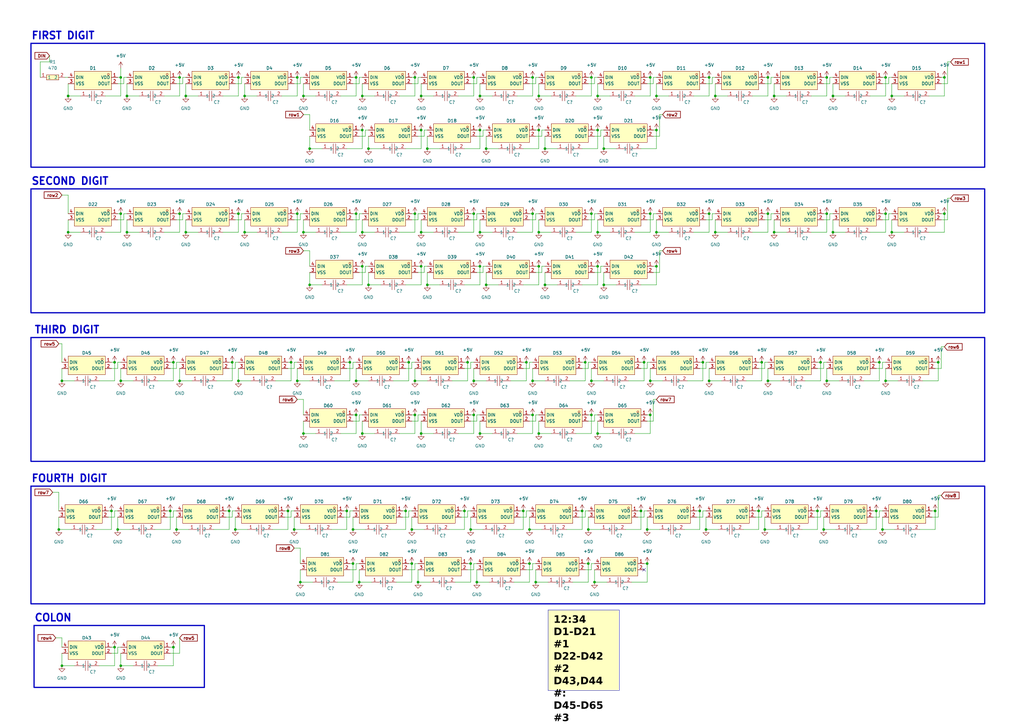
<source format=kicad_sch>
(kicad_sch (version 20230121) (generator eeschema)
  (paper "A3")
  (title_block (title "ESP32 clock") (date "2024-09-10") (rev "1") (company "SHElectronic") (comment 2 "By Sherwin Sattar") (comment 4 "Display sch"))
  (lib_symbols
    (symbol "easyeda2kicad:0402WGF4700TCE"
      (property "Reference" "R" (at 0 5.08 0))
      (property "Value" "0402WGF4700TCE" (at 0 -5.08 0))
      (symbol "0402WGF4700TCE_0_1"
        (pin input line (at -5.08 0 0) (length 2.54) (name "1") (number "1"))
        (pin input line (at 5.08 0 180) (length 2.54) (name "2") (number "2"))
      )
    )
    (symbol "easyeda2kicad:CL05B104KO5NNNC"
      (property "Reference" "C" (at 0 5.08 0))
      (property "Value" "CL05B104KO5NNNC" (at 0 -5.08 0))
      (symbol "CL05B104KO5NNNC_0_1"
        (pin unspecified line (at -5.08 0 0) (length 2.54) (name "1") (number "1"))
        (pin unspecified line (at 5.08 0 180) (length 2.54) (name "2") (number "2"))
      )
    )
    (symbol "easyeda2kicad:WS2812B-MINI"
      (property "Reference" "LED" (at 0 6.35 0))
      (property "Value" "WS2812B-MINI" (at 0 -6.35 0))
      (symbol "WS2812B-MINI_0_1"
        (pin unspecified line (at -10.16 1.27 0) (length 2.54) (name "VDD") (number "1"))
        (pin unspecified line (at -10.16 -1.27 0) (length 2.54) (name "DOUT") (number "2"))
        (pin unspecified line (at 10.16 -1.27 180) (length 2.54) (name "VSS") (number "3"))
        (pin unspecified line (at 10.16 1.27 180) (length 2.54) (name "DIN") (number "4"))
      )
    )
    (symbol "power:+5V" (power) (pin_names (offset 0))
      (property "Value" "+5V" (at 0 3.556 0))
      (symbol "+5V_1_1"
        (pin power_in line (at 0 0 90) (length 0) hide (name "+5V") (number "1"))
      )
    )
    (symbol "power:GND" (power) (pin_names (offset 0))
      (property "Value" "GND" (at 0 -3.81 0))
      (symbol "GND_1_1"
        (pin power_in line (at 0 0 270) (length 0) hide (name "GND") (number "1"))
      )
    )
  )
  (junction (at 290.83 87.63))
  (junction (at 127 60.96))
  (junction (at 25.4 273.05))
  (junction (at 365.76 39.37))
  (junction (at 172.72 53.34))
  (junction (at 172.72 177.8))
  (junction (at 195.58 238.76))
  (junction (at 363.22 31.75))
  (junction (at 144.78 231.14))
  (junction (at 360.68 148.59))
  (junction (at 365.76 95.25))
  (junction (at 387.35 31.75))
  (junction (at 247.65 116.84))
  (junction (at 193.04 217.17))
  (junction (at 387.35 87.63))
  (junction (at 118.11 209.55))
  (junction (at 148.59 39.37))
  (junction (at 172.72 95.25))
  (junction (at 218.44 170.18))
  (junction (at 363.22 156.21))
  (junction (at 196.85 53.34))
  (junction (at 245.11 39.37))
  (junction (at 142.24 209.55))
  (junction (at 127 116.84))
  (junction (at 214.63 209.55))
  (junction (at 359.41 209.55))
  (junction (at 196.85 109.22))
  (junction (at 171.45 238.76))
  (junction (at 245.11 53.34))
  (junction (at 146.05 156.21))
  (junction (at 69.85 209.55))
  (junction (at 242.57 31.75))
  (junction (at 151.13 60.96))
  (junction (at 289.56 217.17))
  (junction (at 76.2 39.37))
  (junction (at 243.84 238.76))
  (junction (at 223.52 60.96))
  (junction (at 265.43 231.14))
  (junction (at 269.24 95.25))
  (junction (at 240.03 148.59))
  (junction (at 194.31 170.18))
  (junction (at 245.11 109.22))
  (junction (at 170.18 87.63))
  (junction (at 339.09 31.75))
  (junction (at 72.39 217.17))
  (junction (at 361.95 217.17))
  (junction (at 170.18 170.18))
  (junction (at 269.24 39.37))
  (junction (at 218.44 156.21))
  (junction (at 168.91 231.14))
  (junction (at 52.07 39.37))
  (junction (at 337.82 217.17))
  (junction (at 100.33 95.25))
  (junction (at 220.98 177.8))
  (junction (at 146.05 170.18))
  (junction (at 218.44 31.75))
  (junction (at 314.96 31.75))
  (junction (at 194.31 156.21))
  (junction (at 220.98 95.25))
  (junction (at 96.52 217.17))
  (junction (at 148.59 95.25))
  (junction (at 220.98 39.37))
  (junction (at 73.66 31.75))
  (junction (at 266.7 170.18))
  (junction (at 384.81 148.59))
  (junction (at 317.5 95.25))
  (junction (at 199.39 60.96))
  (junction (at 217.17 217.17))
  (junction (at 119.38 148.59))
  (junction (at 218.44 87.63))
  (junction (at 170.18 31.75))
  (junction (at 170.18 156.21))
  (junction (at 336.55 148.59))
  (junction (at 95.25 148.59))
  (junction (at 217.17 231.14))
  (junction (at 97.79 156.21))
  (junction (at 143.51 148.59))
  (junction (at 312.42 148.59))
  (junction (at 172.72 109.22))
  (junction (at 199.39 116.84))
  (junction (at 166.37 209.55))
  (junction (at 241.3 231.14))
  (junction (at 293.37 95.25))
  (junction (at 242.57 87.63))
  (junction (at 191.77 148.59))
  (junction (at 290.83 156.21))
  (junction (at 45.72 209.55))
  (junction (at 341.63 39.37))
  (junction (at 266.7 31.75))
  (junction (at 339.09 87.63))
  (junction (at 196.85 95.25))
  (junction (at 314.96 156.21))
  (junction (at 46.99 148.59))
  (junction (at 290.83 31.75))
  (junction (at 49.53 31.75))
  (junction (at 269.24 53.34))
  (junction (at 196.85 177.8))
  (junction (at 121.92 156.21))
  (junction (at 151.13 116.84))
  (junction (at 242.57 170.18))
  (junction (at 219.71 238.76))
  (junction (at 238.76 209.55))
  (junction (at 241.3 217.17))
  (junction (at 266.7 87.63))
  (junction (at 71.12 148.59))
  (junction (at 194.31 31.75))
  (junction (at 193.04 231.14))
  (junction (at 144.78 217.17))
  (junction (at 73.66 156.21))
  (junction (at 147.32 238.76))
  (junction (at 266.7 156.21))
  (junction (at 194.31 87.63))
  (junction (at 76.2 95.25))
  (junction (at 123.19 238.76))
  (junction (at 100.33 39.37))
  (junction (at 124.46 95.25))
  (junction (at 245.11 177.8))
  (junction (at 167.64 148.59))
  (junction (at 49.53 87.63))
  (junction (at 120.65 217.17))
  (junction (at 317.5 39.37))
  (junction (at 314.96 87.63))
  (junction (at 383.54 209.55))
  (junction (at 215.9 148.59))
  (junction (at 93.98 209.55))
  (junction (at 146.05 87.63))
  (junction (at 265.43 217.17))
  (junction (at 25.4 156.21))
  (junction (at 24.13 217.17))
  (junction (at 363.22 87.63))
  (junction (at 293.37 39.37))
  (junction (at 245.11 95.25))
  (junction (at 148.59 177.8))
  (junction (at 287.02 209.55))
  (junction (at 288.29 148.59))
  (junction (at 124.46 39.37))
  (junction (at 73.66 87.63))
  (junction (at 262.89 209.55))
  (junction (at 48.26 217.17))
  (junction (at 121.92 87.63))
  (junction (at 223.52 116.84))
  (junction (at 168.91 217.17))
  (junction (at 148.59 109.22))
  (junction (at 97.79 87.63))
  (junction (at 121.92 31.75))
  (junction (at 264.16 148.59))
  (junction (at 97.79 31.75))
  (junction (at 148.59 53.34))
  (junction (at 220.98 109.22))
  (junction (at 27.94 39.37))
  (junction (at 196.85 39.37))
  (junction (at 335.28 209.55))
  (junction (at 71.12 265.43))
  (junction (at 311.15 209.55))
  (junction (at 175.26 60.96))
  (junction (at 146.05 31.75))
  (junction (at 341.63 95.25))
  (junction (at 172.72 39.37))
  (junction (at 220.98 53.34))
  (junction (at 175.26 116.84))
  (junction (at 190.5 209.55))
  (junction (at 313.69 217.17))
  (junction (at 52.07 95.25))
  (junction (at 49.53 273.05))
  (junction (at 46.99 265.43))
  (junction (at 247.65 60.96))
  (junction (at 269.24 109.22))
  (junction (at 242.57 156.21))
  (junction (at 339.09 156.21))
  (junction (at 49.53 156.21))
  (junction (at 124.46 177.8))
  (junction (at 27.94 95.25))
  (no_connect (at 264.16 233.68))
  (wire (pts (xy 214.63 148.59) (xy 215.9 148.59)))
  (wire (pts (xy 359.41 209.55) (xy 359.41 217.17)))
  (wire (pts (xy 252.73 60.96) (xy 247.65 60.96)))
  (wire (pts (xy 175.26 116.84) (xy 175.26 111.76)))
  (wire (pts (xy 125.73 217.17) (xy 120.65 217.17)))
  (wire (pts (xy 383.54 148.59) (xy 384.81 148.59)))
  (wire (pts (xy 218.44 148.59) (xy 217.17 148.59)))
  (wire (pts (xy 144.78 170.18) (xy 146.05 170.18)))
  (wire (pts (xy 270.51 217.17) (xy 265.43 217.17)))
  (wire (pts (xy 201.93 177.8) (xy 196.85 177.8)))
  (wire (pts (xy 242.57 177.8) (xy 236.22 177.8)))
  (wire (pts (xy 142.24 148.59) (xy 143.51 148.59)))
  (wire (pts (xy 193.04 151.13) (xy 193.04 148.59)))
  (wire (pts (xy 127 102.87) (xy 127 109.22)))
  (wire (pts (xy 337.82 209.55) (xy 336.55 209.55)))
  (wire (pts (xy 223.52 156.21) (xy 218.44 156.21)))
  (wire (pts (xy 25.4 273.05) (xy 30.48 273.05)))
  (wire (pts (xy 196.85 109.22) (xy 196.85 116.84)))
  (wire (pts (xy 73.66 267.97) (xy 73.66 261.62)))
  (wire (pts (xy 266.7 170.18) (xy 266.7 177.8)))
  (wire (pts (xy 190.5 148.59) (xy 191.77 148.59)))
  (wire (pts (xy 173.99 53.34) (xy 175.26 53.34)))
  (wire (pts (xy 43.18 39.37) (xy 49.53 39.37)))
  (wire (pts (xy 146.05 31.75) (xy 146.05 39.37)))
  (wire (pts (xy 175.26 156.21) (xy 170.18 156.21)))
  (wire (pts (xy 218.44 151.13) (xy 218.44 156.21)))
  (wire (pts (xy 39.37 217.17) (xy 45.72 217.17)))
  (wire (pts (xy 123.19 87.63) (xy 124.46 87.63)))
  (wire (pts (xy 99.06 31.75) (xy 100.33 31.75)))
  (wire (pts (xy 132.08 116.84) (xy 127 116.84)))
  (wire (pts (xy 191.77 209.55) (xy 193.04 209.55)))
  (wire (pts (xy 49.53 87.63) (xy 49.53 95.25)))
  (wire (pts (xy 223.52 109.22) (xy 222.25 109.22)))
  (wire (pts (xy 226.06 39.37) (xy 220.98 39.37)))
  (wire (pts (xy 290.83 39.37) (xy 284.48 39.37)))
  (wire (pts (xy 127 46.99) (xy 127 53.34)))
  (wire (pts (xy 118.11 209.55) (xy 118.11 217.17)))
  (wire (pts (xy 16.51 25.4) (xy 16.51 31.75)))
  (wire (pts (xy 25.4 148.59) (xy 25.4 140.97)))
  (wire (pts (xy 172.72 177.8) (xy 172.72 172.72)))
  (wire (pts (xy 250.19 177.8) (xy 245.11 177.8)))
  (wire (pts (xy 248.92 238.76) (xy 243.84 238.76)))
  (wire (pts (xy 241.3 151.13) (xy 241.3 148.59)))
  (wire (pts (xy 388.62 25.4) (xy 389.89 25.4)))
  (wire (pts (xy 340.36 31.75) (xy 340.36 34.29)))
  (wire (pts (xy 96.52 87.63) (xy 97.79 87.63)))
  (wire (pts (xy 242.57 31.75) (xy 242.57 39.37)))
  (wire (pts (xy 218.44 177.8) (xy 212.09 177.8)))
  (wire (pts (xy 243.84 55.88) (xy 246.38 55.88)))
  (wire (pts (xy 360.68 209.55) (xy 361.95 209.55)))
  (wire (pts (xy 168.91 172.72) (xy 171.45 172.72)))
  (wire (pts (xy 171.45 172.72) (xy 171.45 170.18)))
  (wire (pts (xy 171.45 87.63) (xy 172.72 87.63)))
  (wire (pts (xy 149.86 109.22) (xy 149.86 111.76)))
  (wire (pts (xy 215.9 148.59) (xy 215.9 156.21)))
  (wire (pts (xy 265.43 31.75) (xy 266.7 31.75)))
  (wire (pts (xy 341.63 87.63) (xy 340.36 87.63)))
  (wire (pts (xy 171.45 109.22) (xy 172.72 109.22)))
  (wire (pts (xy 146.05 151.13) (xy 146.05 156.21)))
  (wire (pts (xy 250.19 39.37) (xy 245.11 39.37)))
  (wire (pts (xy 220.98 170.18) (xy 219.71 170.18)))
  (wire (pts (xy 313.69 217.17) (xy 313.69 212.09)))
  (wire (pts (xy 289.56 90.17) (xy 292.1 90.17)))
  (wire (pts (xy 143.51 212.09) (xy 140.97 212.09)))
  (wire (pts (xy 153.67 95.25) (xy 148.59 95.25)))
  (wire (pts (xy 381 39.37) (xy 387.35 39.37)))
  (wire (pts (xy 386.08 87.63) (xy 387.35 87.63)))
  (wire (pts (xy 123.19 224.79) (xy 123.19 231.14)))
  (wire (pts (xy 43.18 95.25) (xy 49.53 95.25)))
  (wire (pts (xy 170.18 31.75) (xy 170.18 39.37)))
  (wire (pts (xy 288.29 212.09) (xy 288.29 209.55)))
  (wire (pts (xy 222.25 55.88) (xy 219.71 55.88)))
  (wire (pts (xy 360.68 148.59) (xy 360.68 156.21)))
  (wire (pts (xy 266.7 156.21) (xy 266.7 151.13)))
  (wire (pts (xy 195.58 109.22) (xy 196.85 109.22)))
  (wire (pts (xy 288.29 156.21) (xy 281.94 156.21)))
  (wire (pts (xy 337.82 87.63) (xy 339.09 87.63)))
  (wire (pts (xy 287.02 148.59) (xy 288.29 148.59)))
  (wire (pts (xy 292.1 34.29) (xy 292.1 31.75)))
  (wire (pts (xy 115.57 39.37) (xy 121.92 39.37)))
  (wire (pts (xy 119.38 209.55) (xy 120.65 209.55)))
  (wire (pts (xy 358.14 212.09) (xy 360.68 212.09)))
  (wire (pts (xy 344.17 156.21) (xy 339.09 156.21)))
  (wire (pts (xy 180.34 116.84) (xy 175.26 116.84)))
  (wire (pts (xy 26.67 31.75) (xy 27.94 31.75)))
  (wire (pts (xy 219.71 87.63) (xy 219.71 90.17)))
  (wire (pts (xy 370.84 95.25) (xy 365.76 95.25)))
  (wire (pts (xy 144.78 87.63) (xy 146.05 87.63)))
  (wire (pts (xy 148.59 60.96) (xy 142.24 60.96)))
  (wire (pts (xy 241.3 87.63) (xy 242.57 87.63)))
  (wire (pts (xy 240.03 148.59) (xy 240.03 156.21)))
  (wire (pts (xy 213.36 209.55) (xy 214.63 209.55)))
  (wire (pts (xy 170.18 231.14) (xy 171.45 231.14)))
  (wire (pts (xy 388.62 81.28) (xy 389.89 81.28)))
  (wire (pts (xy 187.96 39.37) (xy 194.31 39.37)))
  (wire (pts (xy 314.96 156.21) (xy 314.96 151.13)))
  (wire (pts (xy 49.53 156.21) (xy 49.53 151.13)))
  (wire (pts (xy 193.04 231.14) (xy 193.04 238.76)))
  (wire (pts (xy 313.69 87.63) (xy 314.96 87.63)))
  (wire (pts (xy 312.42 148.59) (xy 312.42 156.21)))
  (wire (pts (xy 222.25 53.34) (xy 222.25 55.88)))
  (wire (pts (xy 247.65 116.84) (xy 247.65 111.76)))
  (wire (pts (xy 219.71 90.17) (xy 217.17 90.17)))
  (wire (pts (xy 245.11 53.34) (xy 245.11 60.96)))
  (wire (pts (xy 309.88 209.55) (xy 311.15 209.55)))
  (wire (pts (xy 50.8 34.29) (xy 50.8 31.75)))
  (wire (pts (xy 358.14 209.55) (xy 359.41 209.55)))
  (wire (pts (xy 341.63 31.75) (xy 340.36 31.75)))
  (wire (pts (xy 177.8 39.37) (xy 172.72 39.37)))
  (wire (pts (xy 171.45 238.76) (xy 171.45 233.68)))
  (wire (pts (xy 243.84 87.63) (xy 245.11 87.63)))
  (wire (pts (xy 140.97 209.55) (xy 142.24 209.55)))
  (wire (pts (xy 120.65 87.63) (xy 121.92 87.63)))
  (wire (pts (xy 287.02 209.55) (xy 287.02 217.17)))
  (wire (pts (xy 111.76 217.17) (xy 118.11 217.17)))
  (wire (pts (xy 260.35 95.25) (xy 266.7 95.25)))
  (wire (pts (xy 46.99 212.09) (xy 46.99 209.55)))
  (wire (pts (xy 168.91 34.29) (xy 171.45 34.29)))
  (wire (pts (xy 45.72 267.97) (xy 48.26 267.97)))
  (wire (pts (xy 365.76 95.25) (xy 365.76 90.17)))
  (wire (pts (xy 148.59 90.17) (xy 148.59 95.25)))
  (wire (pts (xy 193.04 217.17) (xy 193.04 212.09)))
  (wire (pts (xy 195.58 90.17) (xy 195.58 87.63)))
  (wire (pts (xy 71.12 273.05) (xy 64.77 273.05)))
  (wire (pts (xy 71.12 212.09) (xy 68.58 212.09)))
  (wire (pts (xy 116.84 209.55) (xy 118.11 209.55)))
  (wire (pts (xy 57.15 39.37) (xy 52.07 39.37)))
  (wire (pts (xy 116.84 212.09) (xy 119.38 212.09)))
  (wire (pts (xy 120.65 34.29) (xy 123.19 34.29)))
  (wire (pts (xy 146.05 148.59) (xy 144.78 148.59)))
  (wire (pts (xy 243.84 170.18) (xy 245.11 170.18)))
  (wire (pts (xy 127 156.21) (xy 121.92 156.21)))
  (wire (pts (xy 72.39 148.59) (xy 72.39 151.13)))
  (wire (pts (xy 142.24 209.55) (xy 142.24 217.17)))
  (wire (pts (xy 167.64 233.68) (xy 170.18 233.68)))
  (wire (pts (xy 267.97 55.88) (xy 270.51 55.88)))
  (wire (pts (xy 311.15 151.13) (xy 313.69 151.13)))
  (wire (pts (xy 124.46 46.99) (xy 127 46.99)))
  (wire (pts (xy 190.5 116.84) (xy 196.85 116.84)))
  (wire (pts (xy 242.57 233.68) (xy 242.57 231.14)))
  (wire (pts (xy 265.43 231.14) (xy 265.43 238.76)))
  (wire (pts (xy 132.08 60.96) (xy 127 60.96)))
  (wire (pts (xy 189.23 212.09) (xy 191.77 212.09)))
  (wire (pts (xy 144.78 151.13) (xy 142.24 151.13)))
  (wire (pts (xy 223.52 53.34) (xy 222.25 53.34)))
  (wire (pts (xy 218.44 170.18) (xy 218.44 177.8)))
  (wire (pts (xy 223.52 111.76) (xy 223.52 116.84)))
  (wire (pts (xy 176.53 238.76) (xy 171.45 238.76)))
  (wire (pts (xy 71.12 265.43) (xy 71.12 273.05)))
  (wire (pts (xy 267.97 111.76) (xy 270.51 111.76)))
  (wire (pts (xy 226.06 95.25) (xy 220.98 95.25)))
  (wire (pts (xy 142.24 217.17) (xy 135.89 217.17)))
  (wire (pts (xy 171.45 53.34) (xy 172.72 53.34)))
  (wire (pts (xy 172.72 39.37) (xy 172.72 34.29)))
  (wire (pts (xy 228.6 116.84) (xy 223.52 116.84)))
  (wire (pts (xy 386.08 142.24) (xy 386.08 151.13)))
  (wire (pts (xy 170.18 177.8) (xy 163.83 177.8)))
  (wire (pts (xy 245.11 95.25) (xy 245.11 90.17)))
  (wire (pts (xy 170.18 87.63) (xy 170.18 95.25)))
  (wire (pts (xy 298.45 39.37) (xy 293.37 39.37)))
  (wire (pts (xy 243.84 172.72) (xy 243.84 170.18)))
  (wire (pts (xy 311.15 209.55) (xy 311.15 217.17)))
  (wire (pts (xy 149.86 111.76) (xy 147.32 111.76)))
  (wire (pts (xy 194.31 231.14) (xy 195.58 231.14)))
  (wire (pts (xy 265.43 217.17) (xy 265.43 212.09)))
  (wire (pts (xy 289.56 217.17) (xy 289.56 212.09)))
  (wire (pts (xy 341.63 90.17) (xy 341.63 95.25)))
  (wire (pts (xy 193.04 34.29) (xy 195.58 34.29)))
  (wire (pts (xy 50.8 87.63) (xy 52.07 87.63)))
  (wire (pts (xy 123.19 90.17) (xy 123.19 87.63)))
  (wire (pts (xy 241.3 31.75) (xy 242.57 31.75)))
  (wire (pts (xy 166.37 151.13) (xy 168.91 151.13)))
  (wire (pts (xy 147.32 109.22) (xy 148.59 109.22)))
  (wire (pts (xy 96.52 217.17) (xy 96.52 212.09)))
  (wire (pts (xy 245.11 109.22) (xy 245.11 116.84)))
  (wire (pts (xy 339.09 151.13) (xy 339.09 156.21)))
  (wire (pts (xy 217.17 238.76) (xy 210.82 238.76)))
  (wire (pts (xy 237.49 209.55) (xy 238.76 209.55)))
  (wire (pts (xy 219.71 31.75) (xy 219.71 34.29)))
  (wire (pts (xy 289.56 31.75) (xy 290.83 31.75)))
  (wire (pts (xy 168.91 231.14) (xy 168.91 238.76)))
  (wire (pts (xy 49.53 31.75) (xy 49.53 39.37)))
  (wire (pts (xy 241.3 148.59) (xy 242.57 148.59)))
  (wire (pts (xy 93.98 151.13) (xy 96.52 151.13)))
  (wire (pts (xy 262.89 209.55) (xy 262.89 217.17)))
  (wire (pts (xy 243.84 111.76) (xy 246.38 111.76)))
  (wire (pts (xy 27.94 39.37) (xy 27.94 34.29)))
  (wire (pts (xy 151.13 55.88) (xy 151.13 60.96)))
  (wire (pts (xy 124.46 102.87) (xy 127 102.87)))
  (wire (pts (xy 195.58 238.76) (xy 195.58 233.68)))
  (wire (pts (xy 168.91 217.17) (xy 168.91 212.09)))
  (wire (pts (xy 121.92 156.21) (xy 121.92 151.13)))
  (wire (pts (xy 264.16 148.59) (xy 264.16 156.21)))
  (wire (pts (xy 313.69 31.75) (xy 314.96 31.75)))
  (wire (pts (xy 198.12 55.88) (xy 198.12 53.34)))
  (wire (pts (xy 292.1 87.63) (xy 293.37 87.63)))
  (wire (pts (xy 143.51 156.21) (xy 137.16 156.21)))
  (wire (pts (xy 201.93 95.25) (xy 196.85 95.25)))
  (wire (pts (xy 290.83 95.25) (xy 284.48 95.25)))
  (wire (pts (xy 143.51 148.59) (xy 143.51 156.21)))
  (wire (pts (xy 191.77 233.68) (xy 194.31 233.68)))
  (wire (pts (xy 219.71 172.72) (xy 217.17 172.72)))
  (wire (pts (xy 172.72 116.84) (xy 166.37 116.84)))
  (wire (pts (xy 290.83 87.63) (xy 290.83 95.25)))
  (wire (pts (xy 74.93 34.29) (xy 72.39 34.29)))
  (wire (pts (xy 44.45 209.55) (xy 45.72 209.55)))
  (wire (pts (xy 171.45 90.17) (xy 171.45 87.63)))
  (wire (pts (xy 146.05 39.37) (xy 139.7 39.37)))
  (wire (pts (xy 45.72 151.13) (xy 48.26 151.13)))
  (wire (pts (xy 228.6 60.96) (xy 223.52 60.96)))
  (wire (pts (xy 173.99 111.76) (xy 173.99 109.22)))
  (wire (pts (xy 144.78 209.55) (xy 143.51 209.55)))
  (wire (pts (xy 121.92 163.83) (xy 124.46 163.83)))
  (wire (pts (xy 316.23 34.29) (xy 316.23 31.75)))
  (wire (pts (xy 337.82 148.59) (xy 337.82 151.13)))
  (wire (pts (xy 214.63 217.17) (xy 208.28 217.17)))
  (wire (pts (xy 77.47 217.17) (xy 72.39 217.17)))
  (wire (pts (xy 199.39 116.84) (xy 199.39 111.76)))
  (wire (pts (xy 271.78 156.21) (xy 266.7 156.21)))
  (wire (pts (xy 193.04 172.72) (xy 195.58 172.72)))
  (wire (pts (xy 292.1 90.17) (xy 292.1 87.63)))
  (wire (pts (xy 384.81 203.2) (xy 384.81 212.09)))
  (wire (pts (xy 287.02 151.13) (xy 289.56 151.13)))
  (wire (pts (xy 148.59 87.63) (xy 147.32 87.63)))
  (wire (pts (xy 241.3 170.18) (xy 242.57 170.18)))
  (wire (pts (xy 335.28 209.55) (xy 335.28 217.17)))
  (wire (pts (xy 361.95 87.63) (xy 363.22 87.63)))
  (wire (pts (xy 118.11 151.13) (xy 120.65 151.13)))
  (wire (pts (xy 118.11 148.59) (xy 119.38 148.59)))
  (wire (pts (xy 69.85 148.59) (xy 71.12 148.59)))
  (wire (pts (xy 198.12 217.17) (xy 193.04 217.17)))
  (wire (pts (xy 48.26 34.29) (xy 50.8 34.29)))
  (wire (pts (xy 363.22 87.63) (xy 363.22 95.25)))
  (wire (pts (xy 257.81 156.21) (xy 264.16 156.21)))
  (wire (pts (xy 27.94 39.37) (xy 33.02 39.37)))
  (wire (pts (xy 146.05 233.68) (xy 143.51 233.68)))
  (wire (pts (xy 123.19 34.29) (xy 123.19 31.75)))
  (wire (pts (xy 45.72 209.55) (xy 45.72 217.17)))
  (wire (pts (xy 337.82 151.13) (xy 335.28 151.13)))
  (wire (pts (xy 96.52 31.75) (xy 97.79 31.75)))
  (wire (pts (xy 72.39 151.13) (xy 69.85 151.13)))
  (wire (pts (xy 99.06 90.17) (xy 99.06 87.63)))
  (wire (pts (xy 218.44 39.37) (xy 212.09 39.37)))
  (wire (pts (xy 220.98 172.72) (xy 220.98 177.8)))
  (wire (pts (xy 265.43 148.59) (xy 266.7 148.59)))
  (wire (pts (xy 97.79 31.75) (xy 97.79 39.37)))
  (wire (pts (xy 370.84 39.37) (xy 365.76 39.37)))
  (wire (pts (xy 127 116.84) (xy 127 111.76)))
  (wire (pts (xy 336.55 212.09) (xy 334.01 212.09)))
  (wire (pts (xy 363.22 156.21) (xy 363.22 151.13)))
  (wire (pts (xy 243.84 31.75) (xy 245.11 31.75)))
  (wire (pts (xy 78.74 156.21) (xy 73.66 156.21)))
  (wire (pts (xy 48.26 267.97) (xy 48.26 265.43)))
  (wire (pts (xy 265.43 90.17) (xy 267.97 90.17)))
  (wire (pts (xy 387.35 31.75) (xy 387.35 39.37)))
  (wire (pts (xy 269.24 53.34) (xy 269.24 60.96)))
  (wire (pts (xy 189.23 209.55) (xy 190.5 209.55)))
  (wire (pts (xy 69.85 267.97) (xy 73.66 267.97)))
  (wire (pts (xy 193.04 148.59) (xy 194.31 148.59)))
  (wire (pts (xy 24.13 209.55) (xy 24.13 201.93)))
  (wire (pts (xy 222.25 217.17) (xy 217.17 217.17)))
  (wire (pts (xy 27.94 87.63) (xy 27.94 80.01)))
  (wire (pts (xy 144.78 212.09) (xy 144.78 217.17)))
  (wire (pts (xy 240.03 233.68) (xy 242.57 233.68)))
  (wire (pts (xy 363.22 31.75) (xy 363.22 39.37)))
  (wire (pts (xy 246.38 53.34) (xy 247.65 53.34)))
  (wire (pts (xy 265.43 172.72) (xy 267.97 172.72)))
  (wire (pts (xy 93.98 148.59) (xy 95.25 148.59)))
  (wire (pts (xy 386.08 31.75) (xy 387.35 31.75)))
  (wire (pts (xy 46.99 209.55) (xy 48.26 209.55)))
  (wire (pts (xy 45.72 148.59) (xy 46.99 148.59)))
  (wire (pts (xy 76.2 87.63) (xy 74.93 87.63)))
  (wire (pts (xy 24.13 217.17) (xy 29.21 217.17)))
  (wire (pts (xy 265.43 34.29) (xy 267.97 34.29)))
  (wire (pts (xy 287.02 217.17) (xy 280.67 217.17)))
  (wire (pts (xy 311.15 148.59) (xy 312.42 148.59)))
  (wire (pts (xy 184.15 217.17) (xy 190.5 217.17)))
  (wire (pts (xy 316.23 90.17) (xy 316.23 87.63)))
  (wire (pts (xy 175.26 60.96) (xy 175.26 55.88)))
  (wire (pts (xy 195.58 53.34) (xy 196.85 53.34)))
  (wire (pts (xy 48.26 87.63) (xy 49.53 87.63)))
  (wire (pts (xy 167.64 212.09) (xy 167.64 209.55)))
  (wire (pts (xy 147.32 34.29) (xy 144.78 34.29)))
  (wire (pts (xy 219.71 170.18) (xy 219.71 172.72)))
  (wire (pts (xy 105.41 95.25) (xy 100.33 95.25)))
  (wire (pts (xy 40.64 156.21) (xy 46.99 156.21)))
  (wire (pts (xy 25.4 261.62) (xy 25.4 265.43)))
  (wire (pts (xy 313.69 148.59) (xy 314.96 148.59)))
  (wire (pts (xy 242.57 39.37) (xy 236.22 39.37)))
  (wire (pts (xy 262.89 116.84) (xy 269.24 116.84)))
  (wire (pts (xy 151.13 109.22) (xy 149.86 109.22)))
  (wire (pts (xy 146.05 231.14) (xy 146.05 233.68)))
  (wire (pts (xy 196.85 177.8) (xy 196.85 172.72)))
  (wire (pts (xy 270.51 46.99) (xy 271.78 46.99)))
  (wire (pts (xy 123.19 31.75) (xy 124.46 31.75)))
  (wire (pts (xy 217.17 170.18) (xy 218.44 170.18)))
  (wire (pts (xy 196.85 39.37) (xy 196.85 34.29)))
  (wire (pts (xy 220.98 87.63) (xy 219.71 87.63)))
  (wire (pts (xy 165.1 209.55) (xy 166.37 209.55)))
  (wire (pts (xy 313.69 90.17) (xy 316.23 90.17)))
  (wire (pts (xy 215.9 156.21) (xy 209.55 156.21)))
  (wire (pts (xy 45.72 265.43) (xy 46.99 265.43)))
  (wire (pts (xy 317.5 95.25) (xy 317.5 90.17)))
  (wire (pts (xy 289.56 87.63) (xy 290.83 87.63)))
  (wire (pts (xy 187.96 95.25) (xy 194.31 95.25)))
  (wire (pts (xy 99.06 87.63) (xy 100.33 87.63)))
  (wire (pts (xy 241.3 90.17) (xy 243.84 90.17)))
  (wire (pts (xy 346.71 39.37) (xy 341.63 39.37)))
  (wire (pts (xy 270.51 102.87) (xy 270.51 111.76)))
  (wire (pts (xy 95.25 148.59) (xy 95.25 156.21)))
  (wire (pts (xy 220.98 53.34) (xy 220.98 60.96)))
  (wire (pts (xy 144.78 231.14) (xy 144.78 238.76)))
  (wire (pts (xy 194.31 31.75) (xy 194.31 39.37)))
  (wire (pts (xy 25.4 156.21) (xy 30.48 156.21)))
  (wire (pts (xy 123.19 238.76) (xy 123.19 233.68)))
  (wire (pts (xy 269.24 95.25) (xy 269.24 90.17)))
  (wire (pts (xy 341.63 34.29) (xy 341.63 39.37)))
  (wire (pts (xy 298.45 95.25) (xy 293.37 95.25)))
  (wire (pts (xy 168.91 151.13) (xy 168.91 148.59)))
  (wire (pts (xy 27.94 95.25) (xy 27.94 90.17)))
  (wire (pts (xy 166.37 209.55) (xy 166.37 217.17)))
  (wire (pts (xy 335.28 217.17) (xy 328.93 217.17)))
  (wire (pts (xy 308.61 95.25) (xy 314.96 95.25)))
  (wire (pts (xy 246.38 109.22) (xy 247.65 109.22)))
  (wire (pts (xy 147.32 87.63) (xy 147.32 90.17)))
  (wire (pts (xy 48.26 148.59) (xy 49.53 148.59)))
  (wire (pts (xy 73.66 87.63) (xy 73.66 95.25)))
  (wire (pts (xy 195.58 172.72) (xy 195.58 170.18)))
  (wire (pts (xy 269.24 39.37) (xy 269.24 34.29)))
  (wire (pts (xy 337.82 212.09) (xy 337.82 217.17)))
  (wire (pts (xy 339.09 31.75) (xy 339.09 39.37)))
  (wire (pts (xy 190.5 209.55) (xy 190.5 217.17)))
  (wire (pts (xy 148.59 109.22) (xy 148.59 116.84)))
  (wire (pts (xy 92.71 209.55) (xy 93.98 209.55)))
  (wire (pts (xy 267.97 87.63) (xy 269.24 87.63)))
  (wire (pts (xy 245.11 39.37) (xy 245.11 34.29)))
  (wire (pts (xy 361.95 148.59) (xy 363.22 148.59)))
  (wire (pts (xy 153.67 39.37) (xy 148.59 39.37)))
  (wire (pts (xy 219.71 233.68) (xy 219.71 238.76)))
  (wire (pts (xy 172.72 53.34) (xy 172.72 60.96)))
  (wire (pts (xy 48.26 217.17) (xy 48.26 212.09)))
  (wire (pts (xy 93.98 217.17) (xy 87.63 217.17)))
  (wire (pts (xy 260.35 39.37) (xy 266.7 39.37)))
  (wire (pts (xy 335.28 148.59) (xy 336.55 148.59)))
  (wire (pts (xy 95.25 212.09) (xy 95.25 209.55)))
  (wire (pts (xy 95.25 156.21) (xy 88.9 156.21)))
  (wire (pts (xy 314.96 31.75) (xy 314.96 39.37)))
  (wire (pts (xy 48.26 90.17) (xy 50.8 90.17)))
  (wire (pts (xy 242.57 231.14) (xy 243.84 231.14)))
  (wire (pts (xy 171.45 34.29) (xy 171.45 31.75)))
  (wire (pts (xy 129.54 39.37) (xy 124.46 39.37)))
  (wire (pts (xy 170.18 233.68) (xy 170.18 231.14)))
  (wire (pts (xy 195.58 87.63) (xy 196.85 87.63)))
  (wire (pts (xy 196.85 95.25) (xy 196.85 90.17)))
  (wire (pts (xy 167.64 231.14) (xy 168.91 231.14)))
  (wire (pts (xy 342.9 217.17) (xy 337.82 217.17)))
  (wire (pts (xy 69.85 265.43) (xy 71.12 265.43)))
  (wire (pts (xy 261.62 212.09) (xy 264.16 212.09)))
  (wire (pts (xy 196.85 53.34) (xy 196.85 60.96)))
  (wire (pts (xy 198.12 109.22) (xy 199.39 109.22)))
  (wire (pts (xy 293.37 39.37) (xy 293.37 34.29)))
  (wire (pts (xy 147.32 53.34) (xy 148.59 53.34)))
  (wire (pts (xy 220.98 34.29) (xy 220.98 39.37)))
  (wire (pts (xy 49.53 273.05) (xy 49.53 267.97)))
  (wire (pts (xy 97.79 156.21) (xy 97.79 151.13)))
  (wire (pts (xy 73.66 148.59) (xy 72.39 148.59)))
  (wire (pts (xy 147.32 172.72) (xy 144.78 172.72)))
  (wire (pts (xy 195.58 170.18) (xy 196.85 170.18)))
  (wire (pts (xy 146.05 87.63) (xy 146.05 95.25)))
  (wire (pts (xy 312.42 209.55) (xy 313.69 209.55)))
  (wire (pts (xy 220.98 109.22) (xy 220.98 116.84)))
  (wire (pts (xy 217.17 209.55) (xy 215.9 209.55)))
  (wire (pts (xy 170.18 170.18) (xy 170.18 177.8)))
  (wire (pts (xy 149.86 55.88) (xy 147.32 55.88)))
  (wire (pts (xy 147.32 170.18) (xy 147.32 172.72)))
  (wire (pts (xy 242.57 156.21) (xy 242.57 151.13)))
  (wire (pts (xy 224.79 238.76) (xy 219.71 238.76)))
  (wire (pts (xy 219.71 109.22) (xy 220.98 109.22)))
  (wire (pts (xy 148.59 170.18) (xy 147.32 170.18)))
  (wire (pts (xy 48.26 151.13) (xy 48.26 148.59)))
  (wire (pts (xy 128.27 238.76) (xy 123.19 238.76)))
  (wire (pts (xy 259.08 238.76) (xy 265.43 238.76)))
  (wire (pts (xy 359.41 151.13) (xy 361.95 151.13)))
  (wire (pts (xy 218.44 231.14) (xy 218.44 233.68)))
  (wire (pts (xy 20.32 25.4) (xy 16.51 25.4)))
  (wire (pts (xy 72.39 209.55) (xy 71.12 209.55)))
  (wire (pts (xy 339.09 39.37) (xy 332.74 39.37)))
  (wire (pts (xy 46.99 148.59) (xy 46.99 156.21)))
  (wire (pts (xy 314.96 87.63) (xy 314.96 95.25)))
  (wire (pts (xy 53.34 217.17) (xy 48.26 217.17)))
  (wire (pts (xy 81.28 39.37) (xy 76.2 39.37)))
  (wire (pts (xy 187.96 177.8) (xy 194.31 177.8)))
  (wire (pts (xy 168.91 238.76) (xy 162.56 238.76)))
  (wire (pts (xy 220.98 60.96) (xy 214.63 60.96)))
  (wire (pts (xy 147.32 233.68) (xy 147.32 238.76)))
  (wire (pts (xy 156.21 60.96) (xy 151.13 60.96)))
  (wire (pts (xy 171.45 111.76) (xy 173.99 111.76)))
  (wire (pts (xy 339.09 95.25) (xy 332.74 95.25)))
  (wire (pts (xy 96.52 90.17) (xy 99.06 90.17)))
  (wire (pts (xy 339.09 87.63) (xy 339.09 95.25)))
  (wire (pts (xy 201.93 39.37) (xy 196.85 39.37)))
  (wire (pts (xy 304.8 217.17) (xy 311.15 217.17)))
  (wire (pts (xy 170.18 156.21) (xy 170.18 151.13)))
  (wire (pts (xy 238.76 148.59) (xy 240.03 148.59)))
  (wire (pts (xy 265.43 151.13) (xy 265.43 148.59)))
  (wire (pts (xy 151.13 53.34) (xy 149.86 53.34)))
  (wire (pts (xy 194.31 156.21) (xy 194.31 151.13)))
  (wire (pts (xy 171.45 31.75) (xy 172.72 31.75)))
  (wire (pts (xy 146.05 170.18) (xy 146.05 177.8)))
  (wire (pts (xy 360.68 156.21) (xy 354.33 156.21)))
  (wire (pts (xy 218.44 87.63) (xy 218.44 95.25)))
  (wire (pts (xy 290.83 156.21) (xy 290.83 151.13)))
  (wire (pts (xy 195.58 31.75) (xy 196.85 31.75)))
  (wire (pts (xy 288.29 148.59) (xy 288.29 156.21)))
  (wire (pts (xy 129.54 95.25) (xy 124.46 95.25)))
  (wire (pts (xy 336.55 148.59) (xy 336.55 156.21)))
  (wire (pts (xy 217.17 212.09) (xy 217.17 217.17)))
  (wire (pts (xy 267.97 53.34) (xy 269.24 53.34)))
  (wire (pts (xy 243.84 109.22) (xy 245.11 109.22)))
  (wire (pts (xy 346.71 95.25) (xy 341.63 95.25)))
  (wire (pts (xy 25.4 156.21) (xy 25.4 151.13)))
  (wire (pts (xy 120.65 31.75) (xy 121.92 31.75)))
  (wire (pts (xy 69.85 209.55) (xy 69.85 217.17)))
  (wire (pts (xy 172.72 60.96) (xy 166.37 60.96)))
  (wire (pts (xy 100.33 95.25) (xy 100.33 90.17)))
  (wire (pts (xy 220.98 116.84) (xy 214.63 116.84)))
  (wire (pts (xy 144.78 31.75) (xy 146.05 31.75)))
  (wire (pts (xy 54.61 273.05) (xy 49.53 273.05)))
  (wire (pts (xy 219.71 34.29) (xy 217.17 34.29)))
  (wire (pts (xy 81.28 95.25) (xy 76.2 95.25)))
  (wire (pts (xy 172.72 109.22) (xy 172.72 116.84)))
  (wire (pts (xy 124.46 39.37) (xy 124.46 34.29)))
  (wire (pts (xy 364.49 90.17) (xy 364.49 87.63)))
  (wire (pts (xy 113.03 156.21) (xy 119.38 156.21)))
  (wire (pts (xy 194.31 87.63) (xy 194.31 95.25)))
  (wire (pts (xy 215.9 212.09) (xy 213.36 212.09)))
  (wire (pts (xy 71.12 148.59) (xy 71.12 156.21)))
  (wire (pts (xy 97.79 95.25) (xy 91.44 95.25)))
  (wire (pts (xy 267.97 31.75) (xy 269.24 31.75)))
  (wire (pts (xy 306.07 156.21) (xy 312.42 156.21)))
  (wire (pts (xy 262.89 151.13) (xy 265.43 151.13)))
  (wire (pts (xy 359.41 148.59) (xy 360.68 148.59)))
  (wire (pts (xy 308.61 39.37) (xy 314.96 39.37)))
  (wire (pts (xy 92.71 212.09) (xy 95.25 212.09)))
  (wire (pts (xy 264.16 209.55) (xy 265.43 209.55)))
  (wire (pts (xy 217.17 231.14) (xy 217.17 238.76)))
  (wire (pts (xy 48.26 265.43) (xy 49.53 265.43)))
  (wire (pts (xy 195.58 55.88) (xy 198.12 55.88)))
  (wire (pts (xy 72.39 87.63) (xy 73.66 87.63)))
  (wire (pts (xy 264.16 212.09) (xy 264.16 209.55)))
  (wire (pts (xy 220.98 31.75) (xy 219.71 31.75)))
  (wire (pts (xy 260.35 177.8) (xy 266.7 177.8)))
  (wire (pts (xy 318.77 217.17) (xy 313.69 217.17)))
  (wire (pts (xy 266.7 31.75) (xy 266.7 39.37)))
  (wire (pts (xy 217.17 148.59) (xy 217.17 151.13)))
  (wire (pts (xy 313.69 151.13) (xy 313.69 148.59)))
  (wire (pts (xy 49.53 27.94) (xy 49.53 31.75)))
  (wire (pts (xy 198.12 53.34) (xy 199.39 53.34)))
  (wire (pts (xy 190.5 60.96) (xy 196.85 60.96)))
  (wire (pts (xy 167.64 156.21) (xy 161.29 156.21)))
  (wire (pts (xy 27.94 95.25) (xy 33.02 95.25)))
  (wire (pts (xy 100.33 39.37) (xy 100.33 34.29)))
  (wire (pts (xy 95.25 209.55) (xy 96.52 209.55)))
  (wire (pts (xy 384.81 203.2) (xy 386.08 203.2)))
  (wire (pts (xy 247.65 60.96) (xy 247.65 55.88)))
  (wire (pts (xy 24.13 201.93) (xy 21.59 201.93)))
  (wire (pts (xy 266.7 87.63) (xy 266.7 95.25)))
  (wire (pts (xy 238.76 151.13) (xy 241.3 151.13)))
  (wire (pts (xy 73.66 95.25) (xy 67.31 95.25)))
  (wire (pts (xy 262.89 60.96) (xy 269.24 60.96)))
  (wire (pts (xy 120.65 148.59) (xy 121.92 148.59)))
  (wire (pts (xy 241.3 238.76) (xy 234.95 238.76)))
  (wire (pts (xy 223.52 55.88) (xy 223.52 60.96)))
  (wire (pts (xy 76.2 34.29) (xy 76.2 39.37)))
  (wire (pts (xy 215.9 209.55) (xy 215.9 212.09)))
  (wire (pts (xy 199.39 60.96) (xy 199.39 55.88)))
  (wire (pts (xy 289.56 148.59) (xy 290.83 148.59)))
  (wire (pts (xy 119.38 148.59) (xy 119.38 156.21)))
  (wire (pts (xy 270.51 102.87) (xy 271.78 102.87)))
  (wire (pts (xy 166.37 217.17) (xy 160.02 217.17)))
  (wire (pts (xy 170.18 95.25) (xy 163.83 95.25)))
  (wire (pts (xy 96.52 148.59) (xy 97.79 148.59)))
  (wire (pts (xy 361.95 90.17) (xy 364.49 90.17)))
  (wire (pts (xy 146.05 177.8) (xy 139.7 177.8)))
  (wire (pts (xy 124.46 95.25) (xy 124.46 90.17)))
  (wire (pts (xy 127 60.96) (xy 127 55.88)))
  (wire (pts (xy 222.25 109.22) (xy 222.25 111.76)))
  (wire (pts (xy 361.95 31.75) (xy 363.22 31.75)))
  (wire (pts (xy 148.59 34.29) (xy 148.59 39.37)))
  (wire (pts (xy 388.62 90.17) (xy 386.08 90.17)))
  (wire (pts (xy 219.71 231.14) (xy 218.44 231.14)))
  (wire (pts (xy 198.12 111.76) (xy 198.12 109.22)))
  (wire (pts (xy 262.89 148.59) (xy 264.16 148.59)))
  (wire (pts (xy 195.58 111.76) (xy 198.12 111.76)))
  (wire (pts (xy 295.91 156.21) (xy 290.83 156.21)))
  (wire (pts (xy 363.22 39.37) (xy 356.87 39.37)))
  (wire (pts (xy 74.93 87.63) (xy 74.93 90.17)))
  (wire (pts (xy 168.91 87.63) (xy 170.18 87.63)))
  (wire (pts (xy 384.81 212.09) (xy 382.27 212.09)))
  (wire (pts (xy 361.95 34.29) (xy 364.49 34.29)))
  (wire (pts (xy 322.58 95.25) (xy 317.5 95.25)))
  (wire (pts (xy 364.49 34.29) (xy 364.49 31.75)))
  (wire (pts (xy 146.05 95.25) (xy 139.7 95.25)))
  (wire (pts (xy 337.82 31.75) (xy 339.09 31.75)))
  (wire (pts (xy 124.46 163.83) (xy 124.46 170.18)))
  (wire (pts (xy 317.5 39.37) (xy 317.5 34.29)))
  (wire (pts (xy 191.77 231.14) (xy 193.04 231.14)))
  (wire (pts (xy 167.64 148.59) (xy 167.64 156.21)))
  (wire (pts (xy 143.51 231.14) (xy 144.78 231.14)))
  (wire (pts (xy 340.36 34.29) (xy 337.82 34.29)))
  (wire (pts (xy 119.38 212.09) (xy 119.38 209.55)))
  (wire (pts (xy 44.45 212.09) (xy 46.99 212.09)))
  (wire (pts (xy 264.16 231.14) (xy 265.43 231.14)))
  (wire (pts (xy 250.19 95.25) (xy 245.11 95.25)))
  (wire (pts (xy 151.13 156.21) (xy 146.05 156.21)))
  (wire (pts (xy 152.4 238.76) (xy 147.32 238.76)))
  (wire (pts (xy 220.98 90.17) (xy 220.98 95.25)))
  (wire (pts (xy 124.46 177.8) (xy 124.46 172.72)))
  (wire (pts (xy 226.06 177.8) (xy 220.98 177.8)))
  (wire (pts (xy 309.88 212.09) (xy 312.42 212.09)))
  (wire (pts (xy 72.39 212.09) (xy 72.39 217.17)))
  (wire (pts (xy 217.17 31.75) (xy 218.44 31.75)))
  (wire (pts (xy 148.59 116.84) (xy 142.24 116.84)))
  (wire (pts (xy 387.35 87.63) (xy 387.35 95.25)))
  (wire (pts (xy 195.58 34.29) (xy 195.58 31.75)))
  (wire (pts (xy 177.8 177.8) (xy 172.72 177.8)))
  (wire (pts (xy 186.69 238.76) (xy 193.04 238.76)))
  (wire (pts (xy 267.97 34.29) (xy 267.97 31.75)))
  (wire (pts (xy 76.2 31.75) (xy 74.93 31.75)))
  (wire (pts (xy 339.09 148.59) (xy 337.82 148.59)))
  (wire (pts (xy 243.84 53.34) (xy 245.11 53.34)))
  (wire (pts (xy 290.83 31.75) (xy 290.83 39.37)))
  (wire (pts (xy 171.45 170.18) (xy 172.72 170.18)))
  (wire (pts (xy 246.38 55.88) (xy 246.38 53.34)))
  (wire (pts (xy 193.04 170.18) (xy 194.31 170.18)))
  (wire (pts (xy 288.29 209.55) (xy 289.56 209.55)))
  (wire (pts (xy 68.58 209.55) (xy 69.85 209.55)))
  (wire (pts (xy 172.72 95.25) (xy 172.72 90.17)))
  (wire (pts (xy 24.13 217.17) (xy 24.13 212.09)))
  (wire (pts (xy 245.11 116.84) (xy 238.76 116.84)))
  (wire (pts (xy 218.44 31.75) (xy 218.44 39.37)))
  (wire (pts (xy 73.66 151.13) (xy 73.66 156.21)))
  (wire (pts (xy 120.65 217.17) (xy 120.65 212.09)))
  (wire (pts (xy 267.97 163.83) (xy 267.97 172.72)))
  (wire (pts (xy 193.04 90.17) (xy 195.58 90.17)))
  (wire (pts (xy 48.26 31.75) (xy 49.53 31.75)))
  (wire (pts (xy 190.5 151.13) (xy 193.04 151.13)))
  (wire (pts (xy 121.92 87.63) (xy 121.92 95.25)))
  (wire (pts (xy 27.94 80.01) (xy 25.4 80.01)))
  (wire (pts (xy 215.9 231.14) (xy 217.17 231.14)))
  (wire (pts (xy 242.57 95.25) (xy 236.22 95.25)))
  (wire (pts (xy 50.8 90.17) (xy 50.8 87.63)))
  (wire (pts (xy 365.76 39.37) (xy 365.76 34.29)))
  (wire (pts (xy 245.11 177.8) (xy 245.11 172.72)))
  (wire (pts (xy 193.04 31.75) (xy 194.31 31.75)))
  (wire (pts (xy 336.55 209.55) (xy 336.55 212.09)))
  (wire (pts (xy 241.3 34.29) (xy 243.84 34.29)))
  (wire (pts (xy 143.51 209.55) (xy 143.51 212.09)))
  (wire (pts (xy 378.46 156.21) (xy 384.81 156.21)))
  (wire (pts (xy 289.56 34.29) (xy 292.1 34.29)))
  (wire (pts (xy 20.32 22.86) (xy 20.32 25.4)))
  (wire (pts (xy 293.37 95.25) (xy 293.37 90.17)))
  (wire (pts (xy 270.51 46.99) (xy 270.51 55.88)))
  (wire (pts (xy 243.84 238.76) (xy 243.84 233.68)))
  (wire (pts (xy 121.92 31.75) (xy 121.92 39.37)))
  (wire (pts (xy 217.17 151.13) (xy 214.63 151.13)))
  (wire (pts (xy 171.45 55.88) (xy 173.99 55.88)))
  (wire (pts (xy 381 95.25) (xy 387.35 95.25)))
  (wire (pts (xy 166.37 148.59) (xy 167.64 148.59)))
  (wire (pts (xy 148.59 172.72) (xy 148.59 177.8)))
  (wire (pts (xy 71.12 209.55) (xy 71.12 212.09)))
  (wire (pts (xy 316.23 87.63) (xy 317.5 87.63)))
  (wire (pts (xy 57.15 95.25) (xy 52.07 95.25)))
  (wire (pts (xy 322.58 39.37) (xy 317.5 39.37)))
  (wire (pts (xy 219.71 53.34) (xy 220.98 53.34)))
  (wire (pts (xy 40.64 273.05) (xy 46.99 273.05)))
  (wire (pts (xy 22.86 261.62) (xy 25.4 261.62)))
  (wire (pts (xy 334.01 209.55) (xy 335.28 209.55)))
  (wire (pts (xy 102.87 156.21) (xy 97.79 156.21)))
  (wire (pts (xy 340.36 90.17) (xy 337.82 90.17)))
  (wire (pts (xy 292.1 31.75) (xy 293.37 31.75)))
  (wire (pts (xy 363.22 95.25) (xy 356.87 95.25)))
  (wire (pts (xy 101.6 217.17) (xy 96.52 217.17)))
  (wire (pts (xy 386.08 151.13) (xy 383.54 151.13)))
  (wire (pts (xy 93.98 209.55) (xy 93.98 217.17)))
  (wire (pts (xy 168.91 90.17) (xy 171.45 90.17)))
  (wire (pts (xy 247.65 156.21) (xy 242.57 156.21)))
  (wire (pts (xy 71.12 156.21) (xy 64.77 156.21)))
  (wire (pts (xy 246.38 111.76) (xy 246.38 109.22)))
  (wire (pts (xy 73.66 39.37) (xy 67.31 39.37)))
  (wire (pts (xy 243.84 90.17) (xy 243.84 87.63)))
  (wire (pts (xy 167.64 209.55) (xy 168.91 209.55)))
  (wire (pts (xy 120.65 90.17) (xy 123.19 90.17)))
  (wire (pts (xy 265.43 87.63) (xy 266.7 87.63)))
  (wire (pts (xy 147.32 90.17) (xy 144.78 90.17)))
  (wire (pts (xy 129.54 177.8) (xy 124.46 177.8)))
  (wire (pts (xy 191.77 148.59) (xy 191.77 156.21)))
  (wire (pts (xy 320.04 156.21) (xy 314.96 156.21)))
  (wire (pts (xy 383.54 209.55) (xy 383.54 217.17)))
  (wire (pts (xy 245.11 60.96) (xy 238.76 60.96)))
  (wire (pts (xy 218.44 95.25) (xy 212.09 95.25)))
  (wire (pts (xy 312.42 212.09) (xy 312.42 209.55)))
  (wire (pts (xy 240.03 231.14) (xy 241.3 231.14)))
  (wire (pts (xy 52.07 39.37) (xy 52.07 34.29)))
  (wire (pts (xy 336.55 156.21) (xy 330.2 156.21)))
  (wire (pts (xy 269.24 109.22) (xy 269.24 116.84)))
  (wire (pts (xy 148.59 31.75) (xy 147.32 31.75)))
  (wire (pts (xy 364.49 87.63) (xy 365.76 87.63)))
  (wire (pts (xy 377.19 217.17) (xy 383.54 217.17)))
  (wire (pts (xy 364.49 31.75) (xy 365.76 31.75)))
  (wire (pts (xy 168.91 170.18) (xy 170.18 170.18)))
  (wire (pts (xy 238.76 209.55) (xy 238.76 217.17)))
  (wire (pts (xy 267.97 109.22) (xy 269.24 109.22)))
  (wire (pts (xy 170.18 39.37) (xy 163.83 39.37)))
  (wire (pts (xy 199.39 156.21) (xy 194.31 156.21)))
  (wire (pts (xy 261.62 209.55) (xy 262.89 209.55)))
  (wire (pts (xy 144.78 238.76) (xy 138.43 238.76)))
  (wire (pts (xy 274.32 39.37) (xy 269.24 39.37)))
  (wire (pts (xy 76.2 90.17) (xy 76.2 95.25)))
  (wire (pts (xy 238.76 217.17) (xy 232.41 217.17)))
  (wire (pts (xy 173.99 55.88) (xy 173.99 53.34)))
  (wire (pts (xy 242.57 87.63) (xy 242.57 95.25)))
  (wire (pts (xy 173.99 217.17) (xy 168.91 217.17)))
  (wire (pts (xy 147.32 31.75) (xy 147.32 34.29)))
  (wire (pts (xy 97.79 87.63) (xy 97.79 95.25)))
  (wire (pts (xy 115.57 95.25) (xy 121.92 95.25)))
  (wire (pts (xy 148.59 53.34) (xy 148.59 60.96)))
  (wire (pts (xy 120.65 224.79) (xy 123.19 224.79)))
  (wire (pts (xy 388.62 34.29) (xy 386.08 34.29)))
  (wire (pts (xy 274.32 95.25) (xy 269.24 95.25)))
  (wire (pts (xy 388.62 81.28) (xy 388.62 90.17)))
  (wire (pts (xy 218.44 233.68) (xy 215.9 233.68)))
  (wire (pts (xy 241.3 231.14) (xy 241.3 238.76)))
  (wire (pts (xy 246.38 217.17) (xy 241.3 217.17)))
  (wire (pts (xy 214.63 209.55) (xy 214.63 217.17)))
  (wire (pts (xy 241.3 217.17) (xy 241.3 212.09)))
  (wire (pts (xy 222.25 111.76) (xy 219.71 111.76)))
  (wire (pts (xy 240.03 212.09) (xy 240.03 209.55)))
  (wire (pts (xy 267.97 163.83) (xy 269.24 163.83)))
  (wire (pts (xy 240.03 209.55) (xy 241.3 209.55)))
  (wire (pts (xy 153.67 177.8) (xy 148.59 177.8)))
  (wire (pts (xy 294.64 217.17) (xy 289.56 217.17)))
  (wire (pts (xy 168.91 148.59) (xy 170.18 148.59)))
  (wire (pts (xy 313.69 34.29) (xy 316.23 34.29)))
  (wire (pts (xy 74.93 90.17) (xy 72.39 90.17)))
  (wire (pts (xy 156.21 116.84) (xy 151.13 116.84)))
  (wire (pts (xy 193.04 87.63) (xy 194.31 87.63)))
  (wire (pts (xy 368.3 156.21) (xy 363.22 156.21)))
  (wire (pts (xy 359.41 217.17) (xy 353.06 217.17)))
  (wire (pts (xy 54.61 156.21) (xy 49.53 156.21)))
  (wire (pts (xy 240.03 156.21) (xy 233.68 156.21)))
  (wire (pts (xy 200.66 238.76) (xy 195.58 238.76)))
  (wire (pts (xy 217.17 87.63) (xy 218.44 87.63)))
  (wire (pts (xy 97.79 39.37) (xy 91.44 39.37)))
  (wire (pts (xy 267.97 90.17) (xy 267.97 87.63)))
  (wire (pts (xy 99.06 34.29) (xy 99.06 31.75)))
  (wire (pts (xy 73.66 31.75) (xy 73.66 39.37)))
  (wire (pts (xy 25.4 273.05) (xy 25.4 267.97)))
  (wire (pts (xy 367.03 217.17) (xy 361.95 217.17)))
  (wire (pts (xy 388.62 25.4) (xy 388.62 34.29)))
  (wire (pts (xy 256.54 217.17) (xy 262.89 217.17)))
  (wire (pts (xy 144.78 148.59) (xy 144.78 151.13)))
  (wire (pts (xy 285.75 212.09) (xy 288.29 212.09)))
  (wire (pts (xy 243.84 34.29) (xy 243.84 31.75)))
  (wire (pts (xy 149.86 53.34) (xy 149.86 55.88)))
  (wire (pts (xy 69.85 217.17) (xy 63.5 217.17)))
  (wire (pts (xy 168.91 31.75) (xy 170.18 31.75)))
  (wire (pts (xy 46.99 265.43) (xy 46.99 273.05)))
  (wire (pts (xy 289.56 151.13) (xy 289.56 148.59)))
  (wire (pts (xy 204.47 116.84) (xy 199.39 116.84)))
  (wire (pts (xy 194.31 170.18) (xy 194.31 177.8)))
  (wire (pts (xy 105.41 39.37) (xy 100.33 39.37)))
  (wire (pts (xy 74.93 31.75) (xy 74.93 34.29)))
  (wire (pts (xy 96.52 151.13) (xy 96.52 148.59)))
  (wire (pts (xy 185.42 156.21) (xy 191.77 156.21)))
  (wire (pts (xy 194.31 233.68) (xy 194.31 231.14)))
  (wire (pts (xy 96.52 34.29) (xy 99.06 34.29)))
  (wire (pts (xy 177.8 95.25) (xy 172.72 95.25)))
  (wire (pts (xy 191.77 212.09) (xy 191.77 209.55)))
  (wire (pts (xy 149.86 217.17) (xy 144.78 217.17)))
  (wire (pts (xy 361.95 217.17) (xy 361.95 212.09)))
  (wire (pts (xy 242.57 170.18) (xy 242.57 177.8)))
  (wire (pts (xy 120.65 151.13) (xy 120.65 148.59)))
  (wire (pts (xy 384.81 148.59) (xy 384.81 156.21)))
  (wire (pts (xy 180.34 60.96) (xy 175.26 60.96)))
  (wire (pts (xy 52.07 95.25) (xy 52.07 90.17)))
  (wire (pts (xy 360.68 212.09) (xy 360.68 209.55)))
  (wire (pts (xy 382.27 209.55) (xy 383.54 209.55)))
  (wire (pts (xy 173.99 109.22) (xy 175.26 109.22)))
  (wire (pts (xy 237.49 212.09) (xy 240.03 212.09)))
  (wire (pts (xy 165.1 212.09) (xy 167.64 212.09)))
  (wire (pts (xy 204.47 60.96) (xy 199.39 60.96)))
  (wire (pts (xy 147.32 231.14) (xy 146.05 231.14)))
  (wire (pts (xy 252.73 116.84) (xy 247.65 116.84)))
  (wire (pts (xy 72.39 31.75) (xy 73.66 31.75)))
  (wire (pts (xy 316.23 31.75) (xy 317.5 31.75)))
  (wire (pts (xy 386.08 142.24) (xy 387.35 142.24)))
  (wire (pts (xy 241.3 172.72) (xy 243.84 172.72)))
  (wire (pts (xy 50.8 31.75) (xy 52.07 31.75)))
  (wire (pts (xy 361.95 151.13) (xy 361.95 148.59)))
  (wire (pts (xy 265.43 170.18) (xy 266.7 170.18)))
  (wire (pts (xy 340.36 87.63) (xy 340.36 90.17)))
  (wire (pts (xy 25.4 140.97) (xy 24.13 140.97)))
  (wire (pts (xy 151.13 111.76) (xy 151.13 116.84)))
  (wire (pts (xy 285.75 209.55) (xy 287.02 209.55)))
  (text_box "\n" (at 12.7 17.78 0) (size 391.16 50.8) (stroke (width 0.5)) (effects (font (size 2 2) (thickness 0.4) bold) (justify left top)))
  (text_box "12:34\nD1-D21    #1\nD22-D42  #2\nD43,D44  #:\nD45-D65  #3\nD66-D86  #4\n" (at 224.79 250.19 0) (size 29.21 33.02) (fill (type color) (color 255 255 194 1)) (effects (font (size 3 3) (thickness 0.6) bold) (justify left top)))
  (text_box "\n" (at 12.7 199.39 0) (size 391.16 48.26) (stroke (width 0.5)) (effects (font (size 2 2) (thickness 0.4) bold) (justify left top)))
  (text_box "\n" (at 12.7 77.47 0) (size 391.16 50.8) (stroke (width 0.5)) (effects (font (size 2 2) (thickness 0.4) bold) (justify left top)))
  (text_box "\n" (at 12.7 138.43 0) (size 391.16 50.8) (stroke (width 0.5)) (effects (font (size 2 2) (thickness 0.4) bold) (justify left top)))
  (text_box "\n" (at 13.97 256.54 0) (size 69.85 25.4) (stroke (width 0.5)) (effects (font (size 2 2) (thickness 0.4) bold) (justify left top)))
  (text "FOURTH DIGIT\n" (at 12.7 198.12 0) (effects (font (size 3 3) bold) (justify left bottom)))
  (text "SECOND DIGIT\n" (at 12.7 76.2 0) (effects (font (size 3 3) bold) (justify left bottom)))
  (text "COLON\n" (at 13.97 255.27 0) (effects (font (size 3 3) bold) (justify left bottom)))
  (text "FIRST DIGIT\n" (at 12.7 16.51 0) (effects (font (size 3 3) bold) (justify left bottom)))
  (text "THIRD DIGIT\n" (at 13.97 137.16 0) (effects (font (size 3 3) bold) (justify left bottom)))
  (global_label "row8" (shape input) (at 386.08 203.2 0) (effects (font bold)) (property "Intersheetrefs" "${INTERSHEET_REFS}" (effects hide)))
  (global_label "row8" (shape input) (at 120.65 224.79 180) (effects (font bold)) (property "Intersheetrefs" "${INTERSHEET_REFS}" (effects hide)))
  (global_label "row4" (shape input) (at 22.86 261.62 180) (effects (font bold)) (property "Intersheetrefs" "${INTERSHEET_REFS}" (effects hide)))
  (global_label "row1" (shape input) (at 389.89 25.4 0) (effects (font bold)) (property "Intersheetrefs" "${INTERSHEET_REFS}" (effects hide)))
  (global_label "row3" (shape input) (at 124.46 102.87 180) (effects (font bold)) (property "Intersheetrefs" "${INTERSHEET_REFS}" (effects hide)))
  (global_label "row6" (shape input) (at 121.92 163.83 180) (effects (font bold)) (property "Intersheetrefs" "${INTERSHEET_REFS}" (effects hide)))
  (global_label "row2" (shape input) (at 25.4 80.01 180) (effects (font bold)) (property "Intersheetrefs" "${INTERSHEET_REFS}" (effects hide)))
  (global_label "row2" (shape input) (at 271.78 46.99 0) (effects (font bold)) (property "Intersheetrefs" "${INTERSHEET_REFS}" (effects hide)))
  (global_label "row7" (shape input) (at 269.24 163.83 0) (effects (font bold)) (property "Intersheetrefs" "${INTERSHEET_REFS}" (effects hide)))
  (global_label "row1" (shape input) (at 124.46 46.99 180) (effects (font bold)) (property "Intersheetrefs" "${INTERSHEET_REFS}" (effects hide)))
  (global_label "DIN" (shape input) (at 20.32 22.86 180) (effects (font bold)) (property "Intersheetrefs" "${INTERSHEET_REFS}" (effects hide)))
  (global_label "row5" (shape input) (at 24.13 140.97 180) (effects (font bold)) (property "Intersheetrefs" "${INTERSHEET_REFS}" (effects hide)))
  (global_label "row5" (shape input) (at 73.66 261.62 0) (effects (font bold)) (property "Intersheetrefs" "${INTERSHEET_REFS}" (effects hide)))
  (global_label "row3" (shape input) (at 389.89 81.28 0) (effects (font bold)) (property "Intersheetrefs" "${INTERSHEET_REFS}" (effects hide)))
  (global_label "row6" (shape input) (at 387.35 142.24 0) (effects (font bold)) (property "Intersheetrefs" "${INTERSHEET_REFS}" (effects hide)))
  (global_label "row7" (shape input) (at 21.59 201.93 180) (effects (font bold)) (property "Intersheetrefs" "${INTERSHEET_REFS}" (effects hide)))
  (global_label "row4" (shape input) (at 271.78 102.87 0) (effects (font bold)) (property "Intersheetrefs" "${INTERSHEET_REFS}" (effects hide)))
  (symbol (lib_id "easyeda2kicad:WS2812B-MINI") (at 231.14 171.45 0) (mirror y) (unit 1)
    (property "Reference" "D64" (at 231.14 166.37 0))
    (property "Value" "WS2812B-MINI" (effects hide))
    (property "Footprint" "easyeda2kicad:LED-SMD_4P-L3.5-W3.5-TL_WS2812B" (effects hide))
    (property "Datasheet" "https://lcsc.com/product-detail/Light-Emitting-Diodes-LED_Worldsemi-WS2812B-Mini_C527089.html" (effects hide))
    (property "LCSC Part" "C527089" (effects hide))
  )
  (symbol (lib_id "power:GND") (at 124.46 177.8 0) (unit 1)
    (property "Reference" "#PWR0125" (effects hide))
    (property "Value" "GND" (at 124.46 182.88 0))
  )
  (symbol (lib_id "power:GND") (at 363.22 156.21 0) (unit 1)
    (property "Reference" "#PWR0118" (effects hide))
    (property "Value" "GND" (at 363.22 161.29 0))
  )
  (symbol (lib_id "power:GND") (at 199.39 60.96 0) (unit 1)
    (property "Reference" "#PWR040" (effects hide))
    (property "Value" "GND" (at 199.39 66.04 0))
  )
  (symbol (lib_id "easyeda2kicad:WS2812B-MINI") (at 158.75 171.45 0) (mirror y) (unit 1)
    (property "Reference" "D61" (at 158.75 166.37 0))
    (property "Value" "WS2812B-MINI" (effects hide))
    (property "Footprint" "easyeda2kicad:LED-SMD_4P-L3.5-W3.5-TL_WS2812B" (effects hide))
    (property "Datasheet" "https://lcsc.com/product-detail/Light-Emitting-Diodes-LED_Worldsemi-WS2812B-Mini_C527089.html" (effects hide))
    (property "LCSC Part" "C527089" (effects hide))
  )
  (symbol (lib_id "power:+5V") (at 196.85 109.22 0) (unit 1)
    (property "Reference" "#PWR?" (effects hide))
    (property "Value" "+5V" (at 196.85 104.14 0))
    (instances (project "Digital Clock" (path "" (reference "#PWR?") (unit 1)) (path "" (reference "#PWR075") (unit 1))))
  )
  (symbol (lib_id "easyeda2kicad:CL05B104KO5NNNC") (at 351.79 39.37 0) (unit 1)
    (property "Reference" "C?" (at 355.6 41.91 0) (effects (justify right)))
    (property "Value" "100nF" (effects hide))
    (property "Footprint" "easyeda2kicad:C0402" (effects hide))
    (property "Datasheet" "https://lcsc.com/product-detail/Multilayer-Ceramic-Capacitors-MLCC-SMD-SMT_SAMSUNG_CL05B104KO5NNNC_100nF-104-10-16V_C1525.html" (effects hide))
    (property "LCSC Part" "C1525" (effects hide))
    (instances (project "Digital Clock" (path "" (reference "C?") (unit 1)) (path "" (reference "C14") (unit 1))))
  )
  (symbol (lib_id "power:+5V") (at 93.98 209.55 0) (unit 1)
    (property "Reference" "#PWR?" (effects hide))
    (property "Value" "+5V" (at 93.98 204.47 0))
    (instances (project "Digital Clock" (path "" (reference "#PWR?") (unit 1)) (path "" (reference "#PWR0133") (unit 1))))
  )
  (symbol (lib_id "easyeda2kicad:CL05B104KO5NNNC") (at 182.88 177.8 0) (unit 1)
    (property "Reference" "C?" (at 186.69 180.34 0) (effects (justify right)))
    (property "Value" "100nF" (effects hide))
    (property "Footprint" "easyeda2kicad:C0402" (effects hide))
    (property "Datasheet" "https://lcsc.com/product-detail/Multilayer-Ceramic-Capacitors-MLCC-SMD-SMT_SAMSUNG_CL05B104KO5NNNC_100nF-104-10-16V_C1525.html" (effects hide))
    (property "LCSC Part" "C1525" (effects hide))
    (instances (project "Digital Clock" (path "" (reference "C?") (unit 1)) (path "" (reference "C62") (unit 1))))
  )
  (symbol (lib_id "easyeda2kicad:CL05B104KO5NNNC") (at 62.23 39.37 0) (unit 1)
    (property "Reference" "C?" (at 66.04 41.91 0) (effects (justify right)))
    (property "Value" "100nF" (effects hide))
    (property "Footprint" "easyeda2kicad:C0402" (effects hide))
    (property "Datasheet" "https://lcsc.com/product-detail/Multilayer-Ceramic-Capacitors-MLCC-SMD-SMT_SAMSUNG_CL05B104KO5NNNC_100nF-104-10-16V_C1525.html" (effects hide))
    (property "LCSC Part" "C1525" (effects hide))
    (instances (project "Digital Clock" (path "" (reference "C?") (unit 1)) (path "" (reference "C2") (unit 1))))
  )
  (symbol (lib_id "power:+5V") (at 194.31 87.63 0) (unit 1)
    (property "Reference" "#PWR?" (effects hide))
    (property "Value" "+5V" (at 194.31 82.55 0))
    (instances (project "Digital Clock" (path "" (reference "#PWR?") (unit 1)) (path "" (reference "#PWR049") (unit 1))))
  )
  (symbol (lib_id "power:+5V") (at 193.04 231.14 0) (unit 1)
    (property "Reference" "#PWR?" (effects hide))
    (property "Value" "+5V" (at 193.04 226.06 0))
    (instances (project "Digital Clock" (path "" (reference "#PWR?") (unit 1)) (path "" (reference "#PWR0163") (unit 1))))
  )
  (symbol (lib_id "power:+5V") (at 269.24 53.34 0) (unit 1)
    (property "Reference" "#PWR?" (effects hide))
    (property "Value" "+5V" (at 269.24 48.26 0))
    (instances (project "Digital Clock" (path "" (reference "#PWR?") (unit 1)) (path "" (reference "#PWR036") (unit 1))))
  )
  (symbol (lib_id "power:+5V") (at 95.25 148.59 0) (unit 1)
    (property "Reference" "#PWR?" (effects hide))
    (property "Value" "+5V" (at 95.25 143.51 0))
    (instances (project "Digital Clock" (path "" (reference "#PWR?") (unit 1)) (path "" (reference "#PWR091") (unit 1))))
  )
  (symbol (lib_id "power:GND") (at 220.98 177.8 0) (unit 1)
    (property "Reference" "#PWR0129" (effects hide))
    (property "Value" "GND" (at 220.98 182.88 0))
  )
  (symbol (lib_id "easyeda2kicad:CL05B104KO5NNNC") (at 154.94 217.17 0) (unit 1)
    (property "Reference" "C?" (at 158.75 219.71 0) (effects (justify right)))
    (property "Value" "100nF" (effects hide))
    (property "Footprint" "easyeda2kicad:C0402" (effects hide))
    (property "Datasheet" "https://lcsc.com/product-detail/Multilayer-Ceramic-Capacitors-MLCC-SMD-SMT_SAMSUNG_CL05B104KO5NNNC_100nF-104-10-16V_C1525.html" (effects hide))
    (property "LCSC Part" "C1525" (effects hide))
    (instances (project "Digital Clock" (path "" (reference "C?") (unit 1)) (path "" (reference "C71") (unit 1))))
  )
  (symbol (lib_id "easyeda2kicad:WS2812B-MINI") (at 372.11 210.82 0) (mirror y) (unit 1)
    (property "Reference" "D80" (at 372.11 205.74 0))
    (property "Value" "WS2812B-MINI" (effects hide))
    (property "Footprint" "easyeda2kicad:LED-SMD_4P-L3.5-W3.5-TL_WS2812B" (effects hide))
    (property "Datasheet" "https://lcsc.com/product-detail/Light-Emitting-Diodes-LED_Worldsemi-WS2812B-Mini_C527089.html" (effects hide))
    (property "LCSC Part" "C527089" (effects hide))
  )
  (symbol (lib_id "easyeda2kicad:WS2812B-MINI") (at 34.29 210.82 0) (mirror y) (unit 1)
    (property "Reference" "D66" (at 34.29 205.74 0))
    (property "Value" "WS2812B-MINI" (effects hide))
    (property "Footprint" "easyeda2kicad:LED-SMD_4P-L3.5-W3.5-TL_WS2812B" (effects hide))
    (property "Datasheet" "https://lcsc.com/product-detail/Light-Emitting-Diodes-LED_Worldsemi-WS2812B-Mini_C527089.html" (effects hide))
    (property "LCSC Part" "C527089" (effects hide))
  )
  (symbol (lib_id "easyeda2kicad:WS2812B-MINI") (at 130.81 210.82 0) (mirror y) (unit 1)
    (property "Reference" "D70" (at 130.81 205.74 0))
    (property "Value" "WS2812B-MINI" (effects hide))
    (property "Footprint" "easyeda2kicad:LED-SMD_4P-L3.5-W3.5-TL_WS2812B" (effects hide))
    (property "Datasheet" "https://lcsc.com/product-detail/Light-Emitting-Diodes-LED_Worldsemi-WS2812B-Mini_C527089.html" (effects hide))
    (property "LCSC Part" "C527089" (effects hide))
  )
  (symbol (lib_id "power:+5V") (at 218.44 31.75 0) (unit 1)
    (property "Reference" "#PWR?" (effects hide))
    (property "Value" "+5V" (at 218.44 26.67 0))
    (instances (project "Digital Clock" (path "" (reference "#PWR?") (unit 1)) (path "" (reference "#PWR08") (unit 1))))
  )
  (symbol (lib_id "power:GND") (at 339.09 156.21 0) (unit 1)
    (property "Reference" "#PWR0117" (effects hide))
    (property "Value" "GND" (at 339.09 161.29 0))
  )
  (symbol (lib_id "easyeda2kicad:WS2812B-MINI") (at 185.42 110.49 0) (mirror y) (unit 1)
    (property "Reference" "D39" (at 185.42 105.41 0))
    (property "Value" "WS2812B-MINI" (effects hide))
    (property "Footprint" "easyeda2kicad:LED-SMD_4P-L3.5-W3.5-TL_WS2812B" (effects hide))
    (property "Datasheet" "https://lcsc.com/product-detail/Light-Emitting-Diodes-LED_Worldsemi-WS2812B-Mini_C527089.html" (effects hide))
    (property "LCSC Part" "C527089" (effects hide))
  )
  (symbol (lib_id "power:GND") (at 269.24 95.25 0) (unit 1)
    (property "Reference" "#PWR068" (effects hide))
    (property "Value" "GND" (at 269.24 100.33 0))
  )
  (symbol (lib_id "power:GND") (at 241.3 217.17 0) (unit 1)
    (property "Reference" "#PWR0155" (effects hide))
    (property "Value" "GND" (at 241.3 222.25 0))
  )
  (symbol (lib_id "power:GND") (at 76.2 39.37 0) (unit 1)
    (property "Reference" "#PWR018" (effects hide))
    (property "Value" "GND" (at 76.2 44.45 0))
  )
  (symbol (lib_id "power:GND") (at 220.98 95.25 0) (unit 1)
    (property "Reference" "#PWR066" (effects hide))
    (property "Value" "GND" (at 220.98 100.33 0))
  )
  (symbol (lib_id "easyeda2kicad:WS2812B-MINI") (at 106.68 210.82 0) (mirror y) (unit 1)
    (property "Reference" "D69" (at 106.68 205.74 0))
    (property "Value" "WS2812B-MINI" (effects hide))
    (property "Footprint" "easyeda2kicad:LED-SMD_4P-L3.5-W3.5-TL_WS2812B" (effects hide))
    (property "Datasheet" "https://lcsc.com/product-detail/Light-Emitting-Diodes-LED_Worldsemi-WS2812B-Mini_C527089.html" (effects hide))
    (property "LCSC Part" "C527089" (effects hide))
  )
  (symbol (lib_id "power:+5V") (at 142.24 209.55 0) (unit 1)
    (property "Reference" "#PWR?" (effects hide))
    (property "Value" "+5V" (at 142.24 204.47 0))
    (instances (project "Digital Clock" (path "" (reference "#PWR?") (unit 1)) (path "" (reference "#PWR0135") (unit 1))))
  )
  (symbol (lib_id "easyeda2kicad:CL05B104KO5NNNC") (at 82.55 217.17 0) (unit 1)
    (property "Reference" "C?" (at 86.36 219.71 0) (effects (justify right)))
    (property "Value" "100nF" (effects hide))
    (property "Footprint" "easyeda2kicad:C0402" (effects hide))
    (property "Datasheet" "https://lcsc.com/product-detail/Multilayer-Ceramic-Capacitors-MLCC-SMD-SMT_SAMSUNG_CL05B104KO5NNNC_100nF-104-10-16V_C1525.html" (effects hide))
    (property "LCSC Part" "C1525" (effects hide))
    (instances (project "Digital Clock" (path "" (reference "C?") (unit 1)) (path "" (reference "C68") (unit 1))))
  )
  (symbol (lib_id "easyeda2kicad:WS2812B-MINI") (at 207.01 33.02 0) (mirror y) (unit 1)
    (property "Reference" "D8" (at 207.01 27.94 0))
    (property "Value" "WS2812B-MINI" (effects hide))
    (property "Footprint" "easyeda2kicad:LED-SMD_4P-L3.5-W3.5-TL_WS2812B" (effects hide))
    (property "Datasheet" "https://lcsc.com/product-detail/Light-Emitting-Diodes-LED_Worldsemi-WS2812B-Mini_C527089.html" (effects hide))
    (property "LCSC Part" "C527089" (effects hide))
  )
  (symbol (lib_id "power:GND") (at 199.39 116.84 0) (unit 1)
    (property "Reference" "#PWR082" (effects hide))
    (property "Value" "GND" (at 199.39 121.92 0))
  )
  (symbol (lib_id "power:+5V") (at 168.91 231.14 0) (unit 1)
    (property "Reference" "#PWR?" (effects hide))
    (property "Value" "+5V" (at 168.91 226.06 0))
    (instances (project "Digital Clock" (path "" (reference "#PWR?") (unit 1)) (path "" (reference "#PWR0162") (unit 1))))
  )
  (symbol (lib_id "easyeda2kicad:WS2812B-MINI") (at 161.29 54.61 0) (mirror y) (unit 1)
    (property "Reference" "D17" (at 161.29 49.53 0))
    (property "Value" "WS2812B-MINI" (effects hide))
    (property "Footprint" "easyeda2kicad:LED-SMD_4P-L3.5-W3.5-TL_WS2812B" (effects hide))
    (property "Datasheet" "https://lcsc.com/product-detail/Light-Emitting-Diodes-LED_Worldsemi-WS2812B-Mini_C527089.html" (effects hide))
    (property "LCSC Part" "C527089" (effects hide))
  )
  (symbol (lib_id "power:GND") (at 127 60.96 0) (unit 1)
    (property "Reference" "#PWR037" (effects hide))
    (property "Value" "GND" (at 127 66.04 0))
  )
  (symbol (lib_id "easyeda2kicad:CL05B104KO5NNNC") (at 255.27 95.25 0) (unit 1)
    (property "Reference" "C?" (at 259.08 97.79 0) (effects (justify right)))
    (property "Value" "100nF" (effects hide))
    (property "Footprint" "easyeda2kicad:C0402" (effects hide))
    (property "Datasheet" "https://lcsc.com/product-detail/Multilayer-Ceramic-Capacitors-MLCC-SMD-SMT_SAMSUNG_CL05B104KO5NNNC_100nF-104-10-16V_C1525.html" (effects hide))
    (property "LCSC Part" "C1525" (effects hide))
    (instances (project "Digital Clock" (path "" (reference "C?") (unit 1)) (path "" (reference "C31") (unit 1))))
  )
  (symbol (lib_id "easyeda2kicad:WS2812B-MINI") (at 132.08 149.86 0) (mirror y) (unit 1)
    (property "Reference" "D49" (at 132.08 144.78 0))
    (property "Value" "WS2812B-MINI" (effects hide))
    (property "Footprint" "easyeda2kicad:LED-SMD_4P-L3.5-W3.5-TL_WS2812B" (effects hide))
    (property "Datasheet" "https://lcsc.com/product-detail/Light-Emitting-Diodes-LED_Worldsemi-WS2812B-Mini_C527089.html" (effects hide))
    (property "LCSC Part" "C527089" (effects hide))
  )
  (symbol (lib_id "easyeda2kicad:WS2812B-MINI") (at 203.2 210.82 0) (mirror y) (unit 1)
    (property "Reference" "D73" (at 203.2 205.74 0))
    (property "Value" "WS2812B-MINI" (effects hide))
    (property "Footprint" "easyeda2kicad:LED-SMD_4P-L3.5-W3.5-TL_WS2812B" (effects hide))
    (property "Datasheet" "https://lcsc.com/product-detail/Light-Emitting-Diodes-LED_Worldsemi-WS2812B-Mini_C527089.html" (effects hide))
    (property "LCSC Part" "C527089" (effects hide))
  )
  (symbol (lib_id "easyeda2kicad:CL05B104KO5NNNC") (at 347.98 217.17 0) (unit 1)
    (property "Reference" "C?" (at 351.79 219.71 0) (effects (justify right)))
    (property "Value" "100nF" (effects hide))
    (property "Footprint" "easyeda2kicad:C0402" (effects hide))
    (property "Datasheet" "https://lcsc.com/product-detail/Multilayer-Ceramic-Capacitors-MLCC-SMD-SMT_SAMSUNG_CL05B104KO5NNNC_100nF-104-10-16V_C1525.html" (effects hide))
    (property "LCSC Part" "C1525" (effects hide))
    (instances (project "Digital Clock" (path "" (reference "C?") (unit 1)) (path "" (reference "C79") (unit 1))))
  )
  (symbol (lib_id "easyeda2kicad:WS2812B-MINI") (at 86.36 88.9 0) (mirror y) (unit 1)
    (property "Reference" "D24" (at 86.36 83.82 0))
    (property "Value" "WS2812B-MINI" (effects hide))
    (property "Footprint" "easyeda2kicad:LED-SMD_4P-L3.5-W3.5-TL_WS2812B" (effects hide))
    (property "Datasheet" "https://lcsc.com/product-detail/Light-Emitting-Diodes-LED_Worldsemi-WS2812B-Mini_C527089.html" (effects hide))
    (property "LCSC Part" "C527089" (effects hide))
  )
  (symbol (lib_id "power:GND") (at 27.94 39.37 0) (unit 1)
    (property "Reference" "#PWR016" (effects hide))
    (property "Value" "GND" (at 27.94 44.45 0))
  )
  (symbol (lib_id "easyeda2kicad:WS2812B-MINI") (at 35.56 266.7 0) (mirror y) (unit 1)
    (property "Reference" "D43" (at 35.56 261.62 0))
    (property "Value" "WS2812B-MINI" (effects hide))
    (property "Footprint" "easyeda2kicad:LED-SMD_4P-L3.5-W3.5-TL_WS2812B" (effects hide))
    (property "Datasheet" "https://lcsc.com/product-detail/Light-Emitting-Diodes-LED_Worldsemi-WS2812B-Mini_C527089.html" (effects hide))
    (property "LCSC Part" "C527089" (effects hide))
  )
  (symbol (lib_id "easyeda2kicad:WS2812B-MINI") (at 185.42 54.61 0) (mirror y) (unit 1)
    (property "Reference" "D18" (at 185.42 49.53 0))
    (property "Value" "WS2812B-MINI" (effects hide))
    (property "Footprint" "easyeda2kicad:LED-SMD_4P-L3.5-W3.5-TL_WS2812B" (effects hide))
    (property "Datasheet" "https://lcsc.com/product-detail/Light-Emitting-Diodes-LED_Worldsemi-WS2812B-Mini_C527089.html" (effects hide))
    (property "LCSC Part" "C527089" (effects hide))
  )
  (symbol (lib_id "power:GND") (at 170.18 156.21 0) (unit 1)
    (property "Reference" "#PWR0110" (effects hide))
    (property "Value" "GND" (at 170.18 161.29 0))
  )
  (symbol (lib_id "easyeda2kicad:WS2812B-MINI") (at 323.85 210.82 0) (mirror y) (unit 1)
    (property "Reference" "D78" (at 323.85 205.74 0))
    (property "Value" "WS2812B-MINI" (effects hide))
    (property "Footprint" "easyeda2kicad:LED-SMD_4P-L3.5-W3.5-TL_WS2812B" (effects hide))
    (property "Datasheet" "https://lcsc.com/product-detail/Light-Emitting-Diodes-LED_Worldsemi-WS2812B-Mini_C527089.html" (effects hide))
    (property "LCSC Part" "C527089" (effects hide))
  )
  (symbol (lib_id "power:+5V") (at 360.68 148.59 0) (unit 1)
    (property "Reference" "#PWR?" (effects hide))
    (property "Value" "+5V" (at 360.68 143.51 0))
    (instances (project "Digital Clock" (path "" (reference "#PWR?") (unit 1)) (path "" (reference "#PWR0102") (unit 1))))
  )
  (symbol (lib_id "power:GND") (at 247.65 116.84 0) (unit 1)
    (property "Reference" "#PWR084" (effects hide))
    (property "Value" "GND" (at 247.65 121.92 0))
  )
  (symbol (lib_id "easyeda2kicad:CL05B104KO5NNNC") (at 110.49 95.25 0) (unit 1)
    (property "Reference" "C?" (at 114.3 97.79 0) (effects (justify right)))
    (property "Value" "100nF" (effects hide))
    (property "Footprint" "easyeda2kicad:C0402" (effects hide))
    (property "Datasheet" "https://lcsc.com/product-detail/Multilayer-Ceramic-Capacitors-MLCC-SMD-SMT_SAMSUNG_CL05B104KO5NNNC_100nF-104-10-16V_C1525.html" (effects hide))
    (property "LCSC Part" "C1525" (effects hide))
    (instances (project "Digital Clock" (path "" (reference "C?") (unit 1)) (path "" (reference "C25") (unit 1))))
  )
  (symbol (lib_id "power:GND") (at 25.4 273.05 0) (unit 1)
    (property "Reference" "#PWR087" (effects hide))
    (property "Value" "GND" (at 25.4 278.13 0))
  )
  (symbol (lib_id "power:+5V") (at 170.18 31.75 0) (unit 1)
    (property "Reference" "#PWR?" (effects hide))
    (property "Value" "+5V" (at 170.18 26.67 0))
    (instances (project "Digital Clock" (path "" (reference "#PWR?") (unit 1)) (path "" (reference "#PWR06") (unit 1))))
  )
  (symbol (lib_id "power:+5V") (at 242.57 87.63 0) (unit 1)
    (property "Reference" "#PWR?" (effects hide))
    (property "Value" "+5V" (at 242.57 82.55 0))
    (instances (project "Digital Clock" (path "" (reference "#PWR?") (unit 1)) (path "" (reference "#PWR051") (unit 1))))
  )
  (symbol (lib_id "power:+5V") (at 287.02 209.55 0) (unit 1)
    (property "Reference" "#PWR?" (effects hide))
    (property "Value" "+5V" (at 287.02 204.47 0))
    (instances (project "Digital Clock" (path "" (reference "#PWR?") (unit 1)) (path "" (reference "#PWR0141") (unit 1))))
  )
  (symbol (lib_id "power:GND") (at 121.92 156.21 0) (unit 1)
    (property "Reference" "#PWR0108" (effects hide))
    (property "Value" "GND" (at 121.92 161.29 0))
  )
  (symbol (lib_id "easyeda2kicad:WS2812B-MINI") (at 156.21 149.86 0) (mirror y) (unit 1)
    (property "Reference" "D50" (at 156.21 144.78 0))
    (property "Value" "WS2812B-MINI" (effects hide))
    (property "Footprint" "easyeda2kicad:LED-SMD_4P-L3.5-W3.5-TL_WS2812B" (effects hide))
    (property "Datasheet" "https://lcsc.com/product-detail/Light-Emitting-Diodes-LED_Worldsemi-WS2812B-Mini_C527089.html" (effects hide))
    (property "LCSC Part" "C527089" (effects hide))
  )
  (symbol (lib_id "power:GND") (at 220.98 39.37 0) (unit 1)
    (property "Reference" "#PWR024" (effects hide))
    (property "Value" "GND" (at 220.98 44.45 0))
  )
  (symbol (lib_id "power:GND") (at 196.85 95.25 0) (unit 1)
    (property "Reference" "#PWR065" (effects hide))
    (property "Value" "GND" (at 196.85 100.33 0))
  )
  (symbol (lib_id "easyeda2kicad:CL05B104KO5NNNC") (at 35.56 156.21 0) (unit 1)
    (property "Reference" "C?" (at 39.37 158.75 0) (effects (justify right)))
    (property "Value" "100nF" (effects hide))
    (property "Footprint" "easyeda2kicad:C0402" (effects hide))
    (property "Datasheet" "https://lcsc.com/product-detail/Multilayer-Ceramic-Capacitors-MLCC-SMD-SMT_SAMSUNG_CL05B104KO5NNNC_100nF-104-10-16V_C1525.html" (effects hide))
    (property "LCSC Part" "C1525" (effects hide))
    (instances (project "Digital Clock" (path "" (reference "C?") (unit 1)) (path "" (reference "C45") (unit 1))))
  )
  (symbol (lib_id "easyeda2kicad:WS2812B-MINI") (at 209.55 110.49 0) (mirror y) (unit 1)
    (property "Reference" "D40" (at 209.55 105.41 0))
    (property "Value" "WS2812B-MINI" (effects hide))
    (property "Footprint" "easyeda2kicad:LED-SMD_4P-L3.5-W3.5-TL_WS2812B" (effects hide))
    (property "Datasheet" "https://lcsc.com/product-detail/Light-Emitting-Diodes-LED_Worldsemi-WS2812B-Mini_C527089.html" (effects hide))
    (property "LCSC Part" "C527089" (effects hide))
  )
  (symbol (lib_id "easyeda2kicad:CL05B104KO5NNNC") (at 59.69 156.21 0) (unit 1)
    (property "Reference" "C?" (at 63.5 158.75 0) (effects (justify right)))
    (property "Value" "100nF" (effects hide))
    (property "Footprint" "easyeda2kicad:C0402" (effects hide))
    (property "Datasheet" "https://lcsc.com/product-detail/Multilayer-Ceramic-Capacitors-MLCC-SMD-SMT_SAMSUNG_CL05B104KO5NNNC_100nF-104-10-16V_C1525.html" (effects hide))
    (property "LCSC Part" "C1525" (effects hide))
    (instances (project "Digital Clock" (path "" (reference "C?") (unit 1)) (path "" (reference "C46") (unit 1))))
  )
  (symbol (lib_id "easyeda2kicad:CL05B104KO5NNNC") (at 134.62 177.8 0) (unit 1)
    (property "Reference" "C?" (at 138.43 180.34 0) (effects (justify right)))
    (property "Value" "100nF" (effects hide))
    (property "Footprint" "easyeda2kicad:C0402" (effects hide))
    (property "Datasheet" "https://lcsc.com/product-detail/Multilayer-Ceramic-Capacitors-MLCC-SMD-SMT_SAMSUNG_CL05B104KO5NNNC_100nF-104-10-16V_C1525.html" (effects hide))
    (property "LCSC Part" "C1525" (effects hide))
    (instances (project "Digital Clock" (path "" (reference "C?") (unit 1)) (path "" (reference "C60") (unit 1))))
  )
  (symbol (lib_id "easyeda2kicad:WS2812B-MINI") (at 134.62 33.02 0) (mirror y) (unit 1)
    (property "Reference" "D5" (at 134.62 27.94 0))
    (property "Value" "WS2812B-MINI" (effects hide))
    (property "Footprint" "easyeda2kicad:LED-SMD_4P-L3.5-W3.5-TL_WS2812B" (effects hide))
    (property "Datasheet" "https://lcsc.com/product-detail/Light-Emitting-Diodes-LED_Worldsemi-WS2812B-Mini_C527089.html" (effects hide))
    (property "LCSC Part" "C527089" (effects hide))
  )
  (symbol (lib_id "power:+5V") (at 97.79 31.75 0) (unit 1)
    (property "Reference" "#PWR?" (effects hide))
    (property "Value" "+5V" (at 97.79 26.67 0))
    (instances (project "Digital Clock" (path "" (reference "#PWR?") (unit 1)) (path "" (reference "#PWR03") (unit 1))))
  )
  (symbol (lib_id "power:GND") (at 172.72 177.8 0) (unit 1)
    (property "Reference" "#PWR0127" (effects hide))
    (property "Value" "GND" (at 172.72 182.88 0))
  )
  (symbol (lib_id "easyeda2kicad:CL05B104KO5NNNC") (at 35.56 273.05 0) (unit 1)
    (property "Reference" "C?" (at 39.37 275.59 0) (effects (justify right)))
    (property "Value" "100nF" (effects hide))
    (property "Footprint" "easyeda2kicad:C0402" (effects hide))
    (property "Datasheet" "https://lcsc.com/product-detail/Multilayer-Ceramic-Capacitors-MLCC-SMD-SMT_SAMSUNG_CL05B104KO5NNNC_100nF-104-10-16V_C1525.html" (effects hide))
    (property "LCSC Part" "C1525" (effects hide))
    (instances (project "Digital Clock" (path "" (reference "C?") (unit 1)) (path "" (reference "C43") (unit 1))))
  )
  (symbol (lib_id "easyeda2kicad:WS2812B-MINI") (at 299.72 210.82 0) (mirror y) (unit 1)
    (property "Reference" "D77" (at 299.72 205.74 0))
    (property "Value" "WS2812B-MINI" (effects hide))
    (property "Footprint" "easyeda2kicad:LED-SMD_4P-L3.5-W3.5-TL_WS2812B" (effects hide))
    (property "Datasheet" "https://lcsc.com/product-detail/Light-Emitting-Diodes-LED_Worldsemi-WS2812B-Mini_C527089.html" (effects hide))
    (property "LCSC Part" "C527089" (effects hide))
  )
  (symbol (lib_id "power:GND") (at 245.11 39.37 0) (unit 1)
    (property "Reference" "#PWR025" (effects hide))
    (property "Value" "GND" (at 245.11 44.45 0))
  )
  (symbol (lib_id "easyeda2kicad:CL05B104KO5NNNC") (at 38.1 39.37 0) (unit 1)
    (property "Reference" "C?" (at 41.91 41.91 0) (effects (justify right)))
    (property "Value" "100nF" (effects hide))
    (property "Footprint" "easyeda2kicad:C0402" (effects hide))
    (property "Datasheet" "https://lcsc.com/product-detail/Multilayer-Ceramic-Capacitors-MLCC-SMD-SMT_SAMSUNG_CL05B104KO5NNNC_100nF-104-10-16V_C1525.html" (effects hide))
    (property "LCSC Part" "C1525" (effects hide))
    (instances (project "Digital Clock" (path "" (reference "C?") (unit 1)) (path "" (reference "C1") (unit 1))))
  )
  (symbol (lib_id "power:GND") (at 124.46 39.37 0) (unit 1)
    (property "Reference" "#PWR020" (effects hide))
    (property "Value" "GND" (at 124.46 44.45 0))
  )
  (symbol (lib_id "power:GND") (at 76.2 95.25 0) (unit 1)
    (property "Reference" "#PWR060" (effects hide))
    (property "Value" "GND" (at 76.2 100.33 0))
  )
  (symbol (lib_id "easyeda2kicad:CL05B104KO5NNNC") (at 205.74 238.76 0) (unit 1)
    (property "Reference" "C?" (at 209.55 241.3 0) (effects (justify right)))
    (property "Value" "100nF" (effects hide))
    (property "Footprint" "easyeda2kicad:C0402" (effects hide))
    (property "Datasheet" "https://lcsc.com/product-detail/Multilayer-Ceramic-Capacitors-MLCC-SMD-SMT_SAMSUNG_CL05B104KO5NNNC_100nF-104-10-16V_C1525.html" (effects hide))
    (property "LCSC Part" "C1525" (effects hide))
    (instances (project "Digital Clock" (path "" (reference "C?") (unit 1)) (path "" (reference "C84") (unit 1))))
  )
  (symbol (lib_id "easyeda2kicad:CL05B104KO5NNNC") (at 137.16 60.96 0) (unit 1)
    (property "Reference" "C?" (at 140.97 63.5 0) (effects (justify right)))
    (property "Value" "100nF" (effects hide))
    (property "Footprint" "easyeda2kicad:C0402" (effects hide))
    (property "Datasheet" "https://lcsc.com/product-detail/Multilayer-Ceramic-Capacitors-MLCC-SMD-SMT_SAMSUNG_CL05B104KO5NNNC_100nF-104-10-16V_C1525.html" (effects hide))
    (property "LCSC Part" "C1525" (effects hide))
    (instances (project "Digital Clock" (path "" (reference "C?") (unit 1)) (path "" (reference "C16") (unit 1))))
  )
  (symbol (lib_id "easyeda2kicad:WS2812B-MINI") (at 154.94 210.82 0) (mirror y) (unit 1)
    (property "Reference" "D71" (at 154.94 205.74 0))
    (property "Value" "WS2812B-MINI" (effects hide))
    (property "Footprint" "easyeda2kicad:LED-SMD_4P-L3.5-W3.5-TL_WS2812B" (effects hide))
    (property "Datasheet" "https://lcsc.com/product-detail/Light-Emitting-Diodes-LED_Worldsemi-WS2812B-Mini_C527089.html" (effects hide))
    (property "LCSC Part" "C527089" (effects hide))
  )
  (symbol (lib_id "power:GND") (at 195.58 238.76 0) (unit 1)
    (property "Reference" "#PWR0170" (effects hide))
    (property "Value" "GND" (at 195.58 243.84 0))
  )
  (symbol (lib_id "power:GND") (at 146.05 156.21 0) (unit 1)
    (property "Reference" "#PWR0109" (effects hide))
    (property "Value" "GND" (at 146.05 161.29 0))
  )
  (symbol (lib_id "easyeda2kicad:CL05B104KO5NNNC") (at 254 238.76 0) (unit 1)
    (property "Reference" "C?" (at 257.81 241.3 0) (effects (justify right)))
    (property "Value" "100nF" (effects hide))
    (property "Footprint" "easyeda2kicad:C0402" (effects hide))
    (property "Datasheet" "https://lcsc.com/product-detail/Multilayer-Ceramic-Capacitors-MLCC-SMD-SMT_SAMSUNG_CL05B104KO5NNNC_100nF-104-10-16V_C1525.html" (effects hide))
    (property "LCSC Part" "C1525" (effects hide))
    (instances (project "Digital Clock" (path "" (reference "C?") (unit 1)) (path "" (reference "C86") (unit 1))))
  )
  (symbol (lib_id "easyeda2kicad:CL05B104KO5NNNC") (at 279.4 95.25 0) (unit 1)
    (property "Reference" "C?" (at 283.21 97.79 0) (effects (justify right)))
    (property "Value" "100nF" (effects hide))
    (property "Footprint" "easyeda2kicad:C0402" (effects hide))
    (property "Datasheet" "https://lcsc.com/product-detail/Multilayer-Ceramic-Capacitors-MLCC-SMD-SMT_SAMSUNG_CL05B104KO5NNNC_100nF-104-10-16V_C1525.html" (effects hide))
    (property "LCSC Part" "C1525" (effects hide))
    (instances (project "Digital Clock" (path "" (reference "C?") (unit 1)) (path "" (reference "C32") (unit 1))))
  )
  (symbol (lib_id "power:+5V") (at 196.85 53.34 0) (unit 1)
    (property "Reference" "#PWR?" (effects hide))
    (property "Value" "+5V" (at 196.85 48.26 0))
    (instances (project "Digital Clock" (path "" (reference "#PWR?") (unit 1)) (path "" (reference "#PWR033") (unit 1))))
  )
  (symbol (lib_id "power:+5V") (at 69.85 209.55 0) (unit 1)
    (property "Reference" "#PWR?" (effects hide))
    (property "Value" "+5V" (at 69.85 204.47 0))
    (instances (project "Digital Clock" (path "" (reference "#PWR?") (unit 1)) (path "" (reference "#PWR0132") (unit 1))))
  )
  (symbol (lib_id "easyeda2kicad:WS2812B-MINI") (at 157.48 232.41 0) (mirror y) (unit 1)
    (property "Reference" "D82" (at 157.48 227.33 0))
    (property "Value" "WS2812B-MINI" (effects hide))
    (property "Footprint" "easyeda2kicad:LED-SMD_4P-L3.5-W3.5-TL_WS2812B" (effects hide))
    (property "Datasheet" "https://lcsc.com/product-detail/Light-Emitting-Diodes-LED_Worldsemi-WS2812B-Mini_C527089.html" (effects hide))
    (property "LCSC Part" "C527089" (effects hide))
  )
  (symbol (lib_id "power:+5V") (at 170.18 170.18 0) (unit 1)
    (property "Reference" "#PWR?" (effects hide))
    (property "Value" "+5V" (at 170.18 165.1 0))
    (instances (project "Digital Clock" (path "" (reference "#PWR?") (unit 1)) (path "" (reference "#PWR0120") (unit 1))))
  )
  (symbol (lib_id "power:+5V") (at 245.11 109.22 0) (unit 1)
    (property "Reference" "#PWR?" (effects hide))
    (property "Value" "+5V" (at 245.11 104.14 0))
    (instances (project "Digital Clock" (path "" (reference "#PWR?") (unit 1)) (path "" (reference "#PWR077") (unit 1))))
  )
  (symbol (lib_id "power:+5V") (at 215.9 148.59 0) (unit 1)
    (property "Reference" "#PWR?" (effects hide))
    (property "Value" "+5V" (at 215.9 143.51 0))
    (instances (project "Digital Clock" (path "" (reference "#PWR?") (unit 1)) (path "" (reference "#PWR096") (unit 1))))
  )
  (symbol (lib_id "easyeda2kicad:CL05B104KO5NNNC") (at 132.08 156.21 0) (unit 1)
    (property "Reference" "C?" (at 135.89 158.75 0) (effects (justify right)))
    (property "Value" "100nF" (effects hide))
    (property "Footprint" "easyeda2kicad:C0402" (effects hide))
    (property "Datasheet" "https://lcsc.com/product-detail/Multilayer-Ceramic-Capacitors-MLCC-SMD-SMT_SAMSUNG_CL05B104KO5NNNC_100nF-104-10-16V_C1525.html" (effects hide))
    (property "LCSC Part" "C1525" (effects hide))
    (instances (project "Digital Clock" (path "" (reference "C?") (unit 1)) (path "" (reference "C49") (unit 1))))
  )
  (symbol (lib_id "easyeda2kicad:CL05B104KO5NNNC") (at 349.25 156.21 0) (unit 1)
    (property "Reference" "C?" (at 353.06 158.75 0) (effects (justify right)))
    (property "Value" "100nF" (effects hide))
    (property "Footprint" "easyeda2kicad:C0402" (effects hide))
    (property "Datasheet" "https://lcsc.com/product-detail/Multilayer-Ceramic-Capacitors-MLCC-SMD-SMT_SAMSUNG_CL05B104KO5NNNC_100nF-104-10-16V_C1525.html" (effects hide))
    (property "LCSC Part" "C1525" (effects hide))
    (instances (project "Digital Clock" (path "" (reference "C?") (unit 1)) (path "" (reference "C58") (unit 1))))
  )
  (symbol (lib_id "power:+5V") (at 335.28 209.55 0) (unit 1)
    (property "Reference" "#PWR?" (effects hide))
    (property "Value" "+5V" (at 335.28 204.47 0))
    (instances (project "Digital Clock" (path "" (reference "#PWR?") (unit 1)) (path "" (reference "#PWR0143") (unit 1))))
  )
  (symbol (lib_id "easyeda2kicad:CL05B104KO5NNNC") (at 375.92 95.25 0) (unit 1)
    (property "Reference" "C?" (at 379.73 97.79 0) (effects (justify right)))
    (property "Value" "100nF" (effects hide))
    (property "Footprint" "easyeda2kicad:C0402" (effects hide))
    (property "Datasheet" "https://lcsc.com/product-detail/Multilayer-Ceramic-Capacitors-MLCC-SMD-SMT_SAMSUNG_CL05B104KO5NNNC_100nF-104-10-16V_C1525.html" (effects hide))
    (property "LCSC Part" "C1525" (effects hide))
    (instances (project "Digital Clock" (path "" (reference "C?") (unit 1)) (path "" (reference "C36") (unit 1))))
  )
  (symbol (lib_id "power:GND") (at 314.96 156.21 0) (unit 1)
    (property "Reference" "#PWR0116" (effects hide))
    (property "Value" "GND" (at 314.96 161.29 0))
  )
  (symbol (lib_id "easyeda2kicad:CL05B104KO5NNNC") (at 231.14 95.25 0) (unit 1)
    (property "Reference" "C?" (at 234.95 97.79 0) (effects (justify right)))
    (property "Value" "100nF" (effects hide))
    (property "Footprint" "easyeda2kicad:C0402" (effects hide))
    (property "Datasheet" "https://lcsc.com/product-detail/Multilayer-Ceramic-Capacitors-MLCC-SMD-SMT_SAMSUNG_CL05B104KO5NNNC_100nF-104-10-16V_C1525.html" (effects hide))
    (property "LCSC Part" "C1525" (effects hide))
    (instances (project "Digital Clock" (path "" (reference "C?") (unit 1)) (path "" (reference "C30") (unit 1))))
  )
  (symbol (lib_id "easyeda2kicad:CL05B104KO5NNNC") (at 83.82 156.21 0) (unit 1)
    (property "Reference" "C?" (at 87.63 158.75 0) (effects (justify right)))
    (property "Value" "100nF" (effects hide))
    (property "Footprint" "easyeda2kicad:C0402" (effects hide))
    (property "Datasheet" "https://lcsc.com/product-detail/Multilayer-Ceramic-Capacitors-MLCC-SMD-SMT_SAMSUNG_CL05B104KO5NNNC_100nF-104-10-16V_C1525.html" (effects hide))
    (property "LCSC Part" "C1525" (effects hide))
    (instances (project "Digital Clock" (path "" (reference "C?") (unit 1)) (path "" (reference "C47") (unit 1))))
  )
  (symbol (lib_id "easyeda2kicad:CL05B104KO5NNNC") (at 227.33 217.17 0) (unit 1)
    (property "Reference" "C?" (at 231.14 219.71 0) (effects (justify right)))
    (property "Value" "100nF" (effects hide))
    (property "Footprint" "easyeda2kicad:C0402" (effects hide))
    (property "Datasheet" "https://lcsc.com/product-detail/Multilayer-Ceramic-Capacitors-MLCC-SMD-SMT_SAMSUNG_CL05B104KO5NNNC_100nF-104-10-16V_C1525.html" (effects hide))
    (property "LCSC Part" "C1525" (effects hide))
    (instances (project "Digital Clock" (path "" (reference "C?") (unit 1)) (path "" (reference "C74") (unit 1))))
  )
  (symbol (lib_id "easyeda2kicad:WS2812B-MINI") (at 110.49 88.9 0) (mirror y) (unit 1)
    (property "Reference" "D25" (at 110.49 83.82 0))
    (property "Value" "WS2812B-MINI" (effects hide))
    (property "Footprint" "easyeda2kicad:LED-SMD_4P-L3.5-W3.5-TL_WS2812B" (effects hide))
    (property "Datasheet" "https://lcsc.com/product-detail/Light-Emitting-Diodes-LED_Worldsemi-WS2812B-Mini_C527089.html" (effects hide))
    (property "LCSC Part" "C527089" (effects hide))
  )
  (symbol (lib_id "easyeda2kicad:WS2812B-MINI") (at 82.55 210.82 0) (mirror y) (unit 1)
    (property "Reference" "D68" (at 82.55 205.74 0))
    (property "Value" "WS2812B-MINI" (effects hide))
    (property "Footprint" "easyeda2kicad:LED-SMD_4P-L3.5-W3.5-TL_WS2812B" (effects hide))
    (property "Datasheet" "https://lcsc.com/product-detail/Light-Emitting-Diodes-LED_Worldsemi-WS2812B-Mini_C527089.html" (effects hide))
    (property "LCSC Part" "C527089" (effects hide))
  )
  (symbol (lib_id "easyeda2kicad:WS2812B-MINI") (at 110.49 33.02 0) (mirror y) (unit 1)
    (property "Reference" "D4" (at 110.49 27.94 0))
    (property "Value" "WS2812B-MINI" (effects hide))
    (property "Footprint" "easyeda2kicad:LED-SMD_4P-L3.5-W3.5-TL_WS2812B" (effects hide))
    (property "Datasheet" "https://lcsc.com/product-detail/Light-Emitting-Diodes-LED_Worldsemi-WS2812B-Mini_C527089.html" (effects hide))
    (property "LCSC Part" "C527089" (effects hide))
  )
  (symbol (lib_id "power:GND") (at 172.72 39.37 0) (unit 1)
    (property "Reference" "#PWR022" (effects hide))
    (property "Value" "GND" (at 172.72 44.45 0))
  )
  (symbol (lib_id "power:GND") (at 27.94 95.25 0) (unit 1)
    (property "Reference" "#PWR058" (effects hide))
    (property "Value" "GND" (at 27.94 100.33 0))
  )
  (symbol (lib_id "easyeda2kicad:WS2812B-MINI") (at 327.66 33.02 0) (mirror y) (unit 1)
    (property "Reference" "D13" (at 327.66 27.94 0))
    (property "Value" "WS2812B-MINI" (effects hide))
    (property "Footprint" "easyeda2kicad:LED-SMD_4P-L3.5-W3.5-TL_WS2812B" (effects hide))
    (property "Datasheet" "https://lcsc.com/product-detail/Light-Emitting-Diodes-LED_Worldsemi-WS2812B-Mini_C527089.html" (effects hide))
    (property "LCSC Part" "C527089" (effects hide))
  )
  (symbol (lib_id "easyeda2kicad:CL05B104KO5NNNC") (at 323.85 217.17 0) (unit 1)
    (property "Reference" "C?" (at 327.66 219.71 0) (effects (justify right)))
    (property "Value" "100nF" (effects hide))
    (property "Footprint" "easyeda2kicad:C0402" (effects hide))
    (property "Datasheet" "https://lcsc.com/product-detail/Multilayer-Ceramic-Capacitors-MLCC-SMD-SMT_SAMSUNG_CL05B104KO5NNNC_100nF-104-10-16V_C1525.html" (effects hide))
    (property "LCSC Part" "C1525" (effects hide))
    (instances (project "Digital Clock" (path "" (reference "C?") (unit 1)) (path "" (reference "C78") (unit 1))))
  )
  (symbol (lib_id "easyeda2kicad:WS2812B-MINI") (at 134.62 88.9 0) (mirror y) (unit 1)
    (property "Reference" "D26" (at 134.62 83.82 0))
    (property "Value" "WS2812B-MINI" (effects hide))
    (property "Footprint" "easyeda2kicad:LED-SMD_4P-L3.5-W3.5-TL_WS2812B" (effects hide))
    (property "Datasheet" "https://lcsc.com/product-detail/Light-Emitting-Diodes-LED_Worldsemi-WS2812B-Mini_C527089.html" (effects hide))
    (property "LCSC Part" "C527089" (effects hide))
  )
  (symbol (lib_id "power:GND") (at 123.19 238.76 0) (unit 1)
    (property "Reference" "#PWR0167" (effects hide))
    (property "Value" "GND" (at 123.19 243.84 0))
  )
  (symbol (lib_id "easyeda2kicad:CL05B104KO5NNNC") (at 203.2 217.17 0) (unit 1)
    (property "Reference" "C?" (at 207.01 219.71 0) (effects (justify right)))
    (property "Value" "100nF" (effects hide))
    (property "Footprint" "easyeda2kicad:C0402" (effects hide))
    (property "Datasheet" "https://lcsc.com/product-detail/Multilayer-Ceramic-Capacitors-MLCC-SMD-SMT_SAMSUNG_CL05B104KO5NNNC_100nF-104-10-16V_C1525.html" (effects hide))
    (property "LCSC Part" "C1525" (effects hide))
    (instances (project "Digital Clock" (path "" (reference "C?") (unit 1)) (path "" (reference "C73") (unit 1))))
  )
  (symbol (lib_id "power:+5V") (at 46.99 148.59 0) (unit 1)
    (property "Reference" "#PWR?" (effects hide))
    (property "Value" "+5V" (at 46.99 143.51 0))
    (instances (project "Digital Clock" (path "" (reference "#PWR?") (unit 1)) (path "" (reference "#PWR089") (unit 1))))
  )
  (symbol (lib_id "easyeda2kicad:WS2812B-MINI") (at 161.29 110.49 0) (mirror y) (unit 1)
    (property "Reference" "D38" (at 161.29 105.41 0))
    (property "Value" "WS2812B-MINI" (effects hide))
    (property "Footprint" "easyeda2kicad:LED-SMD_4P-L3.5-W3.5-TL_WS2812B" (effects hide))
    (property "Datasheet" "https://lcsc.com/product-detail/Light-Emitting-Diodes-LED_Worldsemi-WS2812B-Mini_C527089.html" (effects hide))
    (property "LCSC Part" "C527089" (effects hide))
  )
  (symbol (lib_id "power:+5V") (at 288.29 148.59 0) (unit 1)
    (property "Reference" "#PWR?" (effects hide))
    (property "Value" "+5V" (at 288.29 143.51 0))
    (instances (project "Digital Clock" (path "" (reference "#PWR?") (unit 1)) (path "" (reference "#PWR099") (unit 1))))
  )
  (symbol (lib_id "power:+5V") (at 242.57 31.75 0) (unit 1)
    (property "Reference" "#PWR?" (effects hide))
    (property "Value" "+5V" (at 242.57 26.67 0))
    (instances (project "Digital Clock" (path "" (reference "#PWR?") (unit 1)) (path "" (reference "#PWR09") (unit 1))))
  )
  (symbol (lib_id "easyeda2kicad:WS2812B-MINI") (at 375.92 88.9 0) (mirror y) (unit 1)
    (property "Reference" "D36" (at 375.92 83.82 0))
    (property "Value" "WS2812B-MINI" (effects hide))
    (property "Footprint" "easyeda2kicad:LED-SMD_4P-L3.5-W3.5-TL_WS2812B" (effects hide))
    (property "Datasheet" "https://lcsc.com/product-detail/Light-Emitting-Diodes-LED_Worldsemi-WS2812B-Mini_C527089.html" (effects hide))
    (property "LCSC Part" "C527089" (effects hide))
  )
  (symbol (lib_id "power:+5V") (at 118.11 209.55 0) (unit 1)
    (property "Reference" "#PWR?" (effects hide))
    (property "Value" "+5V" (at 118.11 204.47 0))
    (instances (project "Digital Clock" (path "" (reference "#PWR?") (unit 1)) (path "" (reference "#PWR0134") (unit 1))))
  )
  (symbol (lib_id "power:+5V") (at 119.38 148.59 0) (unit 1)
    (property "Reference" "#PWR?" (effects hide))
    (property "Value" "+5V" (at 119.38 143.51 0))
    (instances (project "Digital Clock" (path "" (reference "#PWR?") (unit 1)) (path "" (reference "#PWR092") (unit 1))))
  )
  (symbol (lib_id "easyeda2kicad:WS2812B-MINI") (at 137.16 54.61 0) (mirror y) (unit 1)
    (property "Reference" "D16" (at 137.16 49.53 0))
    (property "Value" "WS2812B-MINI" (effects hide))
    (property "Footprint" "easyeda2kicad:LED-SMD_4P-L3.5-W3.5-TL_WS2812B" (effects hide))
    (property "Datasheet" "https://lcsc.com/product-detail/Light-Emitting-Diodes-LED_Worldsemi-WS2812B-Mini_C527089.html" (effects hide))
    (property "LCSC Part" "C527089" (effects hide))
  )
  (symbol (lib_id "power:GND") (at 317.5 39.37 0) (unit 1)
    (property "Reference" "#PWR028" (effects hide))
    (property "Value" "GND" (at 317.5 44.45 0))
  )
  (symbol (lib_id "power:+5V") (at 336.55 148.59 0) (unit 1)
    (property "Reference" "#PWR?" (effects hide))
    (property "Value" "+5V" (at 336.55 143.51 0))
    (instances (project "Digital Clock" (path "" (reference "#PWR?") (unit 1)) (path "" (reference "#PWR0101") (unit 1))))
  )
  (symbol (lib_id "power:+5V") (at 383.54 209.55 0) (unit 1)
    (property "Reference" "#PWR?" (effects hide))
    (property "Value" "+5V" (at 383.54 204.47 0))
    (instances (project "Digital Clock" (path "" (reference "#PWR?") (unit 1)) (path "" (reference "#PWR0145") (unit 1))))
  )
  (symbol (lib_id "power:+5V") (at 359.41 209.55 0) (unit 1)
    (property "Reference" "#PWR?" (effects hide))
    (property "Value" "+5V" (at 359.41 204.47 0))
    (instances (project "Digital Clock" (path "" (reference "#PWR?") (unit 1)) (path "" (reference "#PWR0144") (unit 1))))
  )
  (symbol (lib_id "power:+5V") (at 73.66 31.75 0) (unit 1)
    (property "Reference" "#PWR?" (effects hide))
    (property "Value" "+5V" (at 73.66 26.67 0))
    (instances (project "Digital Clock" (path "" (reference "#PWR?") (unit 1)) (path "" (reference "#PWR02") (unit 1))))
  )
  (symbol (lib_id "power:GND") (at 151.13 60.96 0) (unit 1)
    (property "Reference" "#PWR038" (effects hide))
    (property "Value" "GND" (at 151.13 66.04 0))
  )
  (symbol (lib_id "power:+5V") (at 121.92 87.63 0) (unit 1)
    (property "Reference" "#PWR?" (effects hide))
    (property "Value" "+5V" (at 121.92 82.55 0))
    (instances (project "Digital Clock" (path "" (reference "#PWR?") (unit 1)) (path "" (reference "#PWR046") (unit 1))))
  )
  (symbol (lib_id "easyeda2kicad:WS2812B-MINI") (at 180.34 149.86 0) (mirror y) (unit 1)
    (property "Reference" "D51" (at 180.34 144.78 0))
    (property "Value" "WS2812B-MINI" (effects hide))
    (property "Footprint" "easyeda2kicad:LED-SMD_4P-L3.5-W3.5-TL_WS2812B" (effects hide))
    (property "Datasheet" "https://lcsc.com/product-detail/Light-Emitting-Diodes-LED_Worldsemi-WS2812B-Mini_C527089.html" (effects hide))
    (property "LCSC Part" "C527089" (effects hide))
  )
  (symbol (lib_id "easyeda2kicad:CL05B104KO5NNNC") (at 134.62 95.25 0) (unit 1)
    (property "Reference" "C?" (at 138.43 97.79 0) (effects (justify right)))
    (property "Value" "100nF" (effects hide))
    (property "Footprint" "easyeda2kicad:C0402" (effects hide))
    (property "Datasheet" "https://lcsc.com/product-detail/Multilayer-Ceramic-Capacitors-MLCC-SMD-SMT_SAMSUNG_CL05B104KO5NNNC_100nF-104-10-16V_C1525.html" (effects hide))
    (property "LCSC Part" "C1525" (effects hide))
    (instances (project "Digital Clock" (path "" (reference "C?") (unit 1)) (path "" (reference "C26") (unit 1))))
  )
  (symbol (lib_id "power:GND") (at 124.46 95.25 0) (unit 1)
    (property "Reference" "#PWR062" (effects hide))
    (property "Value" "GND" (at 124.46 100.33 0))
  )
  (symbol (lib_id "easyeda2kicad:WS2812B-MINI") (at 233.68 54.61 0) (mirror y) (unit 1)
    (property "Reference" "D20" (at 233.68 49.53 0))
    (property "Value" "WS2812B-MINI" (effects hide))
    (property "Footprint" "easyeda2kicad:LED-SMD_4P-L3.5-W3.5-TL_WS2812B" (effects hide))
    (property "Datasheet" "https://lcsc.com/product-detail/Light-Emitting-Diodes-LED_Worldsemi-WS2812B-Mini_C527089.html" (effects hide))
    (property "LCSC Part" "C527089" (effects hide))
  )
  (symbol (lib_id "power:+5V") (at 167.64 148.59 0) (unit 1)
    (property "Reference" "#PWR?" (effects hide))
    (property "Value" "+5V" (at 167.64 143.51 0))
    (instances (project "Digital Clock" (path "" (reference "#PWR?") (unit 1)) (path "" (reference "#PWR094") (unit 1))))
  )
  (symbol (lib_id "easyeda2kicad:WS2812B-MINI") (at 158.75 33.02 0) (mirror y) (unit 1)
    (property "Reference" "D6" (at 158.75 27.94 0))
    (property "Value" "WS2812B-MINI" (effects hide))
    (property "Footprint" "easyeda2kicad:LED-SMD_4P-L3.5-W3.5-TL_WS2812B" (effects hide))
    (property "Datasheet" "https://lcsc.com/product-detail/Light-Emitting-Diodes-LED_Worldsemi-WS2812B-Mini_C527089.html" (effects hide))
    (property "LCSC Part" "C527089" (effects hide))
  )
  (symbol (lib_id "easyeda2kicad:WS2812B-MINI") (at 257.81 54.61 0) (mirror y) (unit 1)
    (property "Reference" "D21" (at 257.81 49.53 0))
    (property "Value" "WS2812B-MINI" (effects hide))
    (property "Footprint" "easyeda2kicad:LED-SMD_4P-L3.5-W3.5-TL_WS2812B" (effects hide))
    (property "Datasheet" "https://lcsc.com/product-detail/Light-Emitting-Diodes-LED_Worldsemi-WS2812B-Mini_C527089.html" (effects hide))
    (property "LCSC Part" "C527089" (effects hide))
  )
  (symbol (lib_id "easyeda2kicad:WS2812B-MINI") (at 133.35 232.41 0) (mirror y) (unit 1)
    (property "Reference" "D81" (at 133.35 227.33 0))
    (property "Value" "WS2812B-MINI" (effects hide))
    (property "Footprint" "easyeda2kicad:LED-SMD_4P-L3.5-W3.5-TL_WS2812B" (effects hide))
    (property "Datasheet" "https://lcsc.com/product-detail/Light-Emitting-Diodes-LED_Worldsemi-WS2812B-Mini_C527089.html" (effects hide))
    (property "LCSC Part" "C527089" (effects hide))
  )
  (symbol (lib_id "easyeda2kicad:CL05B104KO5NNNC") (at 351.79 95.25 0) (unit 1)
    (property "Reference" "C?" (at 355.6 97.79 0) (effects (justify right)))
    (property "Value" "100nF" (effects hide))
    (property "Footprint" "easyeda2kicad:C0402" (effects hide))
    (property "Datasheet" "https://lcsc.com/product-detail/Multilayer-Ceramic-Capacitors-MLCC-SMD-SMT_SAMSUNG_CL05B104KO5NNNC_100nF-104-10-16V_C1525.html" (effects hide))
    (property "LCSC Part" "C1525" (effects hide))
    (instances (project "Digital Clock" (path "" (reference "C?") (unit 1)) (path "" (reference "C35") (unit 1))))
  )
  (symbol (lib_id "easyeda2kicad:WS2812B-MINI") (at 181.61 232.41 0) (mirror y) (unit 1)
    (property "Reference" "D83" (at 181.61 227.33 0))
    (property "Value" "WS2812B-MINI" (effects hide))
    (property "Footprint" "easyeda2kicad:LED-SMD_4P-L3.5-W3.5-TL_WS2812B" (effects hide))
    (property "Datasheet" "https://lcsc.com/product-detail/Light-Emitting-Diodes-LED_Worldsemi-WS2812B-Mini_C527089.html" (effects hide))
    (property "LCSC Part" "C527089" (effects hide))
  )
  (symbol (lib_id "power:+5V") (at 97.79 87.63 0) (unit 1)
    (property "Reference" "#PWR?" (effects hide))
    (property "Value" "+5V" (at 97.79 82.55 0))
    (instances (project "Digital Clock" (path "" (reference "#PWR?") (unit 1)) (path "" (reference "#PWR045") (unit 1))))
  )
  (symbol (lib_id "easyeda2kicad:CL05B104KO5NNNC") (at 181.61 238.76 0) (unit 1)
    (property "Reference" "C?" (at 185.42 241.3 0) (effects (justify right)))
    (property "Value" "100nF" (effects hide))
    (property "Footprint" "easyeda2kicad:C0402" (effects hide))
    (property "Datasheet" "https://lcsc.com/product-detail/Multilayer-Ceramic-Capacitors-MLCC-SMD-SMT_SAMSUNG_CL05B104KO5NNNC_100nF-104-10-16V_C1525.html" (effects hide))
    (property "LCSC Part" "C1525" (effects hide))
    (instances (project "Digital Clock" (path "" (reference "C?") (unit 1)) (path "" (reference "C83") (unit 1))))
  )
  (symbol (lib_id "power:GND") (at 168.91 217.17 0) (unit 1)
    (property "Reference" "#PWR0152" (effects hide))
    (property "Value" "GND" (at 168.91 222.25 0))
  )
  (symbol (lib_id "power:+5V") (at 71.12 148.59 0) (unit 1)
    (property "Reference" "#PWR?" (effects hide))
    (property "Value" "+5V" (at 71.12 143.51 0))
    (instances (project "Digital Clock" (path "" (reference "#PWR?") (unit 1)) (path "" (reference "#PWR090") (unit 1))))
  )
  (symbol (lib_id "power:+5V") (at 269.24 109.22 0) (unit 1)
    (property "Reference" "#PWR?" (effects hide))
    (property "Value" "+5V" (at 269.24 104.14 0))
    (instances (project "Digital Clock" (path "" (reference "#PWR?") (unit 1)) (path "" (reference "#PWR078") (unit 1))))
  )
  (symbol (lib_id "power:GND") (at 217.17 217.17 0) (unit 1)
    (property "Reference" "#PWR0154" (effects hide))
    (property "Value" "GND" (at 217.17 222.25 0))
  )
  (symbol (lib_id "easyeda2kicad:CL05B104KO5NNNC") (at 231.14 177.8 0) (unit 1)
    (property "Reference" "C?" (at 234.95 180.34 0) (effects (justify right)))
    (property "Value" "100nF" (effects hide))
    (property "Footprint" "easyeda2kicad:C0402" (effects hide))
    (property "Datasheet" "https://lcsc.com/product-detail/Multilayer-Ceramic-Capacitors-MLCC-SMD-SMT_SAMSUNG_CL05B104KO5NNNC_100nF-104-10-16V_C1525.html" (effects hide))
    (property "LCSC Part" "C1525" (effects hide))
    (instances (project "Digital Clock" (path "" (reference "C?") (unit 1)) (path "" (reference "C64") (unit 1))))
  )
  (symbol (lib_id "easyeda2kicad:CL05B104KO5NNNC") (at 158.75 39.37 0) (unit 1)
    (property "Reference" "C?" (at 162.56 41.91 0) (effects (justify right)))
    (property "Value" "100nF" (effects hide))
    (property "Footprint" "easyeda2kicad:C0402" (effects hide))
    (property "Datasheet" "https://lcsc.com/product-detail/Multilayer-Ceramic-Capacitors-MLCC-SMD-SMT_SAMSUNG_CL05B104KO5NNNC_100nF-104-10-16V_C1525.html" (effects hide))
    (property "LCSC Part" "C1525" (effects hide))
    (instances (project "Digital Clock" (path "" (reference "C?") (unit 1)) (path "" (reference "C6") (unit 1))))
  )
  (symbol (lib_id "easyeda2kicad:WS2812B-MINI") (at 255.27 171.45 0) (mirror y) (unit 1)
    (property "Reference" "D65" (at 255.27 166.37 0))
    (property "Value" "WS2812B-MINI" (effects hide))
    (property "Footprint" "easyeda2kicad:LED-SMD_4P-L3.5-W3.5-TL_WS2812B" (effects hide))
    (property "Datasheet" "https://lcsc.com/product-detail/Light-Emitting-Diodes-LED_Worldsemi-WS2812B-Mini_C527089.html" (effects hide))
    (property "LCSC Part" "C527089" (effects hide))
  )
  (symbol (lib_id "power:GND") (at 175.26 60.96 0) (unit 1)
    (property "Reference" "#PWR039" (effects hide))
    (property "Value" "GND" (at 175.26 66.04 0))
  )
  (symbol (lib_id "easyeda2kicad:WS2812B-MINI") (at 375.92 33.02 0) (mirror y) (unit 1)
    (property "Reference" "D15" (at 375.92 27.94 0))
    (property "Value" "WS2812B-MINI" (effects hide))
    (property "Footprint" "easyeda2kicad:LED-SMD_4P-L3.5-W3.5-TL_WS2812B" (effects hide))
    (property "Datasheet" "https://lcsc.com/product-detail/Light-Emitting-Diodes-LED_Worldsemi-WS2812B-Mini_C527089.html" (effects hide))
    (property "LCSC Part" "C527089" (effects hide))
  )
  (symbol (lib_id "easyeda2kicad:WS2812B-MINI") (at 275.59 210.82 0) (mirror y) (unit 1)
    (property "Reference" "D76" (at 275.59 205.74 0))
    (property "Value" "WS2812B-MINI" (effects hide))
    (property "Footprint" "easyeda2kicad:LED-SMD_4P-L3.5-W3.5-TL_WS2812B" (effects hide))
    (property "Datasheet" "https://lcsc.com/product-detail/Light-Emitting-Diodes-LED_Worldsemi-WS2812B-Mini_C527089.html" (effects hide))
    (property "LCSC Part" "C527089" (effects hide))
  )
  (symbol (lib_id "power:+5V") (at 384.81 148.59 0) (unit 1)
    (property "Reference" "#PWR?" (effects hide))
    (property "Value" "+5V" (at 384.81 143.51 0))
    (instances (project "Digital Clock" (path "" (reference "#PWR?") (unit 1)) (path "" (reference "#PWR0103") (unit 1))))
  )
  (symbol (lib_id "easyeda2kicad:WS2812B-MINI") (at 351.79 88.9 0) (mirror y) (unit 1)
    (property "Reference" "D35" (at 351.79 83.82 0))
    (property "Value" "WS2812B-MINI" (effects hide))
    (property "Footprint" "easyeda2kicad:LED-SMD_4P-L3.5-W3.5-TL_WS2812B" (effects hide))
    (property "Datasheet" "https://lcsc.com/product-detail/Light-Emitting-Diodes-LED_Worldsemi-WS2812B-Mini_C527089.html" (effects hide))
    (property "LCSC Part" "C527089" (effects hide))
  )
  (symbol (lib_id "easyeda2kicad:WS2812B-MINI") (at 303.53 88.9 0) (mirror y) (unit 1)
    (property "Reference" "D33" (at 303.53 83.82 0))
    (property "Value" "WS2812B-MINI" (effects hide))
    (property "Footprint" "easyeda2kicad:LED-SMD_4P-L3.5-W3.5-TL_WS2812B" (effects hide))
    (property "Datasheet" "https://lcsc.com/product-detail/Light-Emitting-Diodes-LED_Worldsemi-WS2812B-Mini_C527089.html" (effects hide))
    (property "LCSC Part" "C527089" (effects hide))
  )
  (symbol (lib_id "easyeda2kicad:CL05B104KO5NNNC") (at 86.36 95.25 0) (unit 1)
    (property "Reference" "C?" (at 90.17 97.79 0) (effects (justify right)))
    (property "Value" "100nF" (effects hide))
    (property "Footprint" "easyeda2kicad:C0402" (effects hide))
    (property "Datasheet" "https://lcsc.com/product-detail/Multilayer-Ceramic-Capacitors-MLCC-SMD-SMT_SAMSUNG_CL05B104KO5NNNC_100nF-104-10-16V_C1525.html" (effects hide))
    (property "LCSC Part" "C1525" (effects hide))
    (instances (project "Digital Clock" (path "" (reference "C?") (unit 1)) (path "" (reference "C24") (unit 1))))
  )
  (symbol (lib_id "power:GND") (at 148.59 39.37 0) (unit 1)
    (property "Reference" "#PWR021" (effects hide))
    (property "Value" "GND" (at 148.59 44.45 0))
  )
  (symbol (lib_id "power:+5V") (at 314.96 31.75 0) (unit 1)
    (property "Reference" "#PWR?" (effects hide))
    (property "Value" "+5V" (at 314.96 26.67 0))
    (instances (project "Digital Clock" (path "" (reference "#PWR?") (unit 1)) (path "" (reference "#PWR012") (unit 1))))
  )
  (symbol (lib_id "power:GND") (at 290.83 156.21 0) (unit 1)
    (property "Reference" "#PWR0115" (effects hide))
    (property "Value" "GND" (at 290.83 161.29 0))
  )
  (symbol (lib_id "power:+5V") (at 194.31 31.75 0) (unit 1)
    (property "Reference" "#PWR?" (effects hide))
    (property "Value" "+5V" (at 194.31 26.67 0))
    (instances (project "Digital Clock" (path "" (reference "#PWR?") (unit 1)) (path "" (reference "#PWR07") (unit 1))))
  )
  (symbol (lib_id "power:GND") (at 247.65 60.96 0) (unit 1)
    (property "Reference" "#PWR042" (effects hide))
    (property "Value" "GND" (at 247.65 66.04 0))
  )
  (symbol (lib_id "power:+5V") (at 312.42 148.59 0) (unit 1)
    (property "Reference" "#PWR?" (effects hide))
    (property "Value" "+5V" (at 312.42 143.51 0))
    (instances (project "Digital Clock" (path "" (reference "#PWR?") (unit 1)) (path "" (reference "#PWR0100") (unit 1))))
  )
  (symbol (lib_id "easyeda2kicad:CL05B104KO5NNNC") (at 300.99 156.21 0) (unit 1)
    (property "Reference" "C?" (at 304.8 158.75 0) (effects (justify right)))
    (property "Value" "100nF" (effects hide))
    (property "Footprint" "easyeda2kicad:C0402" (effects hide))
    (property "Datasheet" "https://lcsc.com/product-detail/Multilayer-Ceramic-Capacitors-MLCC-SMD-SMT_SAMSUNG_CL05B104KO5NNNC_100nF-104-10-16V_C1525.html" (effects hide))
    (property "LCSC Part" "C1525" (effects hide))
    (instances (project "Digital Clock" (path "" (reference "C?") (unit 1)) (path "" (reference "C56") (unit 1))))
  )
  (symbol (lib_id "power:+5V") (at 146.05 31.75 0) (unit 1)
    (property "Reference" "#PWR?" (effects hide))
    (property "Value" "+5V" (at 146.05 26.67 0))
    (instances (project "Digital Clock" (path "" (reference "#PWR?") (unit 1)) (path "" (reference "#PWR05") (unit 1))))
  )
  (symbol (lib_id "power:GND") (at 72.39 217.17 0) (unit 1)
    (property "Reference" "#PWR0148" (effects hide))
    (property "Value" "GND" (at 72.39 222.25 0))
  )
  (symbol (lib_id "easyeda2kicad:CL05B104KO5NNNC") (at 180.34 156.21 0) (unit 1)
    (property "Reference" "C?" (at 184.15 158.75 0) (effects (justify right)))
    (property "Value" "100nF" (effects hide))
    (property "Footprint" "easyeda2kicad:C0402" (effects hide))
    (property "Datasheet" "https://lcsc.com/product-detail/Multilayer-Ceramic-Capacitors-MLCC-SMD-SMT_SAMSUNG_CL05B104KO5NNNC_100nF-104-10-16V_C1525.html" (effects hide))
    (property "LCSC Part" "C1525" (effects hide))
    (instances (project "Digital Clock" (path "" (reference "C?") (unit 1)) (path "" (reference "C51") (unit 1))))
  )
  (symbol (lib_id "easyeda2kicad:WS2812B-MINI") (at 347.98 210.82 0) (mirror y) (unit 1)
    (property "Reference" "D79" (at 347.98 205.74 0))
    (property "Value" "WS2812B-MINI" (effects hide))
    (property "Footprint" "easyeda2kicad:LED-SMD_4P-L3.5-W3.5-TL_WS2812B" (effects hide))
    (property "Datasheet" "https://lcsc.com/product-detail/Light-Emitting-Diodes-LED_Worldsemi-WS2812B-Mini_C527089.html" (effects hide))
    (property "LCSC Part" "C527089" (effects hide))
  )
  (symbol (lib_id "power:+5V") (at 143.51 148.59 0) (unit 1)
    (property "Reference" "#PWR?" (effects hide))
    (property "Value" "+5V" (at 143.51 143.51 0))
    (instances (project "Digital Clock" (path "" (reference "#PWR?") (unit 1)) (path "" (reference "#PWR093") (unit 1))))
  )
  (symbol (lib_id "easyeda2kicad:WS2812B-MINI") (at 231.14 88.9 0) (mirror y) (unit 1)
    (property "Reference" "D30" (at 231.14 83.82 0))
    (property "Value" "WS2812B-MINI" (effects hide))
    (property "Footprint" "easyeda2kicad:LED-SMD_4P-L3.5-W3.5-TL_WS2812B" (effects hide))
    (property "Datasheet" "https://lcsc.com/product-detail/Light-Emitting-Diodes-LED_Worldsemi-WS2812B-Mini_C527089.html" (effects hide))
    (property "LCSC Part" "C527089" (effects hide))
  )
  (symbol (lib_id "easyeda2kicad:WS2812B-MINI") (at 182.88 171.45 0) (mirror y) (unit 1)
    (property "Reference" "D62" (at 182.88 166.37 0))
    (property "Value" "WS2812B-MINI" (effects hide))
    (property "Footprint" "easyeda2kicad:LED-SMD_4P-L3.5-W3.5-TL_WS2812B" (effects hide))
    (property "Datasheet" "https://lcsc.com/product-detail/Light-Emitting-Diodes-LED_Worldsemi-WS2812B-Mini_C527089.html" (effects hide))
    (property "LCSC Part" "C527089" (effects hide))
  )
  (symbol (lib_id "power:GND") (at 194.31 156.21 0) (unit 1)
    (property "Reference" "#PWR0111" (effects hide))
    (property "Value" "GND" (at 194.31 161.29 0))
  )
  (symbol (lib_id "easyeda2kicad:CL05B104KO5NNNC") (at 327.66 95.25 0) (unit 1)
    (property "Reference" "C?" (at 331.47 97.79 0) (effects (justify right)))
    (property "Value" "100nF" (effects hide))
    (property "Footprint" "easyeda2kicad:C0402" (effects hide))
    (property "Datasheet" "https://lcsc.com/product-detail/Multilayer-Ceramic-Capacitors-MLCC-SMD-SMT_SAMSUNG_CL05B104KO5NNNC_100nF-104-10-16V_C1525.html" (effects hide))
    (property "LCSC Part" "C1525" (effects hide))
    (instances (project "Digital Clock" (path "" (reference "C?") (unit 1)) (path "" (reference "C34") (unit 1))))
  )
  (symbol (lib_id "easyeda2kicad:WS2812B-MINI") (at 279.4 33.02 0) (mirror y) (unit 1)
    (property "Reference" "D11" (at 279.4 27.94 0))
    (property "Value" "WS2812B-MINI" (effects hide))
    (property "Footprint" "easyeda2kicad:LED-SMD_4P-L3.5-W3.5-TL_WS2812B" (effects hide))
    (property "Datasheet" "https://lcsc.com/product-detail/Light-Emitting-Diodes-LED_Worldsemi-WS2812B-Mini_C527089.html" (effects hide))
    (property "LCSC Part" "C527089" (effects hide))
  )
  (symbol (lib_id "power:GND") (at 193.04 217.17 0) (unit 1)
    (property "Reference" "#PWR0153" (effects hide))
    (property "Value" "GND" (at 193.04 222.25 0))
  )
  (symbol (lib_id "power:GND") (at 245.11 177.8 0) (unit 1)
    (property "Reference" "#PWR0130" (effects hide))
    (property "Value" "GND" (at 245.11 182.88 0))
  )
  (symbol (lib_id "easyeda2kicad:WS2812B-MINI") (at 59.69 266.7 0) (mirror y) (unit 1)
    (property "Reference" "D44" (at 59.69 261.62 0))
    (property "Value" "WS2812B-MINI" (effects hide))
    (property "Footprint" "easyeda2kicad:LED-SMD_4P-L3.5-W3.5-TL_WS2812B" (effects hide))
    (property "Datasheet" "https://lcsc.com/product-detail/Light-Emitting-Diodes-LED_Worldsemi-WS2812B-Mini_C527089.html" (effects hide))
    (property "LCSC Part" "C527089" (effects hide))
  )
  (symbol (lib_id "power:GND") (at 196.85 177.8 0) (unit 1)
    (property "Reference" "#PWR0128" (effects hide))
    (property "Value" "GND" (at 196.85 182.88 0))
  )
  (symbol (lib_id "power:+5V") (at 266.7 170.18 0) (unit 1)
    (property "Reference" "#PWR?" (effects hide))
    (property "Value" "+5V" (at 266.7 165.1 0))
    (instances (project "Digital Clock" (path "" (reference "#PWR?") (unit 1)) (path "" (reference "#PWR0124") (unit 1))))
  )
  (symbol (lib_id "power:GND") (at 151.13 116.84 0) (unit 1)
    (property "Reference" "#PWR080" (effects hide))
    (property "Value" "GND" (at 151.13 121.92 0))
  )
  (symbol (lib_id "power:+5V") (at 339.09 31.75 0) (unit 1)
    (property "Reference" "#PWR?" (effects hide))
    (property "Value" "+5V" (at 339.09 26.67 0))
    (instances (project "Digital Clock" (path "" (reference "#PWR?") (unit 1)) (path "" (reference "#PWR013") (unit 1))))
  )
  (symbol (lib_id "easyeda2kicad:CL05B104KO5NNNC") (at 255.27 39.37 0) (unit 1)
    (property "Reference" "C?" (at 259.08 41.91 0) (effects (justify right)))
    (property "Value" "100nF" (effects hide))
    (property "Footprint" "easyeda2kicad:C0402" (effects hide))
    (property "Datasheet" "https://lcsc.com/product-detail/Multilayer-Ceramic-Capacitors-MLCC-SMD-SMT_SAMSUNG_CL05B104KO5NNNC_100nF-104-10-16V_C1525.html" (effects hide))
    (property "LCSC Part" "C1525" (effects hide))
    (instances (project "Digital Clock" (path "" (reference "C?") (unit 1)) (path "" (reference "C10") (unit 1))))
  )
  (symbol (lib_id "power:+5V") (at 218.44 170.18 0) (unit 1)
    (property "Reference" "#PWR?" (effects hide))
    (property "Value" "+5V" (at 218.44 165.1 0))
    (instances (project "Digital Clock" (path "" (reference "#PWR?") (unit 1)) (path "" (reference "#PWR0122") (unit 1))))
  )
  (symbol (lib_id "easyeda2kicad:CL05B104KO5NNNC") (at 110.49 39.37 0) (unit 1)
    (property "Reference" "C?" (at 114.3 41.91 0) (effects (justify right)))
    (property "Value" "100nF" (effects hide))
    (property "Footprint" "easyeda2kicad:C0402" (effects hide))
    (property "Datasheet" "https://lcsc.com/product-detail/Multilayer-Ceramic-Capacitors-MLCC-SMD-SMT_SAMSUNG_CL05B104KO5NNNC_100nF-104-10-16V_C1525.html" (effects hide))
    (property "LCSC Part" "C1525" (effects hide))
    (instances (project "Digital Clock" (path "" (reference "C?") (unit 1)) (path "" (reference "C4") (unit 1))))
  )
  (symbol (lib_id "power:+5V") (at 311.15 209.55 0) (unit 1)
    (property "Reference" "#PWR?" (effects hide))
    (property "Value" "+5V" (at 311.15 204.47 0))
    (instances (project "Digital Clock" (path "" (reference "#PWR?") (unit 1)) (path "" (reference "#PWR0142") (unit 1))))
  )
  (symbol (lib_id "power:+5V") (at 121.92 31.75 0) (unit 1)
    (property "Reference" "#PWR?" (effects hide))
    (property "Value" "+5V" (at 121.92 26.67 0))
    (instances (project "Digital Clock" (path "" (reference "#PWR?") (unit 1)) (path "" (reference "#PWR04") (unit 1))))
  )
  (symbol (lib_id "power:GND") (at 127 116.84 0) (unit 1)
    (property "Reference" "#PWR079" (effects hide))
    (property "Value" "GND" (at 127 121.92 0))
  )
  (symbol (lib_id "easyeda2kicad:WS2812B-MINI") (at 182.88 33.02 0) (mirror y) (unit 1)
    (property "Reference" "D7" (at 182.88 27.94 0))
    (property "Value" "WS2812B-MINI" (effects hide))
    (property "Footprint" "easyeda2kicad:LED-SMD_4P-L3.5-W3.5-TL_WS2812B" (effects hide))
    (property "Datasheet" "https://lcsc.com/product-detail/Light-Emitting-Diodes-LED_Worldsemi-WS2812B-Mini_C527089.html" (effects hide))
    (property "LCSC Part" "C527089" (effects hide))
  )
  (symbol (lib_id "power:GND") (at 96.52 217.17 0) (unit 1)
    (property "Reference" "#PWR0149" (effects hide))
    (property "Value" "GND" (at 96.52 222.25 0))
  )
  (symbol (lib_id "easyeda2kicad:CL05B104KO5NNNC") (at 133.35 238.76 0) (unit 1)
    (property "Reference" "C?" (at 137.16 241.3 0) (effects (justify right)))
    (property "Value" "100nF" (effects hide))
    (property "Footprint" "easyeda2kicad:C0402" (effects hide))
    (property "Datasheet" "https://lcsc.com/product-detail/Multilayer-Ceramic-Capacitors-MLCC-SMD-SMT_SAMSUNG_CL05B104KO5NNNC_100nF-104-10-16V_C1525.html" (effects hide))
    (property "LCSC Part" "C1525" (effects hide))
    (instances (project "Digital Clock" (path "" (reference "C?") (unit 1)) (path "" (reference "C81") (unit 1))))
  )
  (symbol (lib_id "easyeda2kicad:WS2812B-MINI") (at 38.1 33.02 0) (mirror y) (unit 1)
    (property "Reference" "D1" (at 38.1 27.94 0))
    (property "Value" "WS2812B-MINI" (effects hide))
    (property "Footprint" "easyeda2kicad:LED-SMD_4P-L3.5-W3.5-TL_WS2812B" (effects hide))
    (property "Datasheet" "https://lcsc.com/product-detail/Light-Emitting-Diodes-LED_Worldsemi-WS2812B-Mini_C527089.html" (effects hide))
    (property "LCSC Part" "C527089" (effects hide))
  )
  (symbol (lib_id "power:+5V") (at 363.22 31.75 0) (unit 1)
    (property "Reference" "#PWR?" (effects hide))
    (property "Value" "+5V" (at 363.22 26.67 0))
    (instances (project "Digital Clock" (path "" (reference "#PWR?") (unit 1)) (path "" (reference "#PWR014") (unit 1))))
  )
  (symbol (lib_id "power:+5V") (at 148.59 53.34 0) (unit 1)
    (property "Reference" "#PWR?" (effects hide))
    (property "Value" "+5V" (at 148.59 48.26 0))
    (instances (project "Digital Clock" (path "" (reference "#PWR?") (unit 1)) (path "" (reference "#PWR031") (unit 1))))
  )
  (symbol (lib_id "power:GND") (at 266.7 156.21 0) (unit 1)
    (property "Reference" "#PWR0114" (effects hide))
    (property "Value" "GND" (at 266.7 161.29 0))
  )
  (symbol (lib_id "power:GND") (at 144.78 217.17 0) (unit 1)
    (property "Reference" "#PWR0151" (effects hide))
    (property "Value" "GND" (at 144.78 222.25 0))
  )
  (symbol (lib_id "easyeda2kicad:WS2812B-MINI") (at 134.62 171.45 0) (mirror y) (unit 1)
    (property "Reference" "D60" (at 134.62 166.37 0))
    (property "Value" "WS2812B-MINI" (effects hide))
    (property "Footprint" "easyeda2kicad:LED-SMD_4P-L3.5-W3.5-TL_WS2812B" (effects hide))
    (property "Datasheet" "https://lcsc.com/product-detail/Light-Emitting-Diodes-LED_Worldsemi-WS2812B-Mini_C527089.html" (effects hide))
    (property "LCSC Part" "C527089" (effects hide))
  )
  (symbol (lib_id "easyeda2kicad:WS2812B-MINI") (at 303.53 33.02 0) (mirror y) (unit 1)
    (property "Reference" "D12" (at 303.53 27.94 0))
    (property "Value" "WS2812B-MINI" (effects hide))
    (property "Footprint" "easyeda2kicad:LED-SMD_4P-L3.5-W3.5-TL_WS2812B" (effects hide))
    (property "Datasheet" "https://lcsc.com/product-detail/Light-Emitting-Diodes-LED_Worldsemi-WS2812B-Mini_C527089.html" (effects hide))
    (property "LCSC Part" "C527089" (effects hide))
  )
  (symbol (lib_id "easyeda2kicad:WS2812B-MINI") (at 229.87 232.41 0) (mirror y) (unit 1)
    (property "Reference" "D85" (at 229.87 227.33 0))
    (property "Value" "WS2812B-MINI" (effects hide))
    (property "Footprint" "easyeda2kicad:LED-SMD_4P-L3.5-W3.5-TL_WS2812B" (effects hide))
    (property "Datasheet" "https://lcsc.com/product-detail/Light-Emitting-Diodes-LED_Worldsemi-WS2812B-Mini_C527089.html" (effects hide))
    (property "LCSC Part" "C527089" (effects hide))
  )
  (symbol (lib_id "power:GND") (at 172.72 95.25 0) (unit 1)
    (property "Reference" "#PWR064" (effects hide))
    (property "Value" "GND" (at 172.72 100.33 0))
  )
  (symbol (lib_id "easyeda2kicad:WS2812B-MINI") (at 158.75 88.9 0) (mirror y) (unit 1)
    (property "Reference" "D27" (at 158.75 83.82 0))
    (property "Value" "WS2812B-MINI" (effects hide))
    (property "Footprint" "easyeda2kicad:LED-SMD_4P-L3.5-W3.5-TL_WS2812B" (effects hide))
    (property "Datasheet" "https://lcsc.com/product-detail/Light-Emitting-Diodes-LED_Worldsemi-WS2812B-Mini_C527089.html" (effects hide))
    (property "LCSC Part" "C527089" (effects hide))
  )
  (symbol (lib_id "power:+5V") (at 387.35 87.63 0) (unit 1)
    (property "Reference" "#PWR?" (effects hide))
    (property "Value" "+5V" (at 387.35 82.55 0))
    (instances (project "Digital Clock" (path "" (reference "#PWR?") (unit 1)) (path "" (reference "#PWR057") (unit 1))))
  )
  (symbol (lib_id "easyeda2kicad:0402WGF4700TCE") (at 21.59 31.75 0) (unit 1)
    (property "Reference" "R1" (at 21.59 25.4 0))
    (property "Value" "470" (at 21.59 27.94 0))
    (property "Footprint" "easyeda2kicad:R0402" (effects hide))
    (property "Datasheet" "https://lcsc.com/product-detail/Chip-Resistor-Surface-Mount-UniOhm_470R-4700-1_C25117.html" (effects hide))
    (property "LCSC Part" "C25117" (effects hide))
  )
  (symbol (lib_id "easyeda2kicad:CL05B104KO5NNNC") (at 209.55 60.96 0) (unit 1)
    (property "Reference" "C?" (at 213.36 63.5 0) (effects (justify right)))
    (property "Value" "100nF" (effects hide))
    (property "Footprint" "easyeda2kicad:C0402" (effects hide))
    (property "Datasheet" "https://lcsc.com/product-detail/Multilayer-Ceramic-Capacitors-MLCC-SMD-SMT_SAMSUNG_CL05B104KO5NNNC_100nF-104-10-16V_C1525.html" (effects hide))
    (property "LCSC Part" "C1525" (effects hide))
    (instances (project "Digital Clock" (path "" (reference "C?") (unit 1)) (path "" (reference "C19") (unit 1))))
  )
  (symbol (lib_id "power:GND") (at 171.45 238.76 0) (unit 1)
    (property "Reference" "#PWR0169" (effects hide))
    (property "Value" "GND" (at 171.45 243.84 0))
  )
  (symbol (lib_id "power:+5V") (at 241.3 231.14 0) (unit 1)
    (property "Reference" "#PWR?" (effects hide))
    (property "Value" "+5V" (at 241.3 226.06 0))
    (instances (project "Digital Clock" (path "" (reference "#PWR?") (unit 1)) (path "" (reference "#PWR0165") (unit 1))))
  )
  (symbol (lib_id "easyeda2kicad:CL05B104KO5NNNC") (at 158.75 95.25 0) (unit 1)
    (property "Reference" "C?" (at 162.56 97.79 0) (effects (justify right)))
    (property "Value" "100nF" (effects hide))
    (property "Footprint" "easyeda2kicad:C0402" (effects hide))
    (property "Datasheet" "https://lcsc.com/product-detail/Multilayer-Ceramic-Capacitors-MLCC-SMD-SMT_SAMSUNG_CL05B104KO5NNNC_100nF-104-10-16V_C1525.html" (effects hide))
    (property "LCSC Part" "C1525" (effects hide))
    (instances (project "Digital Clock" (path "" (reference "C?") (unit 1)) (path "" (reference "C27") (unit 1))))
  )
  (symbol (lib_id "easyeda2kicad:CL05B104KO5NNNC") (at 185.42 116.84 0) (unit 1)
    (property "Reference" "C?" (at 189.23 119.38 0) (effects (justify right)))
    (property "Value" "100nF" (effects hide))
    (property "Footprint" "easyeda2kicad:C0402" (effects hide))
    (property "Datasheet" "https://lcsc.com/product-detail/Multilayer-Ceramic-Capacitors-MLCC-SMD-SMT_SAMSUNG_CL05B104KO5NNNC_100nF-104-10-16V_C1525.html" (effects hide))
    (property "LCSC Part" "C1525" (effects hide))
    (instances (project "Digital Clock" (path "" (reference "C?") (unit 1)) (path "" (reference "C39") (unit 1))))
  )
  (symbol (lib_id "easyeda2kicad:CL05B104KO5NNNC") (at 161.29 60.96 0) (unit 1)
    (property "Reference" "C?" (at 165.1 63.5 0) (effects (justify right)))
    (property "Value" "100nF" (effects hide))
    (property "Footprint" "easyeda2kicad:C0402" (effects hide))
    (property "Datasheet" "https://lcsc.com/product-detail/Multilayer-Ceramic-Capacitors-MLCC-SMD-SMT_SAMSUNG_CL05B104KO5NNNC_100nF-104-10-16V_C1525.html" (effects hide))
    (property "LCSC Part" "C1525" (effects hide))
    (instances (project "Digital Clock" (path "" (reference "C?") (unit 1)) (path "" (reference "C17") (unit 1))))
  )
  (symbol (lib_id "easyeda2kicad:WS2812B-MINI") (at 207.01 171.45 0) (mirror y) (unit 1)
    (property "Reference" "D63" (at 207.01 166.37 0))
    (property "Value" "WS2812B-MINI" (effects hide))
    (property "Footprint" "easyeda2kicad:LED-SMD_4P-L3.5-W3.5-TL_WS2812B" (effects hide))
    (property "Datasheet" "https://lcsc.com/product-detail/Light-Emitting-Diodes-LED_Worldsemi-WS2812B-Mini_C527089.html" (effects hide))
    (property "LCSC Part" "C527089" (effects hide))
  )
  (symbol (lib_id "power:+5V") (at 262.89 209.55 0) (unit 1)
    (property "Reference" "#PWR?" (effects hide))
    (property "Value" "+5V" (at 262.89 204.47 0))
    (instances (project "Digital Clock" (path "" (reference "#PWR?") (unit 1)) (path "" (reference "#PWR0140") (unit 1))))
  )
  (symbol (lib_id "power:+5V") (at 170.18 87.63 0) (unit 1)
    (property "Reference" "#PWR?" (effects hide))
    (property "Value" "+5V" (at 170.18 82.55 0))
    (instances (project "Digital Clock" (path "" (reference "#PWR?") (unit 1)) (path "" (reference "#PWR048") (unit 1))))
  )
  (symbol (lib_id "easyeda2kicad:CL05B104KO5NNNC") (at 182.88 95.25 0) (unit 1)
    (property "Reference" "C?" (at 186.69 97.79 0) (effects (justify right)))
    (property "Value" "100nF" (effects hide))
    (property "Footprint" "easyeda2kicad:C0402" (effects hide))
    (property "Datasheet" "https://lcsc.com/product-detail/Multilayer-Ceramic-Capacitors-MLCC-SMD-SMT_SAMSUNG_CL05B104KO5NNNC_100nF-104-10-16V_C1525.html" (effects hide))
    (property "LCSC Part" "C1525" (effects hide))
    (instances (project "Digital Clock" (path "" (reference "C?") (unit 1)) (path "" (reference "C28") (unit 1))))
  )
  (symbol (lib_id "easyeda2kicad:CL05B104KO5NNNC") (at 137.16 116.84 0) (unit 1)
    (property "Reference" "C?" (at 140.97 119.38 0) (effects (justify right)))
    (property "Value" "100nF" (effects hide))
    (property "Footprint" "easyeda2kicad:C0402" (effects hide))
    (property "Datasheet" "https://lcsc.com/product-detail/Multilayer-Ceramic-Capacitors-MLCC-SMD-SMT_SAMSUNG_CL05B104KO5NNNC_100nF-104-10-16V_C1525.html" (effects hide))
    (property "LCSC Part" "C1525" (effects hide))
    (instances (project "Digital Clock" (path "" (reference "C?") (unit 1)) (path "" (reference "C37") (unit 1))))
  )
  (symbol (lib_id "power:GND") (at 97.79 156.21 0) (unit 1)
    (property "Reference" "#PWR0107" (effects hide))
    (property "Value" "GND" (at 97.79 161.29 0))
  )
  (symbol (lib_id "easyeda2kicad:CL05B104KO5NNNC") (at 134.62 39.37 0) (unit 1)
    (property "Reference" "C?" (at 138.43 41.91 0) (effects (justify right)))
    (property "Value" "100nF" (effects hide))
    (property "Footprint" "easyeda2kicad:C0402" (effects hide))
    (property "Datasheet" "https://lcsc.com/product-detail/Multilayer-Ceramic-Capacitors-MLCC-SMD-SMT_SAMSUNG_CL05B104KO5NNNC_100nF-104-10-16V_C1525.html" (effects hide))
    (property "LCSC Part" "C1525" (effects hide))
    (instances (project "Digital Clock" (path "" (reference "C?") (unit 1)) (path "" (reference "C5") (unit 1))))
  )
  (symbol (lib_id "easyeda2kicad:CL05B104KO5NNNC") (at 86.36 39.37 0) (unit 1)
    (property "Reference" "C?" (at 90.17 41.91 0) (effects (justify right)))
    (property "Value" "100nF" (effects hide))
    (property "Footprint" "easyeda2kicad:C0402" (effects hide))
    (property "Datasheet" "https://lcsc.com/product-detail/Multilayer-Ceramic-Capacitors-MLCC-SMD-SMT_SAMSUNG_CL05B104KO5NNNC_100nF-104-10-16V_C1525.html" (effects hide))
    (property "LCSC Part" "C1525" (effects hide))
    (instances (project "Digital Clock" (path "" (reference "C?") (unit 1)) (path "" (reference "C3") (unit 1))))
  )
  (symbol (lib_id "power:GND") (at 269.24 39.37 0) (unit 1)
    (property "Reference" "#PWR026" (effects hide))
    (property "Value" "GND" (at 269.24 44.45 0))
  )
  (symbol (lib_id "easyeda2kicad:WS2812B-MINI") (at 137.16 110.49 0) (mirror y) (unit 1)
    (property "Reference" "D37" (at 137.16 105.41 0))
    (property "Value" "WS2812B-MINI" (effects hide))
    (property "Footprint" "easyeda2kicad:LED-SMD_4P-L3.5-W3.5-TL_WS2812B" (effects hide))
    (property "Datasheet" "https://lcsc.com/product-detail/Light-Emitting-Diodes-LED_Worldsemi-WS2812B-Mini_C527089.html" (effects hide))
    (property "LCSC Part" "C527089" (effects hide))
  )
  (symbol (lib_id "easyeda2kicad:CL05B104KO5NNNC") (at 204.47 156.21 0) (unit 1)
    (property "Reference" "C?" (at 208.28 158.75 0) (effects (justify right)))
    (property "Value" "100nF" (effects hide))
    (property "Footprint" "easyeda2kicad:C0402" (effects hide))
    (property "Datasheet" "https://lcsc.com/product-detail/Multilayer-Ceramic-Capacitors-MLCC-SMD-SMT_SAMSUNG_CL05B104KO5NNNC_100nF-104-10-16V_C1525.html" (effects hide))
    (property "LCSC Part" "C1525" (effects hide))
    (instances (project "Digital Clock" (path "" (reference "C?") (unit 1)) (path "" (reference "C52") (unit 1))))
  )
  (symbol (lib_id "easyeda2kicad:CL05B104KO5NNNC") (at 157.48 238.76 0) (unit 1)
    (property "Reference" "C?" (at 161.29 241.3 0) (effects (justify right)))
    (property "Value" "100nF" (effects hide))
    (property "Footprint" "easyeda2kicad:C0402" (effects hide))
    (property "Datasheet" "https://lcsc.com/product-detail/Multilayer-Ceramic-Capacitors-MLCC-SMD-SMT_SAMSUNG_CL05B104KO5NNNC_100nF-104-10-16V_C1525.html" (effects hide))
    (property "LCSC Part" "C1525" (effects hide))
    (instances (project "Digital Clock" (path "" (reference "C?") (unit 1)) (path "" (reference "C82") (unit 1))))
  )
  (symbol (lib_id "easyeda2kicad:WS2812B-MINI") (at 300.99 149.86 0) (mirror y) (unit 1)
    (property "Reference" "D56" (at 300.99 144.78 0))
    (property "Value" "WS2812B-MINI" (effects hide))
    (property "Footprint" "easyeda2kicad:LED-SMD_4P-L3.5-W3.5-TL_WS2812B" (effects hide))
    (property "Datasheet" "https://lcsc.com/product-detail/Light-Emitting-Diodes-LED_Worldsemi-WS2812B-Mini_C527089.html" (effects hide))
    (property "LCSC Part" "C527089" (effects hide))
  )
  (symbol (lib_id "easyeda2kicad:WS2812B-MINI") (at 207.01 88.9 0) (mirror y) (unit 1)
    (property "Reference" "D29" (at 207.01 83.82 0))
    (property "Value" "WS2812B-MINI" (effects hide))
    (property "Footprint" "easyeda2kicad:LED-SMD_4P-L3.5-W3.5-TL_WS2812B" (effects hide))
    (property "Datasheet" "https://lcsc.com/product-detail/Light-Emitting-Diodes-LED_Worldsemi-WS2812B-Mini_C527089.html" (effects hide))
    (property "LCSC Part" "C527089" (effects hide))
  )
  (symbol (lib_id "power:GND") (at 223.52 60.96 0) (unit 1)
    (property "Reference" "#PWR041" (effects hide))
    (property "Value" "GND" (at 223.52 66.04 0))
  )
  (symbol (lib_id "easyeda2kicad:WS2812B-MINI") (at 327.66 88.9 0) (mirror y) (unit 1)
    (property "Reference" "D34" (at 327.66 83.82 0))
    (property "Value" "WS2812B-MINI" (effects hide))
    (property "Footprint" "easyeda2kicad:LED-SMD_4P-L3.5-W3.5-TL_WS2812B" (effects hide))
    (property "Datasheet" "https://lcsc.com/product-detail/Light-Emitting-Diodes-LED_Worldsemi-WS2812B-Mini_C527089.html" (effects hide))
    (property "LCSC Part" "C527089" (effects hide))
  )
  (symbol (lib_id "power:GND") (at 52.07 39.37 0) (unit 1)
    (property "Reference" "#PWR017" (effects hide))
    (property "Value" "GND" (at 52.07 44.45 0))
  )
  (symbol (lib_id "power:+5V") (at 240.03 148.59 0) (unit 1)
    (property "Reference" "#PWR?" (effects hide))
    (property "Value" "+5V" (at 240.03 143.51 0))
    (instances (project "Digital Clock" (path "" (reference "#PWR?") (unit 1)) (path "" (reference "#PWR097") (unit 1))))
  )
  (symbol (lib_id "power:GND") (at 243.84 238.76 0) (unit 1)
    (property "Reference" "#PWR0172" (effects hide))
    (property "Value" "GND" (at 243.84 243.84 0))
  )
  (symbol (lib_id "easyeda2kicad:CL05B104KO5NNNC") (at 161.29 116.84 0) (unit 1)
    (property "Reference" "C?" (at 165.1 119.38 0) (effects (justify right)))
    (property "Value" "100nF" (effects hide))
    (property "Footprint" "easyeda2kicad:C0402" (effects hide))
    (property "Datasheet" "https://lcsc.com/product-detail/Multilayer-Ceramic-Capacitors-MLCC-SMD-SMT_SAMSUNG_CL05B104KO5NNNC_100nF-104-10-16V_C1525.html" (effects hide))
    (property "LCSC Part" "C1525" (effects hide))
    (instances (project "Digital Clock" (path "" (reference "C?") (unit 1)) (path "" (reference "C38") (unit 1))))
  )
  (symbol (lib_id "power:GND") (at 49.53 156.21 0) (unit 1)
    (property "Reference" "#PWR0105" (effects hide))
    (property "Value" "GND" (at 49.53 161.29 0))
  )
  (symbol (lib_id "easyeda2kicad:CL05B104KO5NNNC") (at 34.29 217.17 0) (unit 1)
    (property "Reference" "C?" (at 38.1 219.71 0) (effects (justify right)))
    (property "Value" "100nF" (effects hide))
    (property "Footprint" "easyeda2kicad:C0402" (effects hide))
    (property "Datasheet" "https://lcsc.com/product-detail/Multilayer-Ceramic-Capacitors-MLCC-SMD-SMT_SAMSUNG_CL05B104KO5NNNC_100nF-104-10-16V_C1525.html" (effects hide))
    (property "LCSC Part" "C1525" (effects hide))
    (instances (project "Digital Clock" (path "" (reference "C?") (unit 1)) (path "" (reference "C66") (unit 1))))
  )
  (symbol (lib_id "power:GND") (at 337.82 217.17 0) (unit 1)
    (property "Reference" "#PWR0159" (effects hide))
    (property "Value" "GND" (at 337.82 222.25 0))
  )
  (symbol (lib_id "easyeda2kicad:CL05B104KO5NNNC") (at 179.07 217.17 0) (unit 1)
    (property "Reference" "C?" (at 182.88 219.71 0) (effects (justify right)))
    (property "Value" "100nF" (effects hide))
    (property "Footprint" "easyeda2kicad:C0402" (effects hide))
    (property "Datasheet" "https://lcsc.com/product-detail/Multilayer-Ceramic-Capacitors-MLCC-SMD-SMT_SAMSUNG_CL05B104KO5NNNC_100nF-104-10-16V_C1525.html" (effects hide))
    (property "LCSC Part" "C1525" (effects hide))
    (instances (project "Digital Clock" (path "" (reference "C?") (unit 1)) (path "" (reference "C72") (unit 1))))
  )
  (symbol (lib_id "easyeda2kicad:WS2812B-MINI") (at 182.88 88.9 0) (mirror y) (unit 1)
    (property "Reference" "D28" (at 182.88 83.82 0))
    (property "Value" "WS2812B-MINI" (effects hide))
    (property "Footprint" "easyeda2kicad:LED-SMD_4P-L3.5-W3.5-TL_WS2812B" (effects hide))
    (property "Datasheet" "https://lcsc.com/product-detail/Light-Emitting-Diodes-LED_Worldsemi-WS2812B-Mini_C527089.html" (effects hide))
    (property "LCSC Part" "C527089" (effects hide))
  )
  (symbol (lib_id "power:GND") (at 361.95 217.17 0) (unit 1)
    (property "Reference" "#PWR0160" (effects hide))
    (property "Value" "GND" (at 361.95 222.25 0))
  )
  (symbol (lib_id "power:GND") (at 175.26 116.84 0) (unit 1)
    (property "Reference" "#PWR081" (effects hide))
    (property "Value" "GND" (at 175.26 121.92 0))
  )
  (symbol (lib_id "easyeda2kicad:CL05B104KO5NNNC") (at 38.1 95.25 0) (unit 1)
    (property "Reference" "C?" (at 41.91 97.79 0) (effects (justify right)))
    (property "Value" "100nF" (effects hide))
    (property "Footprint" "easyeda2kicad:C0402" (effects hide))
    (property "Datasheet" "https://lcsc.com/product-detail/Multilayer-Ceramic-Capacitors-MLCC-SMD-SMT_SAMSUNG_CL05B104KO5NNNC_100nF-104-10-16V_C1525.html" (effects hide))
    (property "LCSC Part" "C1525" (effects hide))
    (instances (project "Digital Clock" (path "" (reference "C?") (unit 1)) (path "" (reference "C22") (unit 1))))
  )
  (symbol (lib_id "power:+5V") (at 218.44 87.63 0) (unit 1)
    (property "Reference" "#PWR?" (effects hide))
    (property "Value" "+5V" (at 218.44 82.55 0))
    (instances (project "Digital Clock" (path "" (reference "#PWR?") (unit 1)) (path "" (reference "#PWR050") (unit 1))))
  )
  (symbol (lib_id "easyeda2kicad:CL05B104KO5NNNC") (at 257.81 116.84 0) (unit 1)
    (property "Reference" "C?" (at 261.62 119.38 0) (effects (justify right)))
    (property "Value" "100nF" (effects hide))
    (property "Footprint" "easyeda2kicad:C0402" (effects hide))
    (property "Datasheet" "https://lcsc.com/product-detail/Multilayer-Ceramic-Capacitors-MLCC-SMD-SMT_SAMSUNG_CL05B104KO5NNNC_100nF-104-10-16V_C1525.html" (effects hide))
    (property "LCSC Part" "C1525" (effects hide))
    (instances (project "Digital Clock" (path "" (reference "C?") (unit 1)) (path "" (reference "C42") (unit 1))))
  )
  (symbol (lib_id "easyeda2kicad:WS2812B-MINI") (at 227.33 210.82 0) (mirror y) (unit 1)
    (property "Reference" "D74" (at 227.33 205.74 0))
    (property "Value" "WS2812B-MINI" (effects hide))
    (property "Footprint" "easyeda2kicad:LED-SMD_4P-L3.5-W3.5-TL_WS2812B" (effects hide))
    (property "Datasheet" "https://lcsc.com/product-detail/Light-Emitting-Diodes-LED_Worldsemi-WS2812B-Mini_C527089.html" (effects hide))
    (property "LCSC Part" "C527089" (effects hide))
  )
  (symbol (lib_id "power:+5V") (at 265.43 231.14 0) (unit 1)
    (property "Reference" "#PWR?" (effects hide))
    (property "Value" "+5V" (at 265.43 226.06 0))
    (instances (project "Digital Clock" (path "" (reference "#PWR?") (unit 1)) (path "" (reference "#PWR0166") (unit 1))))
  )
  (symbol (lib_id "power:GND") (at 341.63 39.37 0) (unit 1)
    (property "Reference" "#PWR029" (effects hide))
    (property "Value" "GND" (at 341.63 44.45 0))
  )
  (symbol (lib_id "easyeda2kicad:CL05B104KO5NNNC") (at 158.75 177.8 0) (unit 1)
    (property "Reference" "C?" (at 162.56 180.34 0) (effects (justify right)))
    (property "Value" "100nF" (effects hide))
    (property "Footprint" "easyeda2kicad:C0402" (effects hide))
    (property "Datasheet" "https://lcsc.com/product-detail/Multilayer-Ceramic-Capacitors-MLCC-SMD-SMT_SAMSUNG_CL05B104KO5NNNC_100nF-104-10-16V_C1525.html" (effects hide))
    (property "LCSC Part" "C1525" (effects hide))
    (instances (project "Digital Clock" (path "" (reference "C?") (unit 1)) (path "" (reference "C61") (unit 1))))
  )
  (symbol (lib_id "easyeda2kicad:WS2812B-MINI") (at 179.07 210.82 0) (mirror y) (unit 1)
    (property "Reference" "D72" (at 179.07 205.74 0))
    (property "Value" "WS2812B-MINI" (effects hide))
    (property "Footprint" "easyeda2kicad:LED-SMD_4P-L3.5-W3.5-TL_WS2812B" (effects hide))
    (property "Datasheet" "https://lcsc.com/product-detail/Light-Emitting-Diodes-LED_Worldsemi-WS2812B-Mini_C527089.html" (effects hide))
    (property "LCSC Part" "C527089" (effects hide))
  )
  (symbol (lib_id "easyeda2kicad:CL05B104KO5NNNC") (at 156.21 156.21 0) (unit 1)
    (property "Reference" "C?" (at 160.02 158.75 0) (effects (justify right)))
    (property "Value" "100nF" (effects hide))
    (property "Footprint" "easyeda2kicad:C0402" (effects hide))
    (property "Datasheet" "https://lcsc.com/product-detail/Multilayer-Ceramic-Capacitors-MLCC-SMD-SMT_SAMSUNG_CL05B104KO5NNNC_100nF-104-10-16V_C1525.html" (effects hide))
    (property "LCSC Part" "C1525" (effects hide))
    (instances (project "Digital Clock" (path "" (reference "C?") (unit 1)) (path "" (reference "C50") (unit 1))))
  )
  (symbol (lib_id "easyeda2kicad:CL05B104KO5NNNC") (at 257.81 60.96 0) (unit 1)
    (property "Reference" "C?" (at 261.62 63.5 0) (effects (justify right)))
    (property "Value" "100nF" (effects hide))
    (property "Footprint" "easyeda2kicad:C0402" (effects hide))
    (property "Datasheet" "https://lcsc.com/product-detail/Multilayer-Ceramic-Capacitors-MLCC-SMD-SMT_SAMSUNG_CL05B104KO5NNNC_100nF-104-10-16V_C1525.html" (effects hide))
    (property "LCSC Part" "C1525" (effects hide))
    (instances (project "Digital Clock" (path "" (reference "C?") (unit 1)) (path "" (reference "C21") (unit 1))))
  )
  (symbol (lib_id "power:GND") (at 223.52 116.84 0) (unit 1)
    (property "Reference" "#PWR083" (effects hide))
    (property "Value" "GND" (at 223.52 121.92 0))
  )
  (symbol (lib_id "easyeda2kicad:CL05B104KO5NNNC") (at 303.53 39.37 0) (unit 1)
    (property "Reference" "C?" (at 307.34 41.91 0) (effects (justify right)))
    (property "Value" "100nF" (effects hide))
    (property "Footprint" "easyeda2kicad:C0402" (effects hide))
    (property "Datasheet" "https://lcsc.com/product-detail/Multilayer-Ceramic-Capacitors-MLCC-SMD-SMT_SAMSUNG_CL05B104KO5NNNC_100nF-104-10-16V_C1525.html" (effects hide))
    (property "LCSC Part" "C1525" (effects hide))
    (instances (project "Digital Clock" (path "" (reference "C?") (unit 1)) (path "" (reference "C12") (unit 1))))
  )
  (symbol (lib_id "easyeda2kicad:WS2812B-MINI") (at 59.69 149.86 0) (mirror y) (unit 1)
    (property "Reference" "D46" (at 59.69 144.78 0))
    (property "Value" "WS2812B-MINI" (effects hide))
    (property "Footprint" "easyeda2kicad:LED-SMD_4P-L3.5-W3.5-TL_WS2812B" (effects hide))
    (property "Datasheet" "https://lcsc.com/product-detail/Light-Emitting-Diodes-LED_Worldsemi-WS2812B-Mini_C527089.html" (effects hide))
    (property "LCSC Part" "C527089" (effects hide))
  )
  (symbol (lib_id "power:+5V") (at 238.76 209.55 0) (unit 1)
    (property "Reference" "#PWR?" (effects hide))
    (property "Value" "+5V" (at 238.76 204.47 0))
    (instances (project "Digital Clock" (path "" (reference "#PWR?") (unit 1)) (path "" (reference "#PWR0139") (unit 1))))
  )
  (symbol (lib_id "power:+5V") (at 217.17 231.14 0) (unit 1)
    (property "Reference" "#PWR?" (effects hide))
    (property "Value" "+5V" (at 217.17 226.06 0))
    (instances (project "Digital Clock" (path "" (reference "#PWR?") (unit 1)) (path "" (reference "#PWR0164") (unit 1))))
  )
  (symbol (lib_id "easyeda2kicad:WS2812B-MINI") (at 38.1 88.9 0) (mirror y) (unit 1)
    (property "Reference" "D22" (at 38.1 83.82 0))
    (property "Value" "WS2812B-MINI" (effects hide))
    (property "Footprint" "easyeda2kicad:LED-SMD_4P-L3.5-W3.5-TL_WS2812B" (effects hide))
    (property "Datasheet" "https://lcsc.com/product-detail/Light-Emitting-Diodes-LED_Worldsemi-WS2812B-Mini_C527089.html" (effects hide))
    (property "LCSC Part" "C527089" (effects hide))
  )
  (symbol (lib_id "easyeda2kicad:WS2812B-MINI") (at 257.81 110.49 0) (mirror y) (unit 1)
    (property "Reference" "D42" (at 257.81 105.41 0))
    (property "Value" "WS2812B-MINI" (effects hide))
    (property "Footprint" "easyeda2kicad:LED-SMD_4P-L3.5-W3.5-TL_WS2812B" (effects hide))
    (property "Datasheet" "https://lcsc.com/product-detail/Light-Emitting-Diodes-LED_Worldsemi-WS2812B-Mini_C527089.html" (effects hide))
    (property "LCSC Part" "C527089" (effects hide))
  )
  (symbol (lib_id "easyeda2kicad:WS2812B-MINI") (at 86.36 33.02 0) (mirror y) (unit 1)
    (property "Reference" "D3" (at 86.36 27.94 0))
    (property "Value" "WS2812B-MINI" (effects hide))
    (property "Footprint" "easyeda2kicad:LED-SMD_4P-L3.5-W3.5-TL_WS2812B" (effects hide))
    (property "Datasheet" "https://lcsc.com/product-detail/Light-Emitting-Diodes-LED_Worldsemi-WS2812B-Mini_C527089.html" (effects hide))
    (property "LCSC Part" "C527089" (effects hide))
  )
  (symbol (lib_id "easyeda2kicad:CL05B104KO5NNNC") (at 255.27 177.8 0) (unit 1)
    (property "Reference" "C?" (at 259.08 180.34 0) (effects (justify right)))
    (property "Value" "100nF" (effects hide))
    (property "Footprint" "easyeda2kicad:C0402" (effects hide))
    (property "Datasheet" "https://lcsc.com/product-detail/Multilayer-Ceramic-Capacitors-MLCC-SMD-SMT_SAMSUNG_CL05B104KO5NNNC_100nF-104-10-16V_C1525.html" (effects hide))
    (property "LCSC Part" "C1525" (effects hide))
    (instances (project "Digital Clock" (path "" (reference "C?") (unit 1)) (path "" (reference "C65") (unit 1))))
  )
  (symbol (lib_id "power:+5V") (at 363.22 87.63 0) (unit 1)
    (property "Reference" "#PWR?" (effects hide))
    (property "Value" "+5V" (at 363.22 82.55 0))
    (instances (project "Digital Clock" (path "" (reference "#PWR?") (unit 1)) (path "" (reference "#PWR056") (unit 1))))
  )
  (symbol (lib_id "easyeda2kicad:WS2812B-MINI") (at 325.12 149.86 0) (mirror y) (unit 1)
    (property "Reference" "D57" (at 325.12 144.78 0))
    (property "Value" "WS2812B-MINI" (effects hide))
    (property "Footprint" "easyeda2kicad:LED-SMD_4P-L3.5-W3.5-TL_WS2812B" (effects hide))
    (property "Datasheet" "https://lcsc.com/product-detail/Light-Emitting-Diodes-LED_Worldsemi-WS2812B-Mini_C527089.html" (effects hide))
    (property "LCSC Part" "C527089" (effects hide))
  )
  (symbol (lib_id "power:+5V") (at 290.83 31.75 0) (unit 1)
    (property "Reference" "#PWR?" (effects hide))
    (property "Value" "+5V" (at 290.83 26.67 0))
    (instances (project "Digital Clock" (path "" (reference "#PWR?") (unit 1)) (path "" (reference "#PWR011") (unit 1))))
  )
  (symbol (lib_id "power:GND") (at 100.33 95.25 0) (unit 1)
    (property "Reference" "#PWR061" (effects hide))
    (property "Value" "GND" (at 100.33 100.33 0))
  )
  (symbol (lib_id "easyeda2kicad:WS2812B-MINI") (at 351.79 33.02 0) (mirror y) (unit 1)
    (property "Reference" "D14" (at 351.79 27.94 0))
    (property "Value" "WS2812B-MINI" (effects hide))
    (property "Footprint" "easyeda2kicad:LED-SMD_4P-L3.5-W3.5-TL_WS2812B" (effects hide))
    (property "Datasheet" "https://lcsc.com/product-detail/Light-Emitting-Diodes-LED_Worldsemi-WS2812B-Mini_C527089.html" (effects hide))
    (property "LCSC Part" "C527089" (effects hide))
  )
  (symbol (lib_id "easyeda2kicad:CL05B104KO5NNNC") (at 252.73 156.21 0) (unit 1)
    (property "Reference" "C?" (at 256.54 158.75 0) (effects (justify right)))
    (property "Value" "100nF" (effects hide))
    (property "Footprint" "easyeda2kicad:C0402" (effects hide))
    (property "Datasheet" "https://lcsc.com/product-detail/Multilayer-Ceramic-Capacitors-MLCC-SMD-SMT_SAMSUNG_CL05B104KO5NNNC_100nF-104-10-16V_C1525.html" (effects hide))
    (property "LCSC Part" "C1525" (effects hide))
    (instances (project "Digital Clock" (path "" (reference "C?") (unit 1)) (path "" (reference "C54") (unit 1))))
  )
  (symbol (lib_id "easyeda2kicad:CL05B104KO5NNNC") (at 251.46 217.17 0) (unit 1)
    (property "Reference" "C?" (at 255.27 219.71 0) (effects (justify right)))
    (property "Value" "100nF" (effects hide))
    (property "Footprint" "easyeda2kicad:C0402" (effects hide))
    (property "Datasheet" "https://lcsc.com/product-detail/Multilayer-Ceramic-Capacitors-MLCC-SMD-SMT_SAMSUNG_CL05B104KO5NNNC_100nF-104-10-16V_C1525.html" (effects hide))
    (property "LCSC Part" "C1525" (effects hide))
    (instances (project "Digital Clock" (path "" (reference "C?") (unit 1)) (path "" (reference "C75") (unit 1))))
  )
  (symbol (lib_id "easyeda2kicad:WS2812B-MINI") (at 62.23 88.9 0) (mirror y) (unit 1)
    (property "Reference" "D23" (at 62.23 83.82 0))
    (property "Value" "WS2812B-MINI" (effects hide))
    (property "Footprint" "easyeda2kicad:LED-SMD_4P-L3.5-W3.5-TL_WS2812B" (effects hide))
    (property "Datasheet" "https://lcsc.com/product-detail/Light-Emitting-Diodes-LED_Worldsemi-WS2812B-Mini_C527089.html" (effects hide))
    (property "LCSC Part" "C527089" (effects hide))
  )
  (symbol (lib_id "easyeda2kicad:CL05B104KO5NNNC") (at 275.59 217.17 0) (unit 1)
    (property "Reference" "C?" (at 279.4 219.71 0) (effects (justify right)))
    (property "Value" "100nF" (effects hide))
    (property "Footprint" "easyeda2kicad:C0402" (effects hide))
    (property "Datasheet" "https://lcsc.com/product-detail/Multilayer-Ceramic-Capacitors-MLCC-SMD-SMT_SAMSUNG_CL05B104KO5NNNC_100nF-104-10-16V_C1525.html" (effects hide))
    (property "LCSC Part" "C1525" (effects hide))
    (instances (project "Digital Clock" (path "" (reference "C?") (unit 1)) (path "" (reference "C76") (unit 1))))
  )
  (symbol (lib_id "easyeda2kicad:WS2812B-MINI") (at 251.46 210.82 0) (mirror y) (unit 1)
    (property "Reference" "D75" (at 251.46 205.74 0))
    (property "Value" "WS2812B-MINI" (effects hide))
    (property "Footprint" "easyeda2kicad:LED-SMD_4P-L3.5-W3.5-TL_WS2812B" (effects hide))
    (property "Datasheet" "https://lcsc.com/product-detail/Light-Emitting-Diodes-LED_Worldsemi-WS2812B-Mini_C527089.html" (effects hide))
    (property "LCSC Part" "C527089" (effects hide))
  )
  (symbol (lib_id "power:GND") (at 52.07 95.25 0) (unit 1)
    (property "Reference" "#PWR059" (effects hide))
    (property "Value" "GND" (at 52.07 100.33 0))
  )
  (symbol (lib_id "power:+5V") (at 314.96 87.63 0) (unit 1)
    (property "Reference" "#PWR?" (effects hide))
    (property "Value" "+5V" (at 314.96 82.55 0))
    (instances (project "Digital Clock" (path "" (reference "#PWR?") (unit 1)) (path "" (reference "#PWR054") (unit 1))))
  )
  (symbol (lib_id "power:+5V") (at 266.7 31.75 0) (unit 1)
    (property "Reference" "#PWR?" (effects hide))
    (property "Value" "+5V" (at 266.7 26.67 0))
    (instances (project "Digital Clock" (path "" (reference "#PWR?") (unit 1)) (path "" (reference "#PWR010") (unit 1))))
  )
  (symbol (lib_id "easyeda2kicad:CL05B104KO5NNNC") (at 229.87 238.76 0) (unit 1)
    (property "Reference" "C?" (at 233.68 241.3 0) (effects (justify right)))
    (property "Value" "100nF" (effects hide))
    (property "Footprint" "easyeda2kicad:C0402" (effects hide))
    (property "Datasheet" "https://lcsc.com/product-detail/Multilayer-Ceramic-Capacitors-MLCC-SMD-SMT_SAMSUNG_CL05B104KO5NNNC_100nF-104-10-16V_C1525.html" (effects hide))
    (property "LCSC Part" "C1525" (effects hide))
    (instances (project "Digital Clock" (path "" (reference "C?") (unit 1)) (path "" (reference "C85") (unit 1))))
  )
  (symbol (lib_id "easyeda2kicad:CL05B104KO5NNNC") (at 106.68 217.17 0) (unit 1)
    (property "Reference" "C?" (at 110.49 219.71 0) (effects (justify right)))
    (property "Value" "100nF" (effects hide))
    (property "Footprint" "easyeda2kicad:C0402" (effects hide))
    (property "Datasheet" "https://lcsc.com/product-detail/Multilayer-Ceramic-Capacitors-MLCC-SMD-SMT_SAMSUNG_CL05B104KO5NNNC_100nF-104-10-16V_C1525.html" (effects hide))
    (property "LCSC Part" "C1525" (effects hide))
    (instances (project "Digital Clock" (path "" (reference "C?") (unit 1)) (path "" (reference "C69") (unit 1))))
  )
  (symbol (lib_id "power:GND") (at 265.43 217.17 0) (unit 1)
    (property "Reference" "#PWR0156" (effects hide))
    (property "Value" "GND" (at 265.43 222.25 0))
  )
  (symbol (lib_id "easyeda2kicad:CL05B104KO5NNNC") (at 107.95 156.21 0) (unit 1)
    (property "Reference" "C?" (at 111.76 158.75 0) (effects (justify right)))
    (property "Value" "100nF" (effects hide))
    (property "Footprint" "easyeda2kicad:C0402" (effects hide))
    (property "Datasheet" "https://lcsc.com/product-detail/Multilayer-Ceramic-Capacitors-MLCC-SMD-SMT_SAMSUNG_CL05B104KO5NNNC_100nF-104-10-16V_C1525.html" (effects hide))
    (property "LCSC Part" "C1525" (effects hide))
    (instances (project "Digital Clock" (path "" (reference "C?") (unit 1)) (path "" (reference "C48") (unit 1))))
  )
  (symbol (lib_id "power:+5V") (at 166.37 209.55 0) (unit 1)
    (property "Reference" "#PWR?" (effects hide))
    (property "Value" "+5V" (at 166.37 204.47 0))
    (instances (project "Digital Clock" (path "" (reference "#PWR?") (unit 1)) (path "" (reference "#PWR0136") (unit 1))))
  )
  (symbol (lib_id "easyeda2kicad:WS2812B-MINI") (at 254 232.41 0) (mirror y) (unit 1)
    (property "Reference" "D86" (at 254 227.33 0))
    (property "Value" "WS2812B-MINI" (effects hide))
    (property "Footprint" "easyeda2kicad:LED-SMD_4P-L3.5-W3.5-TL_WS2812B" (effects hide))
    (property "Datasheet" "https://lcsc.com/product-detail/Light-Emitting-Diodes-LED_Worldsemi-WS2812B-Mini_C527089.html" (effects hide))
    (property "LCSC Part" "C527089" (effects hide))
  )
  (symbol (lib_id "power:GND") (at 148.59 177.8 0) (unit 1)
    (property "Reference" "#PWR0126" (effects hide))
    (property "Value" "GND" (at 148.59 182.88 0))
  )
  (symbol (lib_id "power:+5V") (at 144.78 231.14 0) (unit 1)
    (property "Reference" "#PWR?" (effects hide))
    (property "Value" "+5V" (at 144.78 226.06 0))
    (instances (project "Digital Clock" (path "" (reference "#PWR?") (unit 1)) (path "" (reference "#PWR0161") (unit 1))))
  )
  (symbol (lib_id "power:GND") (at 242.57 156.21 0) (unit 1)
    (property "Reference" "#PWR0113" (effects hide))
    (property "Value" "GND" (at 242.57 161.29 0))
  )
  (symbol (lib_id "power:+5V") (at 45.72 209.55 0) (unit 1)
    (property "Reference" "#PWR?" (effects hide))
    (property "Value" "+5V" (at 45.72 204.47 0))
    (instances (project "Digital Clock" (path "" (reference "#PWR?") (unit 1)) (path "" (reference "#PWR0131") (unit 1))))
  )
  (symbol (lib_id "easyeda2kicad:CL05B104KO5NNNC") (at 228.6 156.21 0) (unit 1)
    (property "Reference" "C?" (at 232.41 158.75 0) (effects (justify right)))
    (property "Value" "100nF" (effects hide))
    (property "Footprint" "easyeda2kicad:C0402" (effects hide))
    (property "Datasheet" "https://lcsc.com/product-detail/Multilayer-Ceramic-Capacitors-MLCC-SMD-SMT_SAMSUNG_CL05B104KO5NNNC_100nF-104-10-16V_C1525.html" (effects hide))
    (property "LCSC Part" "C1525" (effects hide))
    (instances (project "Digital Clock" (path "" (reference "C?") (unit 1)) (path "" (reference "C53") (unit 1))))
  )
  (symbol (lib_id "power:+5V") (at 172.72 53.34 0) (unit 1)
    (property "Reference" "#PWR?" (effects hide))
    (property "Value" "+5V" (at 172.72 48.26 0))
    (instances (project "Digital Clock" (path "" (reference "#PWR?") (unit 1)) (path "" (reference "#PWR032") (unit 1))))
  )
  (symbol (lib_id "power:GND") (at 148.59 95.25 0) (unit 1)
    (property "Reference" "#PWR063" (effects hide))
    (property "Value" "GND" (at 148.59 100.33 0))
  )
  (symbol (lib_id "easyeda2kicad:WS2812B-MINI") (at 349.25 149.86 0) (mirror y) (unit 1)
    (property "Reference" "D58" (at 349.25 144.78 0))
    (property "Value" "WS2812B-MINI" (effects hide))
    (property "Footprint" "easyeda2kicad:LED-SMD_4P-L3.5-W3.5-TL_WS2812B" (effects hide))
    (property "Datasheet" "https://lcsc.com/product-detail/Light-Emitting-Diodes-LED_Worldsemi-WS2812B-Mini_C527089.html" (effects hide))
    (property "LCSC Part" "C527089" (effects hide))
  )
  (symbol (lib_id "power:GND") (at 365.76 95.25 0) (unit 1)
    (property "Reference" "#PWR072" (effects hide))
    (property "Value" "GND" (at 365.76 100.33 0))
  )
  (symbol (lib_id "power:GND") (at 313.69 217.17 0) (unit 1)
    (property "Reference" "#PWR0158" (effects hide))
    (property "Value" "GND" (at 313.69 222.25 0))
  )
  (symbol (lib_id "power:GND") (at 48.26 217.17 0) (unit 1)
    (property "Reference" "#PWR0147" (effects hide))
    (property "Value" "GND" (at 48.26 222.25 0))
  )
  (symbol (lib_id "easyeda2kicad:WS2812B-MINI") (at 255.27 88.9 0) (mirror y) (unit 1)
    (property "Reference" "D31" (at 255.27 83.82 0))
    (property "Value" "WS2812B-MINI" (effects hide))
    (property "Footprint" "easyeda2kicad:LED-SMD_4P-L3.5-W3.5-TL_WS2812B" (effects hide))
    (property "Datasheet" "https://lcsc.com/product-detail/Light-Emitting-Diodes-LED_Worldsemi-WS2812B-Mini_C527089.html" (effects hide))
    (property "LCSC Part" "C527089" (effects hide))
  )
  (symbol (lib_id "power:+5V") (at 49.53 87.63 0) (unit 1)
    (property "Reference" "#PWR?" (effects hide))
    (property "Value" "+5V" (at 49.53 82.55 0))
    (instances (project "Digital Clock" (path "" (reference "#PWR?") (unit 1)) (path "" (reference "#PWR043") (unit 1))))
  )
  (symbol (lib_id "power:+5V") (at 387.35 31.75 0) (unit 1)
    (property "Reference" "#PWR?" (effects hide))
    (property "Value" "+5V" (at 387.35 26.67 0))
    (instances (project "Digital Clock" (path "" (reference "#PWR?") (unit 1)) (path "" (reference "#PWR015") (unit 1))))
  )
  (symbol (lib_id "easyeda2kicad:WS2812B-MINI") (at 205.74 232.41 0) (mirror y) (unit 1)
    (property "Reference" "D84" (at 205.74 227.33 0))
    (property "Value" "WS2812B-MINI" (effects hide))
    (property "Footprint" "easyeda2kicad:LED-SMD_4P-L3.5-W3.5-TL_WS2812B" (effects hide))
    (property "Datasheet" "https://lcsc.com/product-detail/Light-Emitting-Diodes-LED_Worldsemi-WS2812B-Mini_C527089.html" (effects hide))
    (property "LCSC Part" "C527089" (effects hide))
  )
  (symbol (lib_id "power:GND") (at 365.76 39.37 0) (unit 1)
    (property "Reference" "#PWR030" (effects hide))
    (property "Value" "GND" (at 365.76 44.45 0))
  )
  (symbol (lib_id "power:+5V") (at 172.72 109.22 0) (unit 1)
    (property "Reference" "#PWR?" (effects hide))
    (property "Value" "+5V" (at 172.72 104.14 0))
    (instances (project "Digital Clock" (path "" (reference "#PWR?") (unit 1)) (path "" (reference "#PWR074") (unit 1))))
  )
  (symbol (lib_id "easyeda2kicad:CL05B104KO5NNNC") (at 207.01 95.25 0) (unit 1)
    (property "Reference" "C?" (at 210.82 97.79 0) (effects (justify right)))
    (property "Value" "100nF" (effects hide))
    (property "Footprint" "easyeda2kicad:C0402" (effects hide))
    (property "Datasheet" "https://lcsc.com/product-detail/Multilayer-Ceramic-Capacitors-MLCC-SMD-SMT_SAMSUNG_CL05B104KO5NNNC_100nF-104-10-16V_C1525.html" (effects hide))
    (property "LCSC Part" "C1525" (effects hide))
    (instances (project "Digital Clock" (path "" (reference "C?") (unit 1)) (path "" (reference "C29") (unit 1))))
  )
  (symbol (lib_id "power:+5V") (at 264.16 148.59 0) (unit 1)
    (property "Reference" "#PWR?" (effects hide))
    (property "Value" "+5V" (at 264.16 143.51 0))
    (instances (project "Digital Clock" (path "" (reference "#PWR?") (unit 1)) (path "" (reference "#PWR098") (unit 1))))
  )
  (symbol (lib_id "power:+5V") (at 46.99 265.43 0) (unit 1)
    (property "Reference" "#PWR?" (effects hide))
    (property "Value" "+5V" (at 46.99 260.35 0))
    (instances (project "Digital Clock" (path "" (reference "#PWR?") (unit 1)) (path "" (reference "#PWR085") (unit 1))))
  )
  (symbol (lib_id "power:+5V") (at 190.5 209.55 0) (unit 1)
    (property "Reference" "#PWR?" (effects hide))
    (property "Value" "+5V" (at 190.5 204.47 0))
    (instances (project "Digital Clock" (path "" (reference "#PWR?") (unit 1)) (path "" (reference "#PWR0137") (unit 1))))
  )
  (symbol (lib_id "easyeda2kicad:CL05B104KO5NNNC") (at 303.53 95.25 0) (unit 1)
    (property "Reference" "C?" (at 307.34 97.79 0) (effects (justify right)))
    (property "Value" "100nF" (effects hide))
    (property "Footprint" "easyeda2kicad:C0402" (effects hide))
    (property "Datasheet" "https://lcsc.com/product-detail/Multilayer-Ceramic-Capacitors-MLCC-SMD-SMT_SAMSUNG_CL05B104KO5NNNC_100nF-104-10-16V_C1525.html" (effects hide))
    (property "LCSC Part" "C1525" (effects hide))
    (instances (project "Digital Clock" (path "" (reference "C?") (unit 1)) (path "" (reference "C33") (unit 1))))
  )
  (symbol (lib_id "easyeda2kicad:WS2812B-MINI") (at 58.42 210.82 0) (mirror y) (unit 1)
    (property "Reference" "D67" (at 58.42 205.74 0))
    (property "Value" "WS2812B-MINI" (effects hide))
    (property "Footprint" "easyeda2kicad:LED-SMD_4P-L3.5-W3.5-TL_WS2812B" (effects hide))
    (property "Datasheet" "https://lcsc.com/product-detail/Light-Emitting-Diodes-LED_Worldsemi-WS2812B-Mini_C527089.html" (effects hide))
    (property "LCSC Part" "C527089" (effects hide))
  )
  (symbol (lib_id "easyeda2kicad:CL05B104KO5NNNC") (at 375.92 39.37 0) (unit 1)
    (property "Reference" "C?" (at 379.73 41.91 0) (effects (justify right)))
    (property "Value" "100nF" (effects hide))
    (property "Footprint" "easyeda2kicad:C0402" (effects hide))
    (property "Datasheet" "https://lcsc.com/product-detail/Multilayer-Ceramic-Capacitors-MLCC-SMD-SMT_SAMSUNG_CL05B104KO5NNNC_100nF-104-10-16V_C1525.html" (effects hide))
    (property "LCSC Part" "C1525" (effects hide))
    (instances (project "Digital Clock" (path "" (reference "C?") (unit 1)) (path "" (reference "C15") (unit 1))))
  )
  (symbol (lib_id "easyeda2kicad:CL05B104KO5NNNC") (at 279.4 39.37 0) (unit 1)
    (property "Reference" "C?" (at 283.21 41.91 0) (effects (justify right)))
    (property "Value" "100nF" (effects hide))
    (property "Footprint" "easyeda2kicad:C0402" (effects hide))
    (property "Datasheet" "https://lcsc.com/product-detail/Multilayer-Ceramic-Capacitors-MLCC-SMD-SMT_SAMSUNG_CL05B104KO5NNNC_100nF-104-10-16V_C1525.html" (effects hide))
    (property "LCSC Part" "C1525" (effects hide))
    (instances (project "Digital Clock" (path "" (reference "C?") (unit 1)) (path "" (reference "C11") (unit 1))))
  )
  (symbol (lib_id "easyeda2kicad:CL05B104KO5NNNC") (at 207.01 39.37 0) (unit 1)
    (property "Reference" "C?" (at 210.82 41.91 0) (effects (justify right)))
    (property "Value" "100nF" (effects hide))
    (property "Footprint" "easyeda2kicad:C0402" (effects hide))
    (property "Datasheet" "https://lcsc.com/product-detail/Multilayer-Ceramic-Capacitors-MLCC-SMD-SMT_SAMSUNG_CL05B104KO5NNNC_100nF-104-10-16V_C1525.html" (effects hide))
    (property "LCSC Part" "C1525" (effects hide))
    (instances (project "Digital Clock" (path "" (reference "C?") (unit 1)) (path "" (reference "C8") (unit 1))))
  )
  (symbol (lib_id "easyeda2kicad:WS2812B-MINI") (at 107.95 149.86 0) (mirror y) (unit 1)
    (property "Reference" "D48" (at 107.95 144.78 0))
    (property "Value" "WS2812B-MINI" (effects hide))
    (property "Footprint" "easyeda2kicad:LED-SMD_4P-L3.5-W3.5-TL_WS2812B" (effects hide))
    (property "Datasheet" "https://lcsc.com/product-detail/Light-Emitting-Diodes-LED_Worldsemi-WS2812B-Mini_C527089.html" (effects hide))
    (property "LCSC Part" "C527089" (effects hide))
  )
  (symbol (lib_id "easyeda2kicad:WS2812B-MINI") (at 209.55 54.61 0) (mirror y) (unit 1)
    (property "Reference" "D19" (at 209.55 49.53 0))
    (property "Value" "WS2812B-MINI" (effects hide))
    (property "Footprint" "easyeda2kicad:LED-SMD_4P-L3.5-W3.5-TL_WS2812B" (effects hide))
    (property "Datasheet" "https://lcsc.com/product-detail/Light-Emitting-Diodes-LED_Worldsemi-WS2812B-Mini_C527089.html" (effects hide))
    (property "LCSC Part" "C527089" (effects hide))
  )
  (symbol (lib_id "power:GND") (at 147.32 238.76 0) (unit 1)
    (property "Reference" "#PWR0168" (effects hide))
    (property "Value" "GND" (at 147.32 243.84 0))
  )
  (symbol (lib_id "power:+5V") (at 71.12 265.43 0) (unit 1)
    (property "Reference" "#PWR?" (effects hide))
    (property "Value" "+5V" (at 71.12 260.35 0))
    (instances (project "Digital Clock" (path "" (reference "#PWR?") (unit 1)) (path "" (reference "#PWR086") (unit 1))))
  )
  (symbol (lib_id "power:+5V") (at 146.05 170.18 0) (unit 1)
    (property "Reference" "#PWR?" (effects hide))
    (property "Value" "+5V" (at 146.05 165.1 0))
    (instances (project "Digital Clock" (path "" (reference "#PWR?") (unit 1)) (path "" (reference "#PWR0119") (unit 1))))
  )
  (symbol (lib_id "power:+5V") (at 49.53 27.94 0) (unit 1)
    (property "Reference" "#PWR?" (effects hide))
    (property "Value" "+5V" (at 49.53 22.86 0))
    (instances (project "Digital Clock" (path "" (reference "#PWR?") (unit 1)) (path "" (reference "#PWR01") (unit 1))))
  )
  (symbol (lib_id "power:+5V") (at 214.63 209.55 0) (unit 1)
    (property "Reference" "#PWR?" (effects hide))
    (property "Value" "+5V" (at 214.63 204.47 0))
    (instances (project "Digital Clock" (path "" (reference "#PWR?") (unit 1)) (path "" (reference "#PWR0138") (unit 1))))
  )
  (symbol (lib_id "power:+5V") (at 245.11 53.34 0) (unit 1)
    (property "Reference" "#PWR?" (effects hide))
    (property "Value" "+5V" (at 245.11 48.26 0))
    (instances (project "Digital Clock" (path "" (reference "#PWR?") (unit 1)) (path "" (reference "#PWR035") (unit 1))))
  )
  (symbol (lib_id "power:GND") (at 25.4 156.21 0) (unit 1)
    (property "Reference" "#PWR0104" (effects hide))
    (property "Value" "GND" (at 25.4 161.29 0))
  )
  (symbol (lib_id "power:+5V") (at 339.09 87.63 0) (unit 1)
    (property "Reference" "#PWR?" (effects hide))
    (property "Value" "+5V" (at 339.09 82.55 0))
    (instances (project "Digital Clock" (path "" (reference "#PWR?") (unit 1)) (path "" (reference "#PWR055") (unit 1))))
  )
  (symbol (lib_id "easyeda2kicad:CL05B104KO5NNNC") (at 233.68 116.84 0) (unit 1)
    (property "Reference" "C?" (at 237.49 119.38 0) (effects (justify right)))
    (property "Value" "100nF" (effects hide))
    (property "Footprint" "easyeda2kicad:C0402" (effects hide))
    (property "Datasheet" "https://lcsc.com/product-detail/Multilayer-Ceramic-Capacitors-MLCC-SMD-SMT_SAMSUNG_CL05B104KO5NNNC_100nF-104-10-16V_C1525.html" (effects hide))
    (property "LCSC Part" "C1525" (effects hide))
    (instances (project "Digital Clock" (path "" (reference "C?") (unit 1)) (path "" (reference "C41") (unit 1))))
  )
  (symbol (lib_id "power:GND") (at 293.37 39.37 0) (unit 1)
    (property "Reference" "#PWR027" (effects hide))
    (property "Value" "GND" (at 293.37 44.45 0))
  )
  (symbol (lib_id "power:+5V") (at 73.66 87.63 0) (unit 1)
    (property "Reference" "#PWR?" (effects hide))
    (property "Value" "+5V" (at 73.66 82.55 0))
    (instances (project "Digital Clock" (path "" (reference "#PWR?") (unit 1)) (path "" (reference "#PWR044") (unit 1))))
  )
  (symbol (lib_id "power:+5V") (at 148.59 109.22 0) (unit 1)
    (property "Reference" "#PWR?" (effects hide))
    (property "Value" "+5V" (at 148.59 104.14 0))
    (instances (project "Digital Clock" (path "" (reference "#PWR?") (unit 1)) (path "" (reference "#PWR073") (unit 1))))
  )
  (symbol (lib_id "easyeda2kicad:WS2812B-MINI") (at 35.56 149.86 0) (mirror y) (unit 1)
    (property "Reference" "D45" (at 35.56 144.78 0))
    (property "Value" "WS2812B-MINI" (effects hide))
    (property "Footprint" "easyeda2kicad:LED-SMD_4P-L3.5-W3.5-TL_WS2812B" (effects hide))
    (property "Datasheet" "https://lcsc.com/product-detail/Light-Emitting-Diodes-LED_Worldsemi-WS2812B-Mini_C527089.html" (effects hide))
    (property "LCSC Part" "C527089" (effects hide))
  )
  (symbol (lib_id "easyeda2kicad:CL05B104KO5NNNC") (at 372.11 217.17 0) (unit 1)
    (property "Reference" "C?" (at 375.92 219.71 0) (effects (justify right)))
    (property "Value" "100nF" (effects hide))
    (property "Footprint" "easyeda2kicad:C0402" (effects hide))
    (property "Datasheet" "https://lcsc.com/product-detail/Multilayer-Ceramic-Capacitors-MLCC-SMD-SMT_SAMSUNG_CL05B104KO5NNNC_100nF-104-10-16V_C1525.html" (effects hide))
    (property "LCSC Part" "C1525" (effects hide))
    (instances (project "Digital Clock" (path "" (reference "C?") (unit 1)) (path "" (reference "C80") (unit 1))))
  )
  (symbol (lib_id "easyeda2kicad:CL05B104KO5NNNC") (at 276.86 156.21 0) (unit 1)
    (property "Reference" "C?" (at 280.67 158.75 0) (effects (justify right)))
    (property "Value" "100nF" (effects hide))
    (property "Footprint" "easyeda2kicad:C0402" (effects hide))
    (property "Datasheet" "https://lcsc.com/product-detail/Multilayer-Ceramic-Capacitors-MLCC-SMD-SMT_SAMSUNG_CL05B104KO5NNNC_100nF-104-10-16V_C1525.html" (effects hide))
    (property "LCSC Part" "C1525" (effects hide))
    (instances (project "Digital Clock" (path "" (reference "C?") (unit 1)) (path "" (reference "C55") (unit 1))))
  )
  (symbol (lib_id "power:+5V") (at 194.31 170.18 0) (unit 1)
    (property "Reference" "#PWR?" (effects hide))
    (property "Value" "+5V" (at 194.31 165.1 0))
    (instances (project "Digital Clock" (path "" (reference "#PWR?") (unit 1)) (path "" (reference "#PWR0121") (unit 1))))
  )
  (symbol (lib_id "power:+5V") (at 146.05 87.63 0) (unit 1)
    (property "Reference" "#PWR?" (effects hide))
    (property "Value" "+5V" (at 146.05 82.55 0))
    (instances (project "Digital Clock" (path "" (reference "#PWR?") (unit 1)) (path "" (reference "#PWR047") (unit 1))))
  )
  (symbol (lib_id "easyeda2kicad:CL05B104KO5NNNC") (at 62.23 95.25 0) (unit 1)
    (property "Reference" "C?" (at 66.04 97.79 0) (effects (justify right)))
    (property "Value" "100nF" (effects hide))
    (property "Footprint" "easyeda2kicad:C0402" (effects hide))
    (property "Datasheet" "https://lcsc.com/product-detail/Multilayer-Ceramic-Capacitors-MLCC-SMD-SMT_SAMSUNG_CL05B104KO5NNNC_100nF-104-10-16V_C1525.html" (effects hide))
    (property "LCSC Part" "C1525" (effects hide))
    (instances (project "Digital Clock" (path "" (reference "C?") (unit 1)) (path "" (reference "C23") (unit 1))))
  )
  (symbol (lib_id "power:GND") (at 219.71 238.76 0) (unit 1)
    (property "Reference" "#PWR0171" (effects hide))
    (property "Value" "GND" (at 219.71 243.84 0))
  )
  (symbol (lib_id "easyeda2kicad:CL05B104KO5NNNC") (at 325.12 156.21 0) (unit 1)
    (property "Reference" "C?" (at 328.93 158.75 0) (effects (justify right)))
    (property "Value" "100nF" (effects hide))
    (property "Footprint" "easyeda2kicad:C0402" (effects hide))
    (property "Datasheet" "https://lcsc.com/product-detail/Multilayer-Ceramic-Capacitors-MLCC-SMD-SMT_SAMSUNG_CL05B104KO5NNNC_100nF-104-10-16V_C1525.html" (effects hide))
    (property "LCSC Part" "C1525" (effects hide))
    (instances (project "Digital Clock" (path "" (reference "C?") (unit 1)) (path "" (reference "C57") (unit 1))))
  )
  (symbol (lib_id "power:GND") (at 341.63 95.25 0) (unit 1)
    (property "Reference" "#PWR071" (effects hide))
    (property "Value" "GND" (at 341.63 100.33 0))
  )
  (symbol (lib_id "easyeda2kicad:WS2812B-MINI") (at 255.27 33.02 0) (mirror y) (unit 1)
    (property "Reference" "D10" (at 255.27 27.94 0))
    (property "Value" "WS2812B-MINI" (effects hide))
    (property "Footprint" "easyeda2kicad:LED-SMD_4P-L3.5-W3.5-TL_WS2812B" (effects hide))
    (property "Datasheet" "https://lcsc.com/product-detail/Light-Emitting-Diodes-LED_Worldsemi-WS2812B-Mini_C527089.html" (effects hide))
    (property "LCSC Part" "C527089" (effects hide))
  )
  (symbol (lib_id "power:+5V") (at 191.77 148.59 0) (unit 1)
    (property "Reference" "#PWR?" (effects hide))
    (property "Value" "+5V" (at 191.77 143.51 0))
    (instances (project "Digital Clock" (path "" (reference "#PWR?") (unit 1)) (path "" (reference "#PWR095") (unit 1))))
  )
  (symbol (lib_id "easyeda2kicad:CL05B104KO5NNNC") (at 58.42 217.17 0) (unit 1)
    (property "Reference" "C?" (at 62.23 219.71 0) (effects (justify right)))
    (property "Value" "100nF" (effects hide))
    (property "Footprint" "easyeda2kicad:C0402" (effects hide))
    (property "Datasheet" "https://lcsc.com/product-detail/Multilayer-Ceramic-Capacitors-MLCC-SMD-SMT_SAMSUNG_CL05B104KO5NNNC_100nF-104-10-16V_C1525.html" (effects hide))
    (property "LCSC Part" "C1525" (effects hide))
    (instances (project "Digital Clock" (path "" (reference "C?") (unit 1)) (path "" (reference "C67") (unit 1))))
  )
  (symbol (lib_id "power:GND") (at 49.53 273.05 0) (unit 1)
    (property "Reference" "#PWR088" (effects hide))
    (property "Value" "GND" (at 49.53 278.13 0))
  )
  (symbol (lib_id "power:GND") (at 120.65 217.17 0) (unit 1)
    (property "Reference" "#PWR0150" (effects hide))
    (property "Value" "GND" (at 120.65 222.25 0))
  )
  (symbol (lib_id "easyeda2kicad:CL05B104KO5NNNC") (at 207.01 177.8 0) (unit 1)
    (property "Reference" "C?" (at 210.82 180.34 0) (effects (justify right)))
    (property "Value" "100nF" (effects hide))
    (property "Footprint" "easyeda2kicad:C0402" (effects hide))
    (property "Datasheet" "https://lcsc.com/product-detail/Multilayer-Ceramic-Capacitors-MLCC-SMD-SMT_SAMSUNG_CL05B104KO5NNNC_100nF-104-10-16V_C1525.html" (effects hide))
    (property "LCSC Part" "C1525" (effects hide))
    (instances (project "Digital Clock" (path "" (reference "C?") (unit 1)) (path "" (reference "C63") (unit 1))))
  )
  (symbol (lib_id "easyeda2kicad:CL05B104KO5NNNC") (at 373.38 156.21 0) (unit 1)
    (property "Reference" "C?" (at 377.19 158.75 0) (effects (justify right)))
    (property "Value" "100nF" (effects hide))
    (property "Footprint" "easyeda2kicad:C0402" (effects hide))
    (property "Datasheet" "https://lcsc.com/product-detail/Multilayer-Ceramic-Capacitors-MLCC-SMD-SMT_SAMSUNG_CL05B104KO5NNNC_100nF-104-10-16V_C1525.html" (effects hide))
    (property "LCSC Part" "C1525" (effects hide))
    (instances (project "Digital Clock" (path "" (reference "C?") (unit 1)) (path "" (reference "C59") (unit 1))))
  )
  (symbol (lib_id "power:GND") (at 24.13 217.17 0) (unit 1)
    (property "Reference" "#PWR0146" (effects hide))
    (property "Value" "GND" (at 24.13 222.25 0))
  )
  (symbol (lib_id "power:GND") (at 317.5 95.25 0) (unit 1)
    (property "Reference" "#PWR070" (effects hide))
    (property "Value" "GND" (at 317.5 100.33 0))
  )
  (symbol (lib_id "easyeda2kicad:WS2812B-MINI") (at 204.47 149.86 0) (mirror y) (unit 1)
    (property "Reference" "D52" (at 204.47 144.78 0))
    (property "Value" "WS2812B-MINI" (effects hide))
    (property "Footprint" "easyeda2kicad:LED-SMD_4P-L3.5-W3.5-TL_WS2812B" (effects hide))
    (property "Datasheet" "https://lcsc.com/product-detail/Light-Emitting-Diodes-LED_Worldsemi-WS2812B-Mini_C527089.html" (effects hide))
    (property "LCSC Part" "C527089" (effects hide))
  )
  (symbol (lib_id "easyeda2kicad:WS2812B-MINI") (at 252.73 149.86 0) (mirror y) (unit 1)
    (property "Reference" "D54" (at 252.73 144.78 0))
    (property "Value" "WS2812B-MINI" (effects hide))
    (property "Footprint" "easyeda2kicad:LED-SMD_4P-L3.5-W3.5-TL_WS2812B" (effects hide))
    (property "Datasheet" "https://lcsc.com/product-detail/Light-Emitting-Diodes-LED_Worldsemi-WS2812B-Mini_C527089.html" (effects hide))
    (property "LCSC Part" "C527089" (effects hide))
  )
  (symbol (lib_id "power:GND") (at 73.66 156.21 0) (unit 1)
    (property "Reference" "#PWR0106" (effects hide))
    (property "Value" "GND" (at 73.66 161.29 0))
  )
  (symbol (lib_id "easyeda2kicad:WS2812B-MINI") (at 276.86 149.86 0) (mirror y) (unit 1)
    (property "Reference" "D55" (at 276.86 144.78 0))
    (property "Value" "WS2812B-MINI" (effects hide))
    (property "Footprint" "easyeda2kicad:LED-SMD_4P-L3.5-W3.5-TL_WS2812B" (effects hide))
    (property "Datasheet" "https://lcsc.com/product-detail/Light-Emitting-Diodes-LED_Worldsemi-WS2812B-Mini_C527089.html" (effects hide))
    (property "LCSC Part" "C527089" (effects hide))
  )
  (symbol (lib_id "power:+5V") (at 220.98 109.22 0) (unit 1)
    (property "Reference" "#PWR?" (effects hide))
    (property "Value" "+5V" (at 220.98 104.14 0))
    (instances (project "Digital Clock" (path "" (reference "#PWR?") (unit 1)) (path "" (reference "#PWR076") (unit 1))))
  )
  (symbol (lib_id "easyeda2kicad:WS2812B-MINI") (at 62.23 33.02 0) (mirror y) (unit 1)
    (property "Reference" "D2" (at 62.23 27.94 0))
    (property "Value" "WS2812B-MINI" (effects hide))
    (property "Footprint" "easyeda2kicad:LED-SMD_4P-L3.5-W3.5-TL_WS2812B" (effects hide))
    (property "Datasheet" "https://lcsc.com/product-detail/Light-Emitting-Diodes-LED_Worldsemi-WS2812B-Mini_C527089.html" (effects hide))
    (property "LCSC Part" "C527089" (effects hide))
  )
  (symbol (lib_id "easyeda2kicad:CL05B104KO5NNNC") (at 130.81 217.17 0) (unit 1)
    (property "Reference" "C?" (at 134.62 219.71 0) (effects (justify right)))
    (property "Value" "100nF" (effects hide))
    (property "Footprint" "easyeda2kicad:C0402" (effects hide))
    (property "Datasheet" "https://lcsc.com/product-detail/Multilayer-Ceramic-Capacitors-MLCC-SMD-SMT_SAMSUNG_CL05B104KO5NNNC_100nF-104-10-16V_C1525.html" (effects hide))
    (property "LCSC Part" "C1525" (effects hide))
    (instances (project "Digital Clock" (path "" (reference "C?") (unit 1)) (path "" (reference "C70") (unit 1))))
  )
  (symbol (lib_id "easyeda2kicad:WS2812B-MINI") (at 228.6 149.86 0) (mirror y) (unit 1)
    (property "Reference" "D53" (at 228.6 144.78 0))
    (property "Value" "WS2812B-MINI" (effects hide))
    (property "Footprint" "easyeda2kicad:LED-SMD_4P-L3.5-W3.5-TL_WS2812B" (effects hide))
    (property "Datasheet" "https://lcsc.com/product-detail/Light-Emitting-Diodes-LED_Worldsemi-WS2812B-Mini_C527089.html" (effects hide))
    (property "LCSC Part" "C527089" (effects hide))
  )
  (symbol (lib_id "power:GND") (at 196.85 39.37 0) (unit 1)
    (property "Reference" "#PWR023" (effects hide))
    (property "Value" "GND" (at 196.85 44.45 0))
  )
  (symbol (lib_id "power:GND") (at 289.56 217.17 0) (unit 1)
    (property "Reference" "#PWR0157" (effects hide))
    (property "Value" "GND" (at 289.56 222.25 0))
  )
  (symbol (lib_id "power:GND") (at 218.44 156.21 0) (unit 1)
    (property "Reference" "#PWR0112" (effects hide))
    (property "Value" "GND" (at 218.44 161.29 0))
  )
  (symbol (lib_id "easyeda2kicad:CL05B104KO5NNNC") (at 59.69 273.05 0) (unit 1)
    (property "Reference" "C?" (at 63.5 275.59 0) (effects (justify right)))
    (property "Value" "100nF" (effects hide))
    (property "Footprint" "easyeda2kicad:C0402" (effects hide))
    (property "Datasheet" "https://lcsc.com/product-detail/Multilayer-Ceramic-Capacitors-MLCC-SMD-SMT_SAMSUNG_CL05B104KO5NNNC_100nF-104-10-16V_C1525.html" (effects hide))
    (property "LCSC Part" "C1525" (effects hide))
    (instances (project "Digital Clock" (path "" (reference "C?") (unit 1)) (path "" (reference "C44") (unit 1))))
  )
  (symbol (lib_id "easyeda2kicad:CL05B104KO5NNNC") (at 233.68 60.96 0) (unit 1)
    (property "Reference" "C?" (at 237.49 63.5 0) (effects (justify right)))
    (property "Value" "100nF" (effects hide))
    (property "Footprint" "easyeda2kicad:C0402" (effects hide))
    (property "Datasheet" "https://lcsc.com/product-detail/Multilayer-Ceramic-Capacitors-MLCC-SMD-SMT_SAMSUNG_CL05B104KO5NNNC_100nF-104-10-16V_C1525.html" (effects hide))
    (property "LCSC Part" "C1525" (effects hide))
    (instances (project "Digital Clock" (path "" (reference "C?") (unit 1)) (path "" (reference "C20") (unit 1))))
  )
  (symbol (lib_id "easyeda2kicad:CL05B104KO5NNNC") (at 231.14 39.37 0) (unit 1)
    (property "Reference" "C?" (at 234.95 41.91 0) (effects (justify right)))
    (property "Value" "100nF" (effects hide))
    (property "Footprint" "easyeda2kicad:C0402" (effects hide))
    (property "Datasheet" "https://lcsc.com/product-detail/Multilayer-Ceramic-Capacitors-MLCC-SMD-SMT_SAMSUNG_CL05B104KO5NNNC_100nF-104-10-16V_C1525.html" (effects hide))
    (property "LCSC Part" "C1525" (effects hide))
    (instances (project "Digital Clock" (path "" (reference "C?") (unit 1)) (path "" (reference "C9") (unit 1))))
  )
  (symbol (lib_id "power:+5V") (at 220.98 53.34 0) (unit 1)
    (property "Reference" "#PWR?" (effects hide))
    (property "Value" "+5V" (at 220.98 48.26 0))
    (instances (project "Digital Clock" (path "" (reference "#PWR?") (unit 1)) (path "" (reference "#PWR034") (unit 1))))
  )
  (symbol (lib_id "power:+5V") (at 266.7 87.63 0) (unit 1)
    (property "Reference" "#PWR?" (effects hide))
    (property "Value" "+5V" (at 266.7 82.55 0))
    (instances (project "Digital Clock" (path "" (reference "#PWR?") (unit 1)) (path "" (reference "#PWR052") (unit 1))))
  )
  (symbol (lib_id "easyeda2kicad:CL05B104KO5NNNC") (at 182.88 39.37 0) (unit 1)
    (property "Reference" "C?" (at 186.69 41.91 0) (effects (justify right)))
    (property "Value" "100nF" (effects hide))
    (property "Footprint" "easyeda2kicad:C0402" (effects hide))
    (property "Datasheet" "https://lcsc.com/product-detail/Multilayer-Ceramic-Capacitors-MLCC-SMD-SMT_SAMSUNG_CL05B104KO5NNNC_100nF-104-10-16V_C1525.html" (effects hide))
    (property "LCSC Part" "C1525" (effects hide))
    (instances (project "Digital Clock" (path "" (reference "C?") (unit 1)) (path "" (reference "C7") (unit 1))))
  )
  (symbol (lib_id "power:+5V") (at 290.83 87.63 0) (unit 1)
    (property "Reference" "#PWR?" (effects hide))
    (property "Value" "+5V" (at 290.83 82.55 0))
    (instances (project "Digital Clock" (path "" (reference "#PWR?") (unit 1)) (path "" (reference "#PWR053") (unit 1))))
  )
  (symbol (lib_id "easyeda2kicad:CL05B104KO5NNNC") (at 299.72 217.17 0) (unit 1)
    (property "Reference" "C?" (at 303.53 219.71 0) (effects (justify right)))
    (property "Value" "100nF" (effects hide))
    (property "Footprint" "easyeda2kicad:C0402" (effects hide))
    (property "Datasheet" "https://lcsc.com/product-detail/Multilayer-Ceramic-Capacitors-MLCC-SMD-SMT_SAMSUNG_CL05B104KO5NNNC_100nF-104-10-16V_C1525.html" (effects hide))
    (property "LCSC Part" "C1525" (effects hide))
    (instances (project "Digital Clock" (path "" (reference "C?") (unit 1)) (path "" (reference "C77") (unit 1))))
  )
  (symbol (lib_id "easyeda2kicad:WS2812B-MINI") (at 231.14 33.02 0) (mirror y) (unit 1)
    (property "Reference" "D9" (at 231.14 27.94 0))
    (property "Value" "WS2812B-MINI" (effects hide))
    (property "Footprint" "easyeda2kicad:LED-SMD_4P-L3.5-W3.5-TL_WS2812B" (effects hide))
    (property "Datasheet" "https://lcsc.com/product-detail/Light-Emitting-Diodes-LED_Worldsemi-WS2812B-Mini_C527089.html" (effects hide))
    (property "LCSC Part" "C527089" (effects hide))
  )
  (symbol (lib_id "easyeda2kicad:WS2812B-MINI") (at 373.38 149.86 0) (mirror y) (unit 1)
    (property "Reference" "D59" (at 373.38 144.78 0))
    (property "Value" "WS2812B-MINI" (effects hide))
    (property "Footprint" "easyeda2kicad:LED-SMD_4P-L3.5-W3.5-TL_WS2812B" (effects hide))
    (property "Datasheet" "https://lcsc.com/product-detail/Light-Emitting-Diodes-LED_Worldsemi-WS2812B-Mini_C527089.html" (effects hide))
    (property "LCSC Part" "C527089" (effects hide))
  )
  (symbol (lib_id "power:GND") (at 245.11 95.25 0) (unit 1)
    (property "Reference" "#PWR067" (effects hide))
    (property "Value" "GND" (at 245.11 100.33 0))
  )
  (symbol (lib_id "easyeda2kicad:WS2812B-MINI") (at 233.68 110.49 0) (mirror y) (unit 1)
    (property "Reference" "D41" (at 233.68 105.41 0))
    (property "Value" "WS2812B-MINI" (effects hide))
    (property "Footprint" "easyeda2kicad:LED-SMD_4P-L3.5-W3.5-TL_WS2812B" (effects hide))
    (property "Datasheet" "https://lcsc.com/product-detail/Light-Emitting-Diodes-LED_Worldsemi-WS2812B-Mini_C527089.html" (effects hide))
    (property "LCSC Part" "C527089" (effects hide))
  )
  (symbol (lib_id "easyeda2kicad:CL05B104KO5NNNC") (at 209.55 116.84 0) (unit 1)
    (property "Reference" "C?" (at 213.36 119.38 0) (effects (justify right)))
    (property "Value" "100nF" (effects hide))
    (property "Footprint" "easyeda2kicad:C0402" (effects hide))
    (property "Datasheet" "https://lcsc.com/product-detail/Multilayer-Ceramic-Capacitors-MLCC-SMD-SMT_SAMSUNG_CL05B104KO5NNNC_100nF-104-10-16V_C1525.html" (effects hide))
    (property "LCSC Part" "C1525" (effects hide))
    (instances (project "Digital Clock" (path "" (reference "C?") (unit 1)) (path "" (reference "C40") (unit 1))))
  )
  (symbol (lib_id "power:GND") (at 293.37 95.25 0) (unit 1)
    (property "Reference" "#PWR069" (effects hide))
    (property "Value" "GND" (at 293.37 100.33 0))
  )
  (symbol (lib_id "power:GND") (at 100.33 39.37 0) (unit 1)
    (property "Reference" "#PWR019" (effects hide))
    (property "Value" "GND" (at 100.33 44.45 0))
  )
  (symbol (lib_id "easyeda2kicad:CL05B104KO5NNNC") (at 327.66 39.37 0) (unit 1)
    (property "Reference" "C?" (at 331.47 41.91 0) (effects (justify right)))
    (property "Value" "100nF" (effects hide))
    (property "Footprint" "easyeda2kicad:C0402" (effects hide))
    (property "Datasheet" "https://lcsc.com/product-detail/Multilayer-Ceramic-Capacitors-MLCC-SMD-SMT_SAMSUNG_CL05B104KO5NNNC_100nF-104-10-16V_C1525.html" (effects hide))
    (property "LCSC Part" "C1525" (effects hide))
    (instances (project "Digital Clock" (path "" (reference "C?") (unit 1)) (path "" (reference "C13") (unit 1))))
  )
  (symbol (lib_id "easyeda2kicad:CL05B104KO5NNNC") (at 185.42 60.96 0) (unit 1)
    (property "Reference" "C?" (at 189.23 63.5 0) (effects (justify right)))
    (property "Value" "100nF" (effects hide))
    (property "Footprint" "easyeda2kicad:C0402" (effects hide))
    (property "Datasheet" "https://lcsc.com/product-detail/Multilayer-Ceramic-Capacitors-MLCC-SMD-SMT_SAMSUNG_CL05B104KO5NNNC_100nF-104-10-16V_C1525.html" (effects hide))
    (property "LCSC Part" "C1525" (effects hide))
    (instances (project "Digital Clock" (path "" (reference "C?") (unit 1)) (path "" (reference "C18") (unit 1))))
  )
  (symbol (lib_id "easyeda2kicad:WS2812B-MINI") (at 83.82 149.86 0) (mirror y) (unit 1)
    (property "Reference" "D47" (at 83.82 144.78 0))
    (property "Value" "WS2812B-MINI" (effects hide))
    (property "Footprint" "easyeda2kicad:LED-SMD_4P-L3.5-W3.5-TL_WS2812B" (effects hide))
    (property "Datasheet" "https://lcsc.com/product-detail/Light-Emitting-Diodes-LED_Worldsemi-WS2812B-Mini_C527089.html" (effects hide))
    (property "LCSC Part" "C527089" (effects hide))
  )
  (symbol (lib_id "power:+5V") (at 242.57 170.18 0) (unit 1)
    (property "Reference" "#PWR?" (effects hide))
    (property "Value" "+5V" (at 242.57 165.1 0))
    (instances (project "Digital Clock" (path "" (reference "#PWR?") (unit 1)) (path "" (reference "#PWR0123") (unit 1))))
  )
  (symbol (lib_id "easyeda2kicad:WS2812B-MINI") (at 279.4 88.9 0) (mirror y) (unit 1)
    (property "Reference" "D32" (at 279.4 83.82 0))
    (property "Value" "WS2812B-MINI" (effects hide))
    (property "Footprint" "easyeda2kicad:LED-SMD_4P-L3.5-W3.5-TL_WS2812B" (effects hide))
    (property "Datasheet" "https://lcsc.com/product-detail/Light-Emitting-Diodes-LED_Worldsemi-WS2812B-Mini_C527089.html" (effects hide))
    (property "LCSC Part" "C527089" (effects hide))
  )
)
</source>
